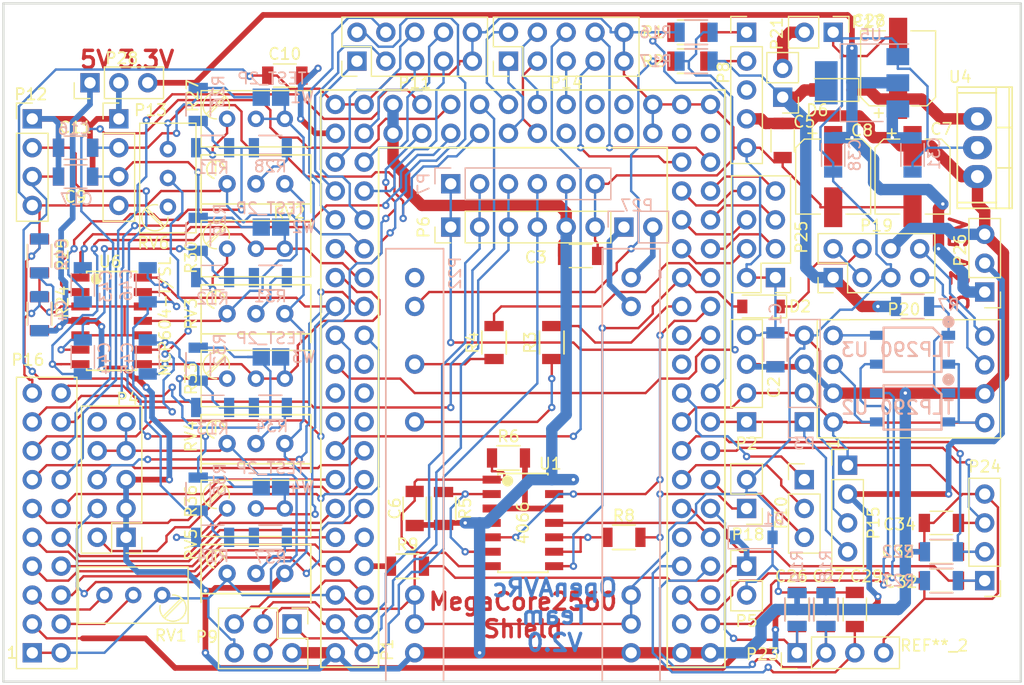
<source format=kicad_pcb>
(kicad_pcb (version 20171130) (host pcbnew "(5.1.12)-1")
  (title_block (date 2017-06-06) (rev 2.0) (comment 1 "Reproduction et commercialisation Interdite") (comment 2 "By Antho.breizh") (comment 3 "Shield 2560 core mini Full ") (comment 4 "For OPENAVRc"))
  (layers (0 F.Cu signal) (31 B.Cu signal) (34 B.Paste user hide) (35 F.Paste user hide) (36 B.SilkS user hide) (37 F.SilkS user hide) (38 B.Mask user hide) (39 F.Mask user hide) (44 Edge.Cuts user))
  (net 0 "")
  (net 1 GND)
  (net 2 VCC)
  (net 3 /Trim_RH->)
  (net 4 /Trim_RH<-)
  (net 5 /Trim_RV->)
  (net 6 /Stick_LH)
  (net 7 /Trim_RV<-)
  (net 8 /Stick_LV)
  (net 9 /Trim_LV->)
  (net 10 /Trim_LV<-)
  (net 11 /Trim_LH->)
  (net 12 /Trim_LH<-)
  (net 13 /Stick_RH)
  (net 14 /Stick_RV)
  (net 15 /Sw_id2)
  (net 16 /Sw_gear)
  (net 17 /Sw_ailDR)
  (net 18 /Sw_id1)
  (net 19 /Sw_rudDR)
  (net 20 /Sw_eleDR)
  (net 21 /Sw_turn)
  (net 22 /Sw_thcut)
  (net 23 /Rot_1A)
  (net 24 /Rot_1B)
  (net 25 "Net-(C28-Pad1)")
  (net 26 /Rot_1push)
  (net 27 /Rot_2A)
  (net 28 /Rot_2B)
  (net 29 /Rot_2push)
  (net 30 /Key_UP)
  (net 31 /Key_DOWN)
  (net 32 /Key_LEFT)
  (net 33 /Key_RIGHT)
  (net 34 /Key_MENU)
  (net 35 /Key_ESC)
  (net 36 /Vibreur)
  (net 37 /PPM_TX_OUT)
  (net 38 /PPM_out)
  (net 39 /Lcd_bla)
  (net 40 /Lcd_rst)
  (net 41 /Lcd_r/w)
  (net 42 /Lcd_cs)
  (net 43 /Lcd_A0)
  (net 44 /Lcd_e)
  (net 45 /core_pw10)
  (net 46 /Sda)
  (net 47 /Tele_TX)
  (net 48 /core_pw13)
  (net 49 /Sim_control)
  (net 50 /Microsd_CS)
  (net 51 /audio_left_in)
  (net 52 /Scl)
  (net 53 /PPM_in)
  (net 54 /Tele_RX)
  (net 55 /Pot_1)
  (net 56 /Pot_3)
  (net 57 /Lcd_db7)
  (net 58 /Lcd_db5)
  (net 59 /Lcd_db3)
  (net 60 /Lcd_db1)
  (net 61 /Isp_rst)
  (net 62 /Sck)
  (net 63 /Miso)
  (net 64 /Mosi)
  (net 65 /Lcd_db0)
  (net 66 /Lcd_db2)
  (net 67 /Lcd_db4)
  (net 68 /Lcd_db6)
  (net 69 /U_batt)
  (net 70 /Pot_2)
  (net 71 "Net-(P8-Pad1)")
  (net 72 "Net-(P8-Pad2)")
  (net 73 /LCD_VCC)
  (net 74 /Lcd_vo)
  (net 75 "Net-(P16-Pad5)")
  (net 76 "Net-(P16-Pad18)")
  (net 77 "Net-(P17-Pad2)")
  (net 78 +BATT)
  (net 79 "Net-(P19-Pad2)")
  (net 80 /TX_module)
  (net 81 /RX_module)
  (net 82 /audio_right_in)
  (net 83 "Net-(R5-Pad2)")
  (net 84 "Net-(R6-Pad2)")
  (net 85 "Net-(R7-Pad2)")
  (net 86 "Net-(R8-Pad2)")
  (net 87 "Net-(P22-PadRX)")
  (net 88 "Net-(P22-PadBUSY)")
  (net 89 /Stick_LHcon)
  (net 90 /Stick_LVcon)
  (net 91 /Stick_RHcon)
  (net 92 /Stick_RVcon)
  (net 93 "Net-(C42-Pad1)")
  (net 94 "Net-(C43-Pad2)")
  (net 95 "Net-(C44-Pad2)")
  (net 96 "Net-(C45-Pad2)")
  (net 97 "Net-(C46-Pad2)")
  (net 98 "Net-(R28-Pad2)")
  (net 99 "Net-(R31-Pad2)")
  (net 100 "Net-(R34-Pad2)")
  (net 101 "Net-(R37-Pad2)")
  (net 102 /PH2)
  (net 103 /TXD2)
  (net 104 /RXD2)
  (net 105 "Net-(P20-Pad3)")
  (net 106 "Net-(P18-Pad1)")
  (net 107 "Net-(D1-Pad1)")
  (net 108 "Net-(R11-Pad1)")
  (net 109 "Net-(R12-Pad1)")
  (net 110 "Net-(R13-Pad1)")
  (net 111 "Net-(R14-Pad1)")
  (net 112 "Net-(P22-PadSPK+)")
  (net 113 "Net-(P22-PadSPK-)")
  (net 114 "Net-(P20-Pad4)")
  (net 115 /P3_3V)
  (net 116 /Power_manches)
  (net 117 /VREF)
  (module Capacitors_SMD:C_1206 (layer F.Cu) (at 164.943 68.2295 180)
    (fp_text reference C10 (at 0 1.905 180) (layer F.SilkS))
    (fp_text value 100nF)
    (pad 1 smd rect (at -1.5 0 180) (size 1 1.6) (layers F.Cu F.Paste F.Mask) (net 117 /VREF))
    (pad 2 smd rect (at 1.5 0 180) (size 1 1.6) (layers F.Cu F.Paste F.Mask) (net 1 GND))
  )
  (module Pin_Headers:Pin_Header_Straight_1x03_Pitch2.54mm (layer F.Cu) (at 210.663 103.789)
    (fp_text reference P10 (at -2.032 2.921 90) (layer F.SilkS))
    (fp_text value SPI_libre)
    (pad 1 thru_hole rect (at 0 0) (size 1.7 1.7) (drill 1) (layers *.Cu *.Mask) (net 102 /PH2))
    (pad 2 thru_hole oval (at 0 2.54) (size 1.7 1.7) (drill 1) (layers *.Cu *.Mask) (net 103 /TXD2))
    (pad 3 thru_hole oval (at 0 5.08) (size 1.7 1.7) (drill 1) (layers *.Cu *.Mask) (net 104 /RXD2))
  )
  (module MegaCore_Shield:MountingHole_3.2mm_M3 (layer F.Cu) (at 143.353 65.0545)
    (fp_text reference REF**_3 (at 0 -4.2) (layer F.SilkS))
    (fp_text value MountingHole_3.2mm_M3)
    (pad 1 np_thru_hole circle (at 0 0) (size 3.2 3.2) (drill 3.2) (layers *.Cu *.Mask))
  )
  (module MegaCore_Shield:MountingHole_3.2mm_M3 (layer F.Cu) (at 226.538 118.394)
    (fp_text reference REF**_2 (at -4.445 0) (layer F.SilkS))
    (fp_text value MountingHole_3.2mm_M3)
    (pad 1 np_thru_hole circle (at 0 0) (size 3.2 3.2) (drill 3.2) (layers *.Cu *.Mask))
  )
  (module Potentiometers:Potentiometer_Trimmer_Bourns_3296W (layer F.Cu) (at 154.148 113.949)
    (fp_text reference RV1 (at 0.762 3.556 180) (layer F.SilkS))
    (fp_text value 220K)
    (pad 1 thru_hole circle (at 0 0) (size 1.44 1.44) (drill 0.8) (layers *.Cu *.Mask) (net 1 GND))
    (pad 2 thru_hole circle (at -2.54 0) (size 1.44 1.44) (drill 0.8) (layers *.Cu *.Mask) (net 74 /Lcd_vo))
    (pad 3 thru_hole circle (at -5.08 0) (size 1.44 1.44) (drill 0.8) (layers *.Cu *.Mask) (net 75 "Net-(P16-Pad5)"))
  )
  (module Pin_Headers:Pin_Header_Straight_2x04_Pitch2.54mm (layer F.Cu) (at 208.123 86.0095 180)
    (fp_text reference P25 (at -2.286 3.556 270) (layer F.SilkS))
    (fp_text value Key_select_menu_ESC)
    (pad 1 thru_hole rect (at 0 0 180) (size 1.7 1.7) (drill 1) (layers *.Cu *.Mask) (net 1 GND))
    (pad 2 thru_hole oval (at 2.54 0 180) (size 1.7 1.7) (drill 1) (layers *.Cu *.Mask) (net 1 GND))
    (pad 3 thru_hole oval (at 0 2.54 180) (size 1.7 1.7) (drill 1) (layers *.Cu *.Mask) (net 30 /Key_UP))
    (pad 4 thru_hole oval (at 2.54 2.54 180) (size 1.7 1.7) (drill 1) (layers *.Cu *.Mask) (net 31 /Key_DOWN))
    (pad 5 thru_hole oval (at 0 5.08 180) (size 1.7 1.7) (drill 1) (layers *.Cu *.Mask) (net 32 /Key_LEFT))
    (pad 6 thru_hole oval (at 2.54 5.08 180) (size 1.7 1.7) (drill 1) (layers *.Cu *.Mask) (net 33 /Key_RIGHT))
    (pad 7 thru_hole oval (at 0 7.62 180) (size 1.7 1.7) (drill 1) (layers *.Cu *.Mask) (net 35 /Key_ESC))
    (pad 8 thru_hole oval (at 2.54 7.62 180) (size 1.7 1.7) (drill 1) (layers *.Cu *.Mask) (net 34 /Key_MENU))
  )
  (module MegaCore_Shield:MountingHole_3.2mm_M3 (layer F.Cu) (at 226.538 65.0545)
    (fp_text reference REF** (at 0 -4.2) (layer F.SilkS))
    (fp_text value MountingHole_3.2mm_M3)
    (pad 1 np_thru_hole circle (at 0 0) (size 3.2 3.2) (drill 3.2) (layers *.Cu *.Mask))
  )
  (module Potentiometers:Potentiometer_Trimmer_Bourns_3296W (layer F.Cu) (at 154.656 79.7865 270)
    (fp_text reference RV6 (at 3.175 1.27) (layer F.SilkS))
    (fp_text value 22K)
    (pad 1 thru_hole circle (at 0 0 270) (size 1.44 1.44) (drill 0.8) (layers *.Cu *.Mask))
    (pad 2 thru_hole circle (at -2.54 0 270) (size 1.44 1.44) (drill 0.8) (layers *.Cu *.Mask) (net 76 "Net-(P16-Pad18)"))
    (pad 3 thru_hole circle (at -5.08 0 270) (size 1.44 1.44) (drill 0.8) (layers *.Cu *.Mask) (net 39 /Lcd_bla))
  )
  (module Pin_Headers:Pin_Header_Straight_1x02_Pitch2.54mm (layer B.Cu) (at 194.788 81.5645 270)
    (fp_text reference P27 (at -1.905 -1.143) (layer B.SilkS) (effects (justify mirror)))
    (fp_text value HP)
    (pad 1 thru_hole rect (at 0 0 270) (size 1.7 1.7) (drill 1) (layers *.Cu *.Mask) (net 113 "Net-(P22-PadSPK-)"))
    (pad 2 thru_hole oval (at 0 -2.54 270) (size 1.7 1.7) (drill 1) (layers *.Cu *.Mask) (net 112 "Net-(P22-PadSPK+)"))
  )
  (module Resistors_SMD:R_1206 (layer B.Cu) (at 212.568 115.219 270)
    (fp_text reference R18 (at -3.81 0 270) (layer B.SilkS) (effects (justify mirror)))
    (fp_text value 5.1k)
    (pad 1 smd rect (at -1.45 0 270) (size 0.9 1.7) (layers B.Cu B.Paste B.Mask) (net 2 VCC))
    (pad 2 smd rect (at 1.45 0 270) (size 0.9 1.7) (layers B.Cu B.Paste B.Mask) (net 24 /Rot_1B))
  )
  (module Diodes_SMD:D_SOD-123 (layer B.Cu) (at 206.218 108.869)
    (fp_text reference D1 (at 1.778 -1.651) (layer B.SilkS) (effects (justify mirror)))
    (fp_text value MBR0520)
    (pad 1 smd rect (at -1.65 0) (size 0.9 1.2) (layers B.Cu B.Paste B.Mask) (net 107 "Net-(D1-Pad1)"))
    (pad 2 smd rect (at 1.65 0) (size 0.9 1.2) (layers B.Cu B.Paste B.Mask) (net 1 GND))
  )
  (module anthoperso:SOP4 (layer B.Cu) (at 220.188 92.3595 180)
    (fp_text reference U3 (at 5.08 0 180) (layer B.SilkS) (effects (font (size 1.2 1.2) (thickness 0.2)) (justify mirror)))
    (fp_text value TLP290 (at -0.381 -5.08 180) (layer B.SilkS) (effects (font (size 1.2 1.2) (thickness 0.2)) (justify mirror)))
    (pad 1 smd rect (at -3.15 1.27 180) (size 1.2 0.8) (layers B.Cu B.Paste B.Mask) (net 85 "Net-(R7-Pad2)"))
    (pad 2 smd rect (at -3.15 -1.27 180) (size 1.2 0.8) (layers B.Cu B.Paste B.Mask) (net 1 GND))
    (pad 3 smd rect (at 3.15 -1.27 180) (size 1.2 0.8) (layers B.Cu B.Paste B.Mask) (net 54 /Tele_RX))
    (pad 4 smd rect (at 3.15 1.27 180) (size 1.2 0.8) (layers B.Cu B.Paste B.Mask) (net 114 "Net-(P20-Pad4)"))
  )
  (module Resistors_SMD:R_1206 (layer B.Cu) (at 157.323 105.059 90)
    (fp_text reference R35 (at 1.27 1.905 90) (layer B.SilkS) (effects (justify mirror)))
    (fp_text value 10K)
    (pad 1 smd rect (at -1.45 0 90) (size 0.9 1.7) (layers B.Cu B.Paste B.Mask) (net 97 "Net-(C46-Pad2)"))
    (pad 2 smd rect (at 1.45 0 90) (size 0.9 1.7) (layers B.Cu B.Paste B.Mask) (net 89 /Stick_LHcon))
  )
  (module anthoperso:Connectors-2560-core (layer F.Cu) (at 187.168 107.599 180)
    (fp_text reference P1 (at 13.208 -11.176 90) (layer F.SilkS))
    (fp_text value 2560-core)
    (pad D41 thru_hole circle (at 0 34.29 180) (size 1.7 1.7) (drill 1) (layers *.Cu *.Mask) (net 19 /Sw_rudDR))
    (pad PD6 thru_hole circle (at -2.54 34.29 180) (size 1.7 1.7) (drill 1) (layers *.Cu *.Mask))
    (pad PD4 thru_hole circle (at -5.08 34.29 180) (size 1.7 1.7) (drill 1) (layers *.Cu *.Mask))
    (pad NC thru_hole circle (at -7.62 34.29 180) (size 1.7 1.7) (drill 1) (layers *.Cu *.Mask))
    (pad GND thru_hole circle (at -10.16 34.29 180) (size 1.7 1.7) (drill 1) (layers *.Cu *.Mask) (net 1 GND))
    (pad D37 thru_hole circle (at 2.54 34.29 180) (size 1.7 1.7) (drill 1) (layers *.Cu *.Mask) (net 18 /Sw_id1))
    (pad D35 thru_hole circle (at 5.08 34.29 180) (size 1.7 1.7) (drill 1) (layers *.Cu *.Mask) (net 39 /Lcd_bla))
    (pad D33 thru_hole circle (at 7.62 34.29 180) (size 1.7 1.7) (drill 1) (layers *.Cu *.Mask) (net 40 /Lcd_rst))
    (pad D31 thru_hole circle (at 10.16 34.29 180) (size 1.7 1.7) (drill 1) (layers *.Cu *.Mask) (net 41 /Lcd_r/w))
    (pad VCC thru_hole circle (at 12.7 34.29 180) (size 1.7 1.7) (drill 1) (layers *.Cu *.Mask) (net 2 VCC))
    (pad GND thru_hole circle (at -10.16 36.83 180) (size 1.7 1.7) (drill 1) (layers *.Cu *.Mask) (net 1 GND))
    (pad PG4 thru_hole circle (at -7.62 36.83 180) (size 1.7 1.7) (drill 1) (layers *.Cu *.Mask))
    (pad PD5 thru_hole circle (at -5.08 36.83 180) (size 1.7 1.7) (drill 1) (layers *.Cu *.Mask))
    (pad D38 thru_hole circle (at -2.54 36.83 180) (size 1.7 1.7) (drill 1) (layers *.Cu *.Mask) (net 17 /Sw_ailDR))
    (pad D40 thru_hole circle (at 0 36.83 180) (size 1.7 1.7) (drill 1) (layers *.Cu *.Mask) (net 16 /Sw_gear))
    (pad D36 thru_hole circle (at 2.54 36.83 180) (size 1.7 1.7) (drill 1) (layers *.Cu *.Mask) (net 15 /Sw_id2))
    (pad D34 thru_hole circle (at 5.08 36.83 180) (size 1.7 1.7) (drill 1) (layers *.Cu *.Mask) (net 42 /Lcd_cs))
    (pad D32 thru_hole circle (at 7.62 36.83 180) (size 1.7 1.7) (drill 1) (layers *.Cu *.Mask) (net 43 /Lcd_A0))
    (pad D30 thru_hole circle (at 10.16 36.83 180) (size 1.7 1.7) (drill 1) (layers *.Cu *.Mask) (net 44 /Lcd_e))
    (pad VCC thru_hole circle (at 12.7 36.83 180) (size 1.7 1.7) (drill 1) (layers *.Cu *.Mask) (net 2 VCC))
    (pad GND thru_hole circle (at -12.7 36.83 180) (size 1.7 1.7) (drill 1) (layers *.Cu *.Mask) (net 1 GND))
    (pad PH7 thru_hole circle (at -12.7 34.29 180) (size 1.7 1.7) (drill 1) (layers *.Cu *.Mask))
    (pad 43 thru_hole circle (at -12.7 31.75 180) (size 1.7 1.7) (drill 1) (layers *.Cu *.Mask) (net 20 /Sw_eleDR))
    (pad 45 thru_hole circle (at -12.7 29.21 180) (size 1.7 1.7) (drill 1) (layers *.Cu *.Mask) (net 34 /Key_MENU))
    (pad 47 thru_hole circle (at -12.7 26.67 180) (size 1.7 1.7) (drill 1) (layers *.Cu *.Mask) (net 33 /Key_RIGHT))
    (pad 49 thru_hole circle (at -12.7 24.13 180) (size 1.7 1.7) (drill 1) (layers *.Cu *.Mask) (net 31 /Key_DOWN))
    (pad PW12 thru_hole circle (at -12.7 21.59 180) (size 1.7 1.7) (drill 1) (layers *.Cu *.Mask) (net 38 /PPM_out))
    (pad PW10 thru_hole circle (at -12.7 19.05 180) (size 1.7 1.7) (drill 1) (layers *.Cu *.Mask) (net 45 /core_pw10))
    (pad PWD9 thru_hole circle (at -12.7 16.51 180) (size 1.7 1.7) (drill 1) (layers *.Cu *.Mask))
    (pad PWD7 thru_hole circle (at -12.7 13.97 180) (size 1.7 1.7) (drill 1) (layers *.Cu *.Mask))
    (pad PH2 thru_hole circle (at -12.7 11.43 180) (size 1.7 1.7) (drill 1) (layers *.Cu *.Mask) (net 102 /PH2))
    (pad D20 thru_hole circle (at -12.7 8.89 180) (size 1.7 1.7) (drill 1) (layers *.Cu *.Mask) (net 46 /Sda))
    (pad D18 thru_hole circle (at -12.7 6.35 180) (size 1.7 1.7) (drill 1) (layers *.Cu *.Mask) (net 28 /Rot_2B))
    (pad D16 thru_hole circle (at -12.7 3.81 180) (size 1.7 1.7) (drill 1) (layers *.Cu *.Mask) (net 103 /TXD2))
    (pad D14 thru_hole circle (at -12.7 1.27 180) (size 1.7 1.7) (drill 1) (layers *.Cu *.Mask) (net 29 /Rot_2push))
    (pad PE6 thru_hole circle (at -12.7 -1.27 180) (size 1.7 1.7) (drill 1) (layers *.Cu *.Mask))
    (pad PWD2 thru_hole circle (at -12.7 -3.81 180) (size 1.7 1.7) (drill 1) (layers *.Cu *.Mask) (net 23 /Rot_1A))
    (pad TXD thru_hole circle (at -12.7 -6.35 180) (size 1.7 1.7) (drill 1) (layers *.Cu *.Mask) (net 47 /Tele_TX))
    (pad D4 thru_hole circle (at -12.7 -8.89 180) (size 1.7 1.7) (drill 1) (layers *.Cu *.Mask))
    (pad VCC thru_hole circle (at -12.7 -11.43 180) (size 1.7 1.7) (drill 1) (layers *.Cu *.Mask) (net 2 VCC))
    (pad GND thru_hole circle (at -15.24 36.83 180) (size 1.7 1.7) (drill 1) (layers *.Cu *.Mask) (net 1 GND))
    (pad PG3 thru_hole circle (at -15.24 34.29 180) (size 1.7 1.7) (drill 1) (layers *.Cu *.Mask))
    (pad 42 thru_hole circle (at -15.24 31.75 180) (size 1.7 1.7) (drill 1) (layers *.Cu *.Mask) (net 21 /Sw_turn))
    (pad 44 thru_hole circle (at -15.24 29.21 180) (size 1.7 1.7) (drill 1) (layers *.Cu *.Mask) (net 35 /Key_ESC))
    (pad 46 thru_hole circle (at -15.24 26.67 180) (size 1.7 1.7) (drill 1) (layers *.Cu *.Mask) (net 32 /Key_LEFT))
    (pad 48 thru_hole circle (at -15.24 24.13 180) (size 1.7 1.7) (drill 1) (layers *.Cu *.Mask) (net 30 /Key_UP))
    (pad PW13 thru_hole circle (at -15.24 21.59 180) (size 1.7 1.7) (drill 1) (layers *.Cu *.Mask) (net 48 /core_pw13))
    (pad PW11 thru_hole circle (at -15.24 19.05 180) (size 1.7 1.7) (drill 1) (layers *.Cu *.Mask) (net 49 /Sim_control))
    (pad 53 thru_hole circle (at -15.24 16.51 180) (size 1.7 1.7) (drill 1) (layers *.Cu *.Mask) (net 50 /Microsd_CS))
    (pad PWD8 thru_hole circle (at -15.24 13.97 180) (size 1.7 1.7) (drill 1) (layers *.Cu *.Mask))
    (pad PWD6 thru_hole circle (at -15.24 11.43 180) (size 1.7 1.7) (drill 1) (layers *.Cu *.Mask) (net 51 /audio_left_in))
    (pad D21 thru_hole circle (at -15.24 8.89 180) (size 1.7 1.7) (drill 1) (layers *.Cu *.Mask) (net 52 /Scl))
    (pad D19 thru_hole circle (at -15.24 6.35 180) (size 1.7 1.7) (drill 1) (layers *.Cu *.Mask) (net 27 /Rot_2A))
    (pad D17 thru_hole circle (at -15.24 3.81 180) (size 1.7 1.7) (drill 1) (layers *.Cu *.Mask) (net 104 /RXD2))
    (pad D15 thru_hole circle (at -15.24 1.27 180) (size 1.7 1.7) (drill 1) (layers *.Cu *.Mask) (net 26 /Rot_1push))
    (pad PE7 thru_hole circle (at -15.24 -1.27 180) (size 1.7 1.7) (drill 1) (layers *.Cu *.Mask) (net 53 /PPM_in))
    (pad PWD3 thru_hole circle (at -15.24 -3.81 180) (size 1.7 1.7) (drill 1) (layers *.Cu *.Mask) (net 24 /Rot_1B))
    (pad PWD5 thru_hole circle (at -15.24 -6.35 180) (size 1.7 1.7) (drill 1) (layers *.Cu *.Mask))
    (pad RXD thru_hole circle (at -15.24 -8.89 180) (size 1.7 1.7) (drill 1) (layers *.Cu *.Mask) (net 54 /Tele_RX))
    (pad VCC thru_hole circle (at -15.24 -11.43 180) (size 1.7 1.7) (drill 1) (layers *.Cu *.Mask) (net 2 VCC))
    (pad GND thru_hole circle (at 15.24 36.83 180) (size 1.7 1.7) (drill 1) (layers *.Cu *.Mask) (net 1 GND))
    (pad A0 thru_hole circle (at 15.24 34.29 180) (size 1.7 1.7) (drill 1) (layers *.Cu *.Mask) (net 3 /Trim_RH->))
    (pad A2 thru_hole circle (at 15.24 31.75 180) (size 1.7 1.7) (drill 1) (layers *.Cu *.Mask) (net 5 /Trim_RV->))
    (pad A4 thru_hole circle (at 15.24 29.21 180) (size 1.7 1.7) (drill 1) (layers *.Cu *.Mask) (net 9 /Trim_LV->))
    (pad A6 thru_hole circle (at 15.24 26.67 180) (size 1.7 1.7) (drill 1) (layers *.Cu *.Mask) (net 11 /Trim_LH->))
    (pad A8 thru_hole circle (at 15.24 24.13 180) (size 1.7 1.7) (drill 1) (layers *.Cu *.Mask) (net 13 /Stick_RH))
    (pad A10 thru_hole circle (at 15.24 21.59 180) (size 1.7 1.7) (drill 1) (layers *.Cu *.Mask) (net 14 /Stick_RV))
    (pad A12 thru_hole circle (at 15.24 19.05 180) (size 1.7 1.7) (drill 1) (layers *.Cu *.Mask) (net 55 /Pot_1))
    (pad A14 thru_hole circle (at 15.24 16.51 180) (size 1.7 1.7) (drill 1) (layers *.Cu *.Mask) (net 56 /Pot_3))
    (pad PJ2 thru_hole circle (at 15.24 13.97 180) (size 1.7 1.7) (drill 1) (layers *.Cu *.Mask))
    (pad PJ4 thru_hole circle (at 15.24 11.43 180) (size 1.7 1.7) (drill 1) (layers *.Cu *.Mask))
    (pad PJ6 thru_hole circle (at 15.24 8.89 180) (size 1.7 1.7) (drill 1) (layers *.Cu *.Mask))
    (pad D29 thru_hole circle (at 15.24 6.35 180) (size 1.7 1.7) (drill 1) (layers *.Cu *.Mask) (net 57 /Lcd_db7))
    (pad D27 thru_hole circle (at 15.24 3.81 180) (size 1.7 1.7) (drill 1) (layers *.Cu *.Mask) (net 58 /Lcd_db5))
    (pad D25 thru_hole circle (at 15.24 1.27 180) (size 1.7 1.7) (drill 1) (layers *.Cu *.Mask) (net 59 /Lcd_db3))
    (pad D23 thru_hole circle (at 15.24 -1.27 180) (size 1.7 1.7) (drill 1) (layers *.Cu *.Mask) (net 60 /Lcd_db1))
    (pad PJ7 thru_hole circle (at 15.24 -3.81 180) (size 1.7 1.7) (drill 1) (layers *.Cu *.Mask) (net 36 /Vibreur))
    (pad RESE thru_hole circle (at 15.24 -6.35 180) (size 1.7 1.7) (drill 1) (layers *.Cu *.Mask) (net 61 /Isp_rst))
    (pad SCK thru_hole circle (at 15.24 -8.89 180) (size 1.7 1.7) (drill 1) (layers *.Cu *.Mask) (net 62 /Sck))
    (pad MISO thru_hole circle (at 15.24 -11.43 180) (size 1.7 1.7) (drill 1) (layers *.Cu *.Mask) (net 63 /Miso))
    (pad VCC thru_hole circle (at 17.78 -11.43 180) (size 1.7 1.7) (drill 1) (layers *.Cu *.Mask) (net 2 VCC))
    (pad MOSI thru_hole circle (at 17.78 -8.89 180) (size 1.7 1.7) (drill 1) (layers *.Cu *.Mask) (net 64 /Mosi))
    (pad GND thru_hole circle (at 17.78 -6.35 180) (size 1.7 1.7) (drill 1) (layers *.Cu *.Mask) (net 1 GND))
    (pad D22 thru_hole circle (at 17.78 -3.81 180) (size 1.7 1.7) (drill 1) (layers *.Cu *.Mask) (net 65 /Lcd_db0))
    (pad D24 thru_hole circle (at 17.78 -1.27 180) (size 1.7 1.7) (drill 1) (layers *.Cu *.Mask) (net 66 /Lcd_db2))
    (pad D26 thru_hole circle (at 17.78 1.27 180) (size 1.7 1.7) (drill 1) (layers *.Cu *.Mask) (net 67 /Lcd_db4))
    (pad D28 thru_hole circle (at 17.78 3.81 180) (size 1.7 1.7) (drill 1) (layers *.Cu *.Mask) (net 68 /Lcd_db6))
    (pad D39 thru_hole circle (at 17.78 6.35 180) (size 1.7 1.7) (drill 1) (layers *.Cu *.Mask) (net 22 /Sw_thcut))
    (pad PJ5 thru_hole circle (at 17.78 8.89 180) (size 1.7 1.7) (drill 1) (layers *.Cu *.Mask))
    (pad PJ3 thru_hole circle (at 17.78 11.43 180) (size 1.7 1.7) (drill 1) (layers *.Cu *.Mask))
    (pad A15 thru_hole circle (at 17.78 13.97 180) (size 1.7 1.7) (drill 1) (layers *.Cu *.Mask) (net 69 /U_batt))
    (pad A13 thru_hole circle (at 17.78 16.51 180) (size 1.7 1.7) (drill 1) (layers *.Cu *.Mask) (net 70 /Pot_2))
    (pad A11 thru_hole circle (at 17.78 19.05 180) (size 1.7 1.7) (drill 1) (layers *.Cu *.Mask) (net 6 /Stick_LH))
    (pad A9 thru_hole circle (at 17.78 21.59 180) (size 1.7 1.7) (drill 1) (layers *.Cu *.Mask) (net 8 /Stick_LV))
    (pad A7 thru_hole circle (at 17.78 24.13 180) (size 1.7 1.7) (drill 1) (layers *.Cu *.Mask) (net 12 /Trim_LH<-))
    (pad A5 thru_hole circle (at 17.78 26.67 180) (size 1.7 1.7) (drill 1) (layers *.Cu *.Mask) (net 10 /Trim_LV<-))
    (pad A3 thru_hole circle (at 17.78 29.21 180) (size 1.7 1.7) (drill 1) (layers *.Cu *.Mask) (net 7 /Trim_RV<-))
    (pad A1 thru_hole circle (at 17.78 31.75 180) (size 1.7 1.7) (drill 1) (layers *.Cu *.Mask) (net 4 /Trim_RH<-))
    (pad VREF thru_hole circle (at 17.78 34.29 180) (size 1.7 1.7) (drill 1) (layers *.Cu *.Mask) (net 117 /VREF))
    (pad GND thru_hole circle (at 17.78 36.83 180) (size 1.7 1.7) (drill 1) (layers *.Cu *.Mask) (net 1 GND))
  )
  (module Potentiometers:Potentiometer_Trimmer_Bourns_3296W (layer F.Cu) (at 159.863 106.329 180)
    (fp_text reference R36 (at 3.175 0.635 270) (layer F.SilkS))
    (fp_text value POT_22k)
    (pad 1 thru_hole circle (at 0 0 180) (size 1.44 1.44) (drill 0.8) (layers *.Cu *.Mask) (net 111 "Net-(R14-Pad1)"))
    (pad 2 thru_hole circle (at -2.54 0 180) (size 1.44 1.44) (drill 0.8) (layers *.Cu *.Mask) (net 6 /Stick_LH))
    (pad 3 thru_hole circle (at -5.08 0 180) (size 1.44 1.44) (drill 0.8) (layers *.Cu *.Mask) (net 6 /Stick_LH))
  )
  (module anthoperso:Pin_Header_Straight_2x10_Pitch2.54mm (layer F.Cu) (at 145.258 119.029 180)
    (fp_text reference P16 (at 2.921 25.781 180) (layer F.SilkS))
    (fp_text value LCD)
    (fp_text user 1 (at 4.318 0 180) (layer F.SilkS))
    (pad 1 thru_hole rect (at 2.54 0 180) (size 1.7 1.7) (drill 1) (layers *.Cu *.Mask) (net 1 GND))
    (pad 4 thru_hole oval (at 0 2.54 180) (size 1.7 1.7) (drill 1) (layers *.Cu *.Mask) (net 74 /Lcd_vo))
    (pad 3 thru_hole oval (at 2.54 2.54 180) (size 1.7 1.7) (drill 1) (layers *.Cu *.Mask) (net 73 /LCD_VCC))
    (pad 6 thru_hole oval (at 0 5.08 180) (size 1.7 1.7) (drill 1) (layers *.Cu *.Mask) (net 65 /Lcd_db0))
    (pad 5 thru_hole oval (at 2.54 5.08 180) (size 1.7 1.7) (drill 1) (layers *.Cu *.Mask) (net 75 "Net-(P16-Pad5)"))
    (pad 8 thru_hole oval (at 0 7.62 180) (size 1.7 1.7) (drill 1) (layers *.Cu *.Mask) (net 66 /Lcd_db2))
    (pad 7 thru_hole oval (at 2.54 7.62 180) (size 1.7 1.7) (drill 1) (layers *.Cu *.Mask) (net 60 /Lcd_db1))
    (pad 10 thru_hole oval (at 0 10.16 180) (size 1.7 1.7) (drill 1) (layers *.Cu *.Mask) (net 67 /Lcd_db4))
    (pad 9 thru_hole oval (at 2.54 10.16 180) (size 1.7 1.7) (drill 1) (layers *.Cu *.Mask) (net 59 /Lcd_db3))
    (pad 12 thru_hole oval (at 0 12.7 180) (size 1.7 1.7) (drill 1) (layers *.Cu *.Mask) (net 68 /Lcd_db6))
    (pad 11 thru_hole oval (at 2.54 12.7 180) (size 1.7 1.7) (drill 1) (layers *.Cu *.Mask) (net 58 /Lcd_db5))
    (pad 14 thru_hole oval (at 0 15.24 180) (size 1.7 1.7) (drill 1) (layers *.Cu *.Mask) (net 44 /Lcd_e))
    (pad 13 thru_hole oval (at 2.54 15.24 180) (size 1.7 1.7) (drill 1) (layers *.Cu *.Mask) (net 57 /Lcd_db7))
    (pad 16 thru_hole oval (at 0 17.78 180) (size 1.7 1.7) (drill 1) (layers *.Cu *.Mask) (net 43 /Lcd_A0))
    (pad 15 thru_hole oval (at 2.54 17.78 180) (size 1.7 1.7) (drill 1) (layers *.Cu *.Mask) (net 41 /Lcd_r/w))
    (pad 18 thru_hole oval (at 0 20.32 180) (size 1.7 1.7) (drill 1) (layers *.Cu *.Mask) (net 76 "Net-(P16-Pad18)"))
    (pad 17 thru_hole oval (at 2.54 20.32 180) (size 1.7 1.7) (drill 1) (layers *.Cu *.Mask) (net 40 /Lcd_rst))
    (pad 20 thru_hole oval (at 0 22.86 180) (size 1.7 1.7) (drill 1) (layers *.Cu *.Mask) (net 42 /Lcd_cs))
    (pad 19 thru_hole oval (at 2.54 22.86 180) (size 1.7 1.7) (drill 1) (layers *.Cu *.Mask) (net 1 GND))
    (pad 2 thru_hole circle (at 0 0 180) (size 1.7 1.7) (drill 1) (layers *.Cu *.Mask) (net 1 GND))
  )
  (module Resistors_SMD:R_1206 (layer B.Cu) (at 157.323 70.7695 90)
    (fp_text reference R26 (at 1.143 1.778 90) (layer B.SilkS) (effects (justify mirror)))
    (fp_text value 10K)
    (pad 1 smd rect (at -1.45 0 90) (size 0.9 1.7) (layers B.Cu B.Paste B.Mask) (net 94 "Net-(C43-Pad2)"))
    (pad 2 smd rect (at 1.45 0 90) (size 0.9 1.7) (layers B.Cu B.Paste B.Mask) (net 91 /Stick_RHcon))
  )
  (module anthoperso:connector_mini-JQ6500-28P (layer B.Cu) (at 185.263 83.4695 180)
    (fp_text reference P22 (at 5.334 -2.159 90) (layer B.SilkS) (effects (justify mirror)))
    (fp_text value CONN_JQ6500_28P_mini)
    (pad SPK+ thru_hole circle (at -10.16 -2.54 180) (size 1.7 1.7) (drill 1) (layers *.Cu *.Mask) (net 112 "Net-(P22-PadSPK+)"))
    (pad SPK- thru_hole circle (at -10.16 -5.08 180) (size 1.7 1.7) (drill 1) (layers *.Cu *.Mask) (net 113 "Net-(P22-PadSPK-)"))
    (pad DACR thru_hole circle (at 8.89 -2.54 180) (size 1.7 1.7) (drill 1) (layers *.Cu *.Mask))
    (pad DACL thru_hole circle (at 8.89 -5.08 180) (size 1.7 1.7) (drill 1) (layers *.Cu *.Mask) (net 82 /audio_right_in))
    (pad RX thru_hole circle (at 8.89 -10.16 180) (size 1.7 1.7) (drill 1) (layers *.Cu *.Mask) (net 87 "Net-(P22-PadRX)"))
    (pad BUSY thru_hole circle (at 8.89 -15.24 180) (size 1.7 1.7) (drill 1) (layers *.Cu *.Mask) (net 88 "Net-(P22-PadBUSY)"))
    (pad GND thru_hole circle (at 8.89 -30.48 180) (size 1.7 1.7) (drill 1) (layers *.Cu *.Mask) (net 1 GND))
    (pad GND thru_hole circle (at 8.89 -33.02 180) (size 1.7 1.7) (drill 1) (layers *.Cu *.Mask) (net 1 GND))
    (pad VCC thru_hole circle (at 8.89 -35.56 180) (size 1.7 1.7) (drill 1) (layers *.Cu *.Mask) (net 2 VCC))
    (pad VCC thru_hole circle (at -10.16 -35.56 180) (size 1.7 1.7) (drill 1) (layers *.Cu *.Mask) (net 2 VCC))
    (pad GND thru_hole circle (at -10.16 -33.02 180) (size 1.7 1.7) (drill 1) (layers *.Cu *.Mask) (net 1 GND))
    (pad GND thru_hole circle (at -10.16 -30.48 180) (size 1.7 1.7) (drill 1) (layers *.Cu *.Mask) (net 1 GND))
  )
  (module TO_SOT_Packages_SMD:SOT-223 (layer B.Cu) (at 215.743 68.8645 180)
    (fp_text reference U5 (at -0.762 4.191 180) (layer B.SilkS) (effects (justify mirror)))
    (fp_text value LD1117S33TR)
    (pad 4 smd rect (at 3.15 0 180) (size 2 3.8) (layers B.Cu B.Paste B.Mask))
    (pad 2 smd rect (at -3.15 0 180) (size 2 1.5) (layers B.Cu B.Paste B.Mask) (net 115 /P3_3V))
    (pad 3 smd rect (at -3.15 -2.3 180) (size 2 1.5) (layers B.Cu B.Paste B.Mask) (net 2 VCC))
    (pad 1 smd rect (at -3.15 2.3 180) (size 2 1.5) (layers B.Cu B.Paste B.Mask) (net 1 GND))
  )
  (module Potentiometers:Potentiometer_Trimmer_Bourns_3296W (layer F.Cu) (at 159.863 72.0395 180)
    (fp_text reference R27 (at 3.048 2.032 270) (layer F.SilkS))
    (fp_text value POT_22k)
    (pad 1 thru_hole circle (at 0 0 180) (size 1.44 1.44) (drill 0.8) (layers *.Cu *.Mask) (net 108 "Net-(R11-Pad1)"))
    (pad 2 thru_hole circle (at -2.54 0 180) (size 1.44 1.44) (drill 0.8) (layers *.Cu *.Mask) (net 13 /Stick_RH))
    (pad 3 thru_hole circle (at -5.08 0 180) (size 1.44 1.44) (drill 0.8) (layers *.Cu *.Mask) (net 13 /Stick_RH))
  )
  (module Capacitors_SMD:C_1206 (layer B.Cu) (at 152.878 86.6445 270)
    (fp_text reference C46 (at 0.0127 1.8923 270) (layer B.SilkS) (effects (justify mirror)))
    (fp_text value 22nF)
    (pad 1 smd rect (at -1.5 0 270) (size 1 1.6) (layers B.Cu B.Paste B.Mask) (net 6 /Stick_LH))
    (pad 2 smd rect (at 1.5 0 270) (size 1 1.6) (layers B.Cu B.Paste B.Mask) (net 97 "Net-(C46-Pad2)"))
  )
  (module Resistors_SMD:R_1206 (layer B.Cu) (at 158.593 108.869)
    (fp_text reference R14 (at 0 1.651) (layer B.SilkS) (effects (justify mirror)))
    (fp_text value 15K)
    (pad 1 smd rect (at -1.45 0) (size 0.9 1.7) (layers B.Cu B.Paste B.Mask) (net 111 "Net-(R14-Pad1)"))
    (pad 2 smd rect (at 1.45 0) (size 0.9 1.7) (layers B.Cu B.Paste B.Mask) (net 97 "Net-(C46-Pad2)"))
  )
  (module Potentiometers:Potentiometer_Bourns_3296W_3-8Zoll_Inline_ScrewUp (layer F.Cu) (at 159.863 100.614 270)
    (fp_text reference RV4 (at -0.635 3.175 270) (layer F.SilkS))
    (fp_text value POT_100k)
    (pad 2 thru_hole circle (at 0 -2.54 270) (size 1.524 1.524) (drill 0.8128) (layers *.Cu *.Mask) (net 100 "Net-(R34-Pad2)"))
    (pad 3 thru_hole circle (at 0 -5.08 270) (size 1.524 1.524) (drill 0.8128) (layers *.Cu *.Mask) (net 2 VCC))
    (pad 1 thru_hole circle (at 0 0 270) (size 1.524 1.524) (drill 0.8128) (layers *.Cu *.Mask) (net 1 GND))
  )
  (module Pin_Headers:Pin_Header_Straight_1x04_Pitch2.54mm (layer F.Cu) (at 214.473 102.519)
    (fp_text reference P15 (at 2.286 5.08 90) (layer F.SilkS))
    (fp_text value LCD_I2C)
    (pad 1 thru_hole rect (at 0 0) (size 1.7 1.7) (drill 1) (layers *.Cu *.Mask) (net 1 GND))
    (pad 2 thru_hole oval (at 0 2.54) (size 1.7 1.7) (drill 1) (layers *.Cu *.Mask) (net 73 /LCD_VCC))
    (pad 3 thru_hole oval (at 0 5.08) (size 1.7 1.7) (drill 1) (layers *.Cu *.Mask) (net 46 /Sda))
    (pad 4 thru_hole oval (at 0 7.62) (size 1.7 1.7) (drill 1) (layers *.Cu *.Mask) (net 52 /Scl))
  )
  (module Pin_Headers:Pin_Header_Straight_1x04_Pitch2.54mm (layer F.Cu) (at 142.718 72.0395)
    (fp_text reference P12 (at -0.127 -2.159) (layer F.SilkS))
    (fp_text value Stick_left)
    (pad 1 thru_hole rect (at 0 0) (size 1.7 1.7) (drill 1) (layers *.Cu *.Mask) (net 116 /Power_manches))
    (pad 2 thru_hole oval (at 0 2.54) (size 1.7 1.7) (drill 1) (layers *.Cu *.Mask) (net 89 /Stick_LHcon))
    (pad 3 thru_hole oval (at 0 5.08) (size 1.7 1.7) (drill 1) (layers *.Cu *.Mask) (net 90 /Stick_LVcon))
    (pad 4 thru_hole oval (at 0 7.62) (size 1.7 1.7) (drill 1) (layers *.Cu *.Mask) (net 1 GND))
  )
  (module Pin_Headers:Pin_Header_Straight_1x04_Pitch2.54mm (layer F.Cu) (at 205.583 98.7095 180)
    (fp_text reference P2 (at 0 -1.905 180) (layer F.SilkS))
    (fp_text value Clock)
    (pad 1 thru_hole rect (at 0 0 180) (size 1.7 1.7) (drill 1) (layers *.Cu *.Mask) (net 52 /Scl))
    (pad 2 thru_hole oval (at 0 2.54 180) (size 1.7 1.7) (drill 1) (layers *.Cu *.Mask) (net 46 /Sda))
    (pad 3 thru_hole oval (at 0 5.08 180) (size 1.7 1.7) (drill 1) (layers *.Cu *.Mask) (net 2 VCC))
    (pad 4 thru_hole oval (at 0 7.62 180) (size 1.7 1.7) (drill 1) (layers *.Cu *.Mask) (net 1 GND))
  )
  (module Pin_Headers:Pin_Header_Straight_2x05_Pitch2.54mm (layer F.Cu) (at 171.293 66.9595 90)
    (fp_text reference P11 (at -1.905 5.08 180) (layer F.SilkS))
    (fp_text value Trim)
    (pad 1 thru_hole rect (at 0 0 90) (size 1.7 1.7) (drill 1) (layers *.Cu *.Mask) (net 11 /Trim_LH->))
    (pad 2 thru_hole oval (at 2.54 0 90) (size 1.7 1.7) (drill 1) (layers *.Cu *.Mask) (net 12 /Trim_LH<-))
    (pad 3 thru_hole oval (at 0 2.54 90) (size 1.7 1.7) (drill 1) (layers *.Cu *.Mask) (net 7 /Trim_RV<-))
    (pad 4 thru_hole oval (at 2.54 2.54 90) (size 1.7 1.7) (drill 1) (layers *.Cu *.Mask) (net 10 /Trim_LV<-))
    (pad 5 thru_hole oval (at 0 5.08 90) (size 1.7 1.7) (drill 1) (layers *.Cu *.Mask) (net 3 /Trim_RH->))
    (pad 6 thru_hole oval (at 2.54 5.08 90) (size 1.7 1.7) (drill 1) (layers *.Cu *.Mask) (net 4 /Trim_RH<-))
    (pad 7 thru_hole oval (at 0 7.62 90) (size 1.7 1.7) (drill 1) (layers *.Cu *.Mask) (net 9 /Trim_LV->))
    (pad 8 thru_hole oval (at 2.54 7.62 90) (size 1.7 1.7) (drill 1) (layers *.Cu *.Mask) (net 5 /Trim_RV->))
    (pad 9 thru_hole oval (at 0 10.16 90) (size 1.7 1.7) (drill 1) (layers *.Cu *.Mask) (net 1 GND))
    (pad 10 thru_hole oval (at 2.54 10.16 90) (size 1.7 1.7) (drill 1) (layers *.Cu *.Mask) (net 1 GND))
  )
  (module Pin_Headers:Pin_Header_Straight_2x05_Pitch2.54mm (layer F.Cu) (at 184.628 66.9595 90)
    (fp_text reference P14 (at -1.905 5.08) (layer F.SilkS))
    (fp_text value Switch)
    (pad 1 thru_hole rect (at 0 0 90) (size 1.7 1.7) (drill 1) (layers *.Cu *.Mask) (net 18 /Sw_id1))
    (pad 2 thru_hole oval (at 2.54 0 90) (size 1.7 1.7) (drill 1) (layers *.Cu *.Mask) (net 15 /Sw_id2))
    (pad 3 thru_hole oval (at 0 2.54 90) (size 1.7 1.7) (drill 1) (layers *.Cu *.Mask) (net 19 /Sw_rudDR))
    (pad 4 thru_hole oval (at 2.54 2.54 90) (size 1.7 1.7) (drill 1) (layers *.Cu *.Mask) (net 16 /Sw_gear))
    (pad 5 thru_hole oval (at 0 5.08 90) (size 1.7 1.7) (drill 1) (layers *.Cu *.Mask) (net 17 /Sw_ailDR))
    (pad 6 thru_hole oval (at 2.54 5.08 90) (size 1.7 1.7) (drill 1) (layers *.Cu *.Mask) (net 22 /Sw_thcut))
    (pad 7 thru_hole oval (at 0 7.62 90) (size 1.7 1.7) (drill 1) (layers *.Cu *.Mask) (net 20 /Sw_eleDR))
    (pad 8 thru_hole oval (at 2.54 7.62 90) (size 1.7 1.7) (drill 1) (layers *.Cu *.Mask) (net 21 /Sw_turn))
    (pad 9 thru_hole oval (at 0 10.16 90) (size 1.7 1.7) (drill 1) (layers *.Cu *.Mask) (net 1 GND))
    (pad 10 thru_hole oval (at 2.54 10.16 90) (size 1.7 1.7) (drill 1) (layers *.Cu *.Mask) (net 1 GND))
  )
  (module Resistors_SMD:R_1206 (layer B.Cu) (at 201.138 64.4195)
    (fp_text reference R16 (at -3.556 0) (layer B.SilkS) (effects (justify mirror)))
    (fp_text value 2.7K)
    (pad 1 smd rect (at -1.45 0) (size 0.9 1.7) (layers B.Cu B.Paste B.Mask) (net 1 GND))
    (pad 2 smd rect (at 1.45 0) (size 0.9 1.7) (layers B.Cu B.Paste B.Mask) (net 69 /U_batt))
  )
  (module Resistors_SMD:R_1206 (layer B.Cu) (at 201.138 66.9595)
    (fp_text reference R17 (at -3.556 0 180) (layer B.SilkS) (effects (justify mirror)))
    (fp_text value 5.1K)
    (pad 1 smd rect (at -1.45 0) (size 0.9 1.7) (layers B.Cu B.Paste B.Mask) (net 69 /U_batt))
    (pad 2 smd rect (at 1.45 0) (size 0.9 1.7) (layers B.Cu B.Paste B.Mask) (net 78 +BATT))
  )
  (module Capacitors_SMD:C_1206 (layer B.Cu) (at 208.123 92.3595 270)
    (fp_text reference C1 (at -3.175 0 270) (layer B.SilkS) (effects (justify mirror)))
    (fp_text value 47nF)
    (pad 1 smd rect (at -1.5 0 270) (size 1 1.6) (layers B.Cu B.Paste B.Mask) (net 1 GND))
    (pad 2 smd rect (at 1.5 0 270) (size 1 1.6) (layers B.Cu B.Paste B.Mask) (net 2 VCC))
  )
  (module Capacitors_SMD:C_1206 (layer B.Cu) (at 146.528 74.5795)
    (fp_text reference C16 (at -0.127 -1.651) (layer B.SilkS) (effects (justify mirror)))
    (fp_text value 100nF)
    (pad 1 smd rect (at -1.5 0) (size 1 1.6) (layers B.Cu B.Paste B.Mask) (net 116 /Power_manches))
    (pad 2 smd rect (at 1.5 0) (size 1 1.6) (layers B.Cu B.Paste B.Mask) (net 91 /Stick_RHcon))
  )
  (module Potentiometers:Potentiometer_Bourns_3296W_3-8Zoll_Inline_ScrewUp (layer F.Cu) (at 159.863 112.044 270)
    (fp_text reference RV5 (at -2.54 3.175 270) (layer F.SilkS))
    (fp_text value POT_100k)
    (pad 2 thru_hole circle (at 0 -2.54 270) (size 1.524 1.524) (drill 0.8128) (layers *.Cu *.Mask) (net 101 "Net-(R37-Pad2)"))
    (pad 3 thru_hole circle (at 0 -5.08 270) (size 1.524 1.524) (drill 0.8128) (layers *.Cu *.Mask) (net 2 VCC))
    (pad 1 thru_hole circle (at 0 0 270) (size 1.524 1.524) (drill 0.8128) (layers *.Cu *.Mask) (net 1 GND))
  )
  (module Capacitors_SMD:C_1206 (layer B.Cu) (at 152.878 92.9945 90)
    (fp_text reference C45 (at -0.127 -1.778 90) (layer B.SilkS) (effects (justify mirror)))
    (fp_text value 22nF)
    (pad 1 smd rect (at -1.5 0 90) (size 1 1.6) (layers B.Cu B.Paste B.Mask) (net 8 /Stick_LV))
    (pad 2 smd rect (at 1.5 0 90) (size 1 1.6) (layers B.Cu B.Paste B.Mask) (net 96 "Net-(C45-Pad2)"))
  )
  (module Capacitors_SMD:C_1206 (layer F.Cu) (at 215.108 115.219 90)
    (fp_text reference C29 (at 2.921 1.016 180) (layer F.SilkS))
    (fp_text value 100nF)
    (pad 1 smd rect (at -1.5 0 90) (size 1 1.6) (layers F.Cu F.Paste F.Mask) (net 23 /Rot_1A))
    (pad 2 smd rect (at 1.5 0 90) (size 1 1.6) (layers F.Cu F.Paste F.Mask) (net 1 GND))
  )
  (module Resistors_SMD:R_1206 (layer B.Cu) (at 222.728 110.139)
    (fp_text reference R22 (at -3.81 0) (layer B.SilkS) (effects (justify mirror)))
    (fp_text value 5.1k)
    (pad 1 smd rect (at -1.45 0) (size 0.9 1.7) (layers B.Cu B.Paste B.Mask) (net 2 VCC))
    (pad 2 smd rect (at 1.45 0) (size 0.9 1.7) (layers B.Cu B.Paste B.Mask) (net 28 /Rot_2B))
  )
  (module Resistors_SMD:R_1206 (layer B.Cu) (at 163.673 74.5795)
    (fp_text reference R28 (at 0 1.651) (layer B.SilkS) (effects (justify mirror)))
    (fp_text value 10K)
    (pad 1 smd rect (at -1.45 0) (size 0.9 1.7) (layers B.Cu B.Paste B.Mask) (net 94 "Net-(C43-Pad2)"))
    (pad 2 smd rect (at 1.45 0) (size 0.9 1.7) (layers B.Cu B.Paste B.Mask) (net 98 "Net-(R28-Pad2)"))
  )
  (module Capacitors_SMD:C_1206 (layer B.Cu) (at 213.203 75.2145 270)
    (fp_text reference C38 (at 0 -1.905 270) (layer B.SilkS) (effects (justify mirror)))
    (fp_text value 100nF)
    (pad 1 smd rect (at -1.5 0 270) (size 1 1.6) (layers B.Cu B.Paste B.Mask) (net 115 /P3_3V))
    (pad 2 smd rect (at 1.5 0 270) (size 1 1.6) (layers B.Cu B.Paste B.Mask) (net 1 GND))
  )
  (module Capacitors_SMD:C_1206 (layer F.Cu) (at 222.728 107.599 180)
    (fp_text reference C34 (at 3.683 -0.127 180) (layer F.SilkS))
    (fp_text value 100nF)
    (pad 1 smd rect (at -1.5 0 180) (size 1 1.6) (layers F.Cu F.Paste F.Mask) (net 27 /Rot_2A))
    (pad 2 smd rect (at 1.5 0 180) (size 1 1.6) (layers F.Cu F.Paste F.Mask) (net 1 GND))
  )
  (module Capacitors_SMD:C_1206 (layer F.Cu) (at 222.728 110.139 180)
    (fp_text reference C33 (at 3.81 0 180) (layer F.SilkS))
    (fp_text value 100nF)
    (pad 1 smd rect (at -1.5 0 180) (size 1 1.6) (layers F.Cu F.Paste F.Mask) (net 28 /Rot_2B))
    (pad 2 smd rect (at 1.5 0 180) (size 1 1.6) (layers F.Cu F.Paste F.Mask) (net 1 GND))
  )
  (module Capacitors_SMD:C_1206 (layer F.Cu) (at 222.728 112.679 180)
    (fp_text reference C32 (at 3.556 -0.127 180) (layer F.SilkS))
    (fp_text value 100nF)
    (pad 1 smd rect (at -1.5 0 180) (size 1 1.6) (layers F.Cu F.Paste F.Mask) (net 29 /Rot_2push))
    (pad 2 smd rect (at 1.5 0 180) (size 1 1.6) (layers F.Cu F.Paste F.Mask) (net 1 GND))
  )
  (module Capacitors_SMD:C_1206 (layer B.Cu) (at 220.188 75.2145 270)
    (fp_text reference C31 (at -0.127 -1.905 270) (layer B.SilkS) (effects (justify mirror)))
    (fp_text value 100nF)
    (pad 1 smd rect (at -1.5 0 270) (size 1 1.6) (layers B.Cu B.Paste B.Mask) (net 2 VCC))
    (pad 2 smd rect (at 1.5 0 270) (size 1 1.6) (layers B.Cu B.Paste B.Mask) (net 1 GND))
  )
  (module Capacitors_SMD:C_1206 (layer F.Cu) (at 212.568 115.219 90)
    (fp_text reference C27 (at 2.921 0.254 180) (layer F.SilkS))
    (fp_text value 100nF)
    (pad 1 smd rect (at -1.5 0 90) (size 1 1.6) (layers F.Cu F.Paste F.Mask) (net 24 /Rot_1B))
    (pad 2 smd rect (at 1.5 0 90) (size 1 1.6) (layers F.Cu F.Paste F.Mask) (net 1 GND))
  )
  (module Capacitors_SMD:C_1206 (layer F.Cu) (at 210.028 115.219 90)
    (fp_text reference C26 (at 2.921 -0.508 180) (layer F.SilkS))
    (fp_text value 100nF)
    (pad 1 smd rect (at -1.5 0 90) (size 1 1.6) (layers F.Cu F.Paste F.Mask) (net 26 /Rot_1push))
    (pad 2 smd rect (at 1.5 0 90) (size 1 1.6) (layers F.Cu F.Paste F.Mask) (net 1 GND))
  )
  (module Capacitors_SMD:C_1206 (layer B.Cu) (at 146.528 77.1195)
    (fp_text reference C17 (at 0.07366 1.99644) (layer B.SilkS) (effects (justify mirror)))
    (fp_text value 100nF)
    (pad 1 smd rect (at -1.5 0) (size 1 1.6) (layers B.Cu B.Paste B.Mask) (net 116 /Power_manches))
    (pad 2 smd rect (at 1.5 0) (size 1 1.6) (layers B.Cu B.Paste B.Mask) (net 92 /Stick_RVcon))
  )
  (module Capacitors_SMD:C_1206 (layer F.Cu) (at 146.528 77.1195 180)
    (fp_text reference C11 (at 0 4.318 180) (layer F.SilkS))
    (fp_text value 100nF)
    (pad 1 smd rect (at -1.5 0 180) (size 1 1.6) (layers F.Cu F.Paste F.Mask) (net 116 /Power_manches))
    (pad 2 smd rect (at 1.5 0 180) (size 1 1.6) (layers F.Cu F.Paste F.Mask) (net 90 /Stick_LVcon))
  )
  (module Capacitors_SMD:C_1206 (layer F.Cu) (at 146.528 74.5795 180)
    (fp_text reference C9 (at 0 -4.318 180) (layer F.SilkS))
    (fp_text value 100nF)
    (pad 1 smd rect (at -1.5 0 180) (size 1 1.6) (layers F.Cu F.Paste F.Mask) (net 116 /Power_manches))
    (pad 2 smd rect (at 1.5 0 180) (size 1 1.6) (layers F.Cu F.Paste F.Mask) (net 89 /Stick_LHcon))
  )
  (module Capacitors_SMD:C_1206 (layer F.Cu) (at 208.758 73.9445 90)
    (fp_text reference C5 (at 1.651 1.905 180) (layer F.SilkS))
    (fp_text value 47nF)
    (pad 1 smd rect (at -1.5 0 90) (size 1 1.6) (layers F.Cu F.Paste F.Mask) (net 1 GND))
    (pad 2 smd rect (at 1.5 0 90) (size 1 1.6) (layers F.Cu F.Paste F.Mask) (net 2 VCC))
  )
  (module Capacitors_SMD:C_1206 (layer F.Cu) (at 190.978 84.1045 180)
    (fp_text reference C3 (at 3.937 -0.127) (layer F.SilkS))
    (fp_text value 47nF)
    (pad 1 smd rect (at -1.5 0 180) (size 1 1.6) (layers F.Cu F.Paste F.Mask) (net 1 GND))
    (pad 2 smd rect (at 1.5 0 180) (size 1 1.6) (layers F.Cu F.Paste F.Mask) (net 2 VCC))
  )
  (module Capacitors_SMD:C_1206 (layer F.Cu) (at 208.123 92.3595 270)
    (fp_text reference C2 (at 3.302 0.127 270) (layer F.SilkS))
    (fp_text value 47nF)
    (pad 1 smd rect (at -1.5 0 270) (size 1 1.6) (layers F.Cu F.Paste F.Mask) (net 1 GND))
    (pad 2 smd rect (at 1.5 0 270) (size 1 1.6) (layers F.Cu F.Paste F.Mask) (net 2 VCC))
  )
  (module Diodes_SMD:D_SOD-123 (layer F.Cu) (at 206.853 88.5495 180)
    (fp_text reference D2 (at -3.429 0 180) (layer F.SilkS))
    (fp_text value MBR0520)
    (pad 1 smd rect (at -1.65 0 180) (size 0.9 1.2) (layers F.Cu F.Paste F.Mask) (net 37 /PPM_TX_OUT))
    (pad 2 smd rect (at 1.65 0 180) (size 0.9 1.2) (layers F.Cu F.Paste F.Mask) (net 38 /PPM_out))
  )
  (module Resistors_SMD:R_1206 (layer F.Cu) (at 200.503 64.4195 180)
    (fp_text reference R1 (at 3.175 0 180) (layer F.SilkS))
    (fp_text value 22K)
    (pad 1 smd rect (at -1.45 0 180) (size 0.9 1.7) (layers F.Cu F.Paste F.Mask) (net 71 "Net-(P8-Pad1)"))
    (pad 2 smd rect (at 1.45 0 180) (size 0.9 1.7) (layers F.Cu F.Paste F.Mask) (net 51 /audio_left_in))
  )
  (module Resistors_SMD:R_1206 (layer F.Cu) (at 200.503 66.9595 180)
    (fp_text reference R2 (at 3.175 0 180) (layer F.SilkS))
    (fp_text value 22K)
    (pad 1 smd rect (at -1.45 0 180) (size 0.9 1.7) (layers F.Cu F.Paste F.Mask) (net 72 "Net-(P8-Pad2)"))
    (pad 2 smd rect (at 1.45 0 180) (size 0.9 1.7) (layers F.Cu F.Paste F.Mask) (net 82 /audio_right_in))
  )
  (module Resistors_SMD:R_1206 (layer F.Cu) (at 178.913 106.329 90)
    (fp_text reference R5 (at 0 1.905 270) (layer F.SilkS))
    (fp_text value 10K)
    (pad 1 smd rect (at -1.45 0 90) (size 0.9 1.7) (layers F.Cu F.Paste F.Mask) (net 2 VCC))
    (pad 2 smd rect (at 1.45 0 90) (size 0.9 1.7) (layers F.Cu F.Paste F.Mask) (net 83 "Net-(R5-Pad2)"))
  )
  (module Resistors_SMD:R_1206 (layer F.Cu) (at 184.628 101.884)
    (fp_text reference R6 (at 0 -1.905) (layer F.SilkS))
    (fp_text value 10K)
    (pad 1 smd rect (at -1.45 0) (size 0.9 1.7) (layers F.Cu F.Paste F.Mask) (net 1 GND))
    (pad 2 smd rect (at 1.45 0) (size 0.9 1.7) (layers F.Cu F.Paste F.Mask) (net 84 "Net-(R6-Pad2)"))
  )
  (module Resistors_SMD:R_1206 (layer F.Cu) (at 194.788 108.869 180)
    (fp_text reference R8 (at 0 1.905 180) (layer F.SilkS))
    (fp_text value 200)
    (pad 1 smd rect (at -1.45 0 180) (size 0.9 1.7) (layers F.Cu F.Paste F.Mask) (net 106 "Net-(P18-Pad1)"))
    (pad 2 smd rect (at 1.45 0 180) (size 0.9 1.7) (layers F.Cu F.Paste F.Mask) (net 86 "Net-(R8-Pad2)"))
  )
  (module Resistors_SMD:R_1206 (layer B.Cu) (at 210.028 115.219 270)
    (fp_text reference R19 (at -3.81 0 270) (layer B.SilkS) (effects (justify mirror)))
    (fp_text value 5.1k)
    (pad 1 smd rect (at -1.45 0 270) (size 0.9 1.7) (layers B.Cu B.Paste B.Mask) (net 2 VCC))
    (pad 2 smd rect (at 1.45 0 270) (size 0.9 1.7) (layers B.Cu B.Paste B.Mask) (net 26 /Rot_1push))
  )
  (module Resistors_SMD:R_1206 (layer B.Cu) (at 222.728 112.679)
    (fp_text reference R23 (at -3.81 0) (layer B.SilkS) (effects (justify mirror)))
    (fp_text value 5.1k)
    (pad 1 smd rect (at -1.45 0) (size 0.9 1.7) (layers B.Cu B.Paste B.Mask) (net 2 VCC))
    (pad 2 smd rect (at 1.45 0) (size 0.9 1.7) (layers B.Cu B.Paste B.Mask) (net 29 /Rot_2push))
  )
  (module Resistors_SMD:R_1206 (layer F.Cu) (at 188.438 91.7245 270)
    (fp_text reference R3 (at 0 1.905 270) (layer F.SilkS))
    (fp_text value 18K)
    (pad 1 smd rect (at -1.45 0 270) (size 0.9 1.7) (layers F.Cu F.Paste F.Mask) (net 45 /core_pw10))
    (pad 2 smd rect (at 1.45 0 270) (size 0.9 1.7) (layers F.Cu F.Paste F.Mask) (net 88 "Net-(P22-PadBUSY)"))
  )
  (module Resistors_SMD:R_1206 (layer F.Cu) (at 183.358 91.7245 270)
    (fp_text reference R4 (at 0 1.905 270) (layer F.SilkS))
    (fp_text value 1K)
    (pad 1 smd rect (at -1.45 0 270) (size 0.9 1.7) (layers F.Cu F.Paste F.Mask) (net 48 /core_pw13))
    (pad 2 smd rect (at 1.45 0 270) (size 0.9 1.7) (layers F.Cu F.Paste F.Mask) (net 87 "Net-(P22-PadRX)"))
  )
  (module Capacitors_SMD:C_1206 (layer B.Cu) (at 143.353 84.1045 90)
    (fp_text reference C42 (at 0.127 1.905 90) (layer B.SilkS) (effects (justify mirror)))
    (fp_text value 6.8nF)
    (pad 1 smd rect (at -1.5 0 90) (size 1 1.6) (layers B.Cu B.Paste B.Mask) (net 93 "Net-(C42-Pad1)"))
    (pad 2 smd rect (at 1.5 0 90) (size 1 1.6) (layers B.Cu B.Paste B.Mask) (net 1 GND))
  )
  (module Capacitors_SMD:C_1206 (layer B.Cu) (at 147.163 86.6445 270)
    (fp_text reference C43 (at 0.127 -2.032 270) (layer B.SilkS) (effects (justify mirror)))
    (fp_text value 22nF)
    (pad 1 smd rect (at -1.5 0 270) (size 1 1.6) (layers B.Cu B.Paste B.Mask) (net 13 /Stick_RH))
    (pad 2 smd rect (at 1.5 0 270) (size 1 1.6) (layers B.Cu B.Paste B.Mask) (net 94 "Net-(C43-Pad2)"))
  )
  (module Capacitors_SMD:C_1206 (layer B.Cu) (at 147.163 92.9945 90)
    (fp_text reference C44 (at -0.127 1.905 90) (layer B.SilkS) (effects (justify mirror)))
    (fp_text value 22nF)
    (pad 1 smd rect (at -1.5 0 90) (size 1 1.6) (layers B.Cu B.Paste B.Mask) (net 14 /Stick_RV))
    (pad 2 smd rect (at 1.5 0 90) (size 1 1.6) (layers B.Cu B.Paste B.Mask) (net 95 "Net-(C44-Pad2)"))
  )
  (module Resistors_SMD:R_1206 (layer F.Cu) (at 143.353 89.1845 90)
    (fp_text reference R24 (at 1.016 2.032 90) (layer F.SilkS))
    (fp_text value 33K)
    (pad 1 smd rect (at -1.45 0 90) (size 0.9 1.7) (layers F.Cu F.Paste F.Mask) (net 2 VCC))
    (pad 2 smd rect (at 1.45 0 90) (size 0.9 1.7) (layers F.Cu F.Paste F.Mask) (net 93 "Net-(C42-Pad1)"))
  )
  (module Resistors_SMD:R_1206 (layer F.Cu) (at 143.353 84.1045 90)
    (fp_text reference R25 (at 0.127 2.032 90) (layer F.SilkS))
    (fp_text value 33K)
    (pad 1 smd rect (at -1.45 0 90) (size 0.9 1.7) (layers F.Cu F.Paste F.Mask) (net 93 "Net-(C42-Pad1)"))
    (pad 2 smd rect (at 1.45 0 90) (size 0.9 1.7) (layers F.Cu F.Paste F.Mask) (net 1 GND))
  )
  (module Resistors_SMD:R_1206 (layer B.Cu) (at 157.323 82.1995 90)
    (fp_text reference R29 (at 1.27 1.905 90) (layer B.SilkS) (effects (justify mirror)))
    (fp_text value 10K)
    (pad 1 smd rect (at -1.45 0 90) (size 0.9 1.7) (layers B.Cu B.Paste B.Mask) (net 95 "Net-(C44-Pad2)"))
    (pad 2 smd rect (at 1.45 0 90) (size 0.9 1.7) (layers B.Cu B.Paste B.Mask) (net 92 /Stick_RVcon))
  )
  (module Resistors_SMD:R_1206 (layer B.Cu) (at 163.673 86.0095)
    (fp_text reference R31 (at 0 1.651) (layer B.SilkS) (effects (justify mirror)))
    (fp_text value 10K)
    (pad 1 smd rect (at -1.45 0) (size 0.9 1.7) (layers B.Cu B.Paste B.Mask) (net 95 "Net-(C44-Pad2)"))
    (pad 2 smd rect (at 1.45 0) (size 0.9 1.7) (layers B.Cu B.Paste B.Mask) (net 99 "Net-(R31-Pad2)"))
  )
  (module Resistors_SMD:R_1206 (layer B.Cu) (at 157.323 93.6295 90)
    (fp_text reference R32 (at 1.27 1.905 90) (layer B.SilkS) (effects (justify mirror)))
    (fp_text value 10K)
    (pad 1 smd rect (at -1.45 0 90) (size 0.9 1.7) (layers B.Cu B.Paste B.Mask) (net 96 "Net-(C45-Pad2)"))
    (pad 2 smd rect (at 1.45 0 90) (size 0.9 1.7) (layers B.Cu B.Paste B.Mask) (net 90 /Stick_LVcon))
  )
  (module Resistors_SMD:R_1206 (layer B.Cu) (at 163.673 97.4395)
    (fp_text reference R34 (at 0.127 1.651) (layer B.SilkS) (effects (justify mirror)))
    (fp_text value 10K)
    (pad 1 smd rect (at -1.45 0) (size 0.9 1.7) (layers B.Cu B.Paste B.Mask) (net 96 "Net-(C45-Pad2)"))
    (pad 2 smd rect (at 1.45 0) (size 0.9 1.7) (layers B.Cu B.Paste B.Mask) (net 100 "Net-(R34-Pad2)"))
  )
  (module Resistors_SMD:R_1206 (layer B.Cu) (at 163.673 108.869)
    (fp_text reference R37 (at 0 1.778) (layer B.SilkS) (effects (justify mirror)))
    (fp_text value 10K)
    (pad 1 smd rect (at -1.45 0) (size 0.9 1.7) (layers B.Cu B.Paste B.Mask) (net 97 "Net-(C46-Pad2)"))
    (pad 2 smd rect (at 1.45 0) (size 0.9 1.7) (layers B.Cu B.Paste B.Mask) (net 101 "Net-(R37-Pad2)"))
  )
  (module Potentiometers:Potentiometer_Bourns_3296W_3-8Zoll_Inline_ScrewUp (layer F.Cu) (at 159.863 77.7545 270)
    (fp_text reference RV2 (at 2.54 -5.461) (layer F.SilkS))
    (fp_text value POT_100k)
    (pad 2 thru_hole circle (at 0 -2.54 270) (size 1.524 1.524) (drill 0.8128) (layers *.Cu *.Mask) (net 98 "Net-(R28-Pad2)"))
    (pad 3 thru_hole circle (at 0 -5.08 270) (size 1.524 1.524) (drill 0.8128) (layers *.Cu *.Mask) (net 2 VCC))
    (pad 1 thru_hole circle (at 0 0 270) (size 1.524 1.524) (drill 0.8128) (layers *.Cu *.Mask) (net 1 GND))
  )
  (module Potentiometers:Potentiometer_Bourns_3296W_3-8Zoll_Inline_ScrewUp (layer F.Cu) (at 159.863 89.1845 270)
    (fp_text reference RV3 (at 0 3.175 270) (layer F.SilkS))
    (fp_text value POT_100k)
    (pad 2 thru_hole circle (at 0 -2.54 270) (size 1.524 1.524) (drill 0.8128) (layers *.Cu *.Mask) (net 99 "Net-(R31-Pad2)"))
    (pad 3 thru_hole circle (at 0 -5.08 270) (size 1.524 1.524) (drill 0.8128) (layers *.Cu *.Mask) (net 2 VCC))
    (pad 1 thru_hole circle (at 0 0 270) (size 1.524 1.524) (drill 0.8128) (layers *.Cu *.Mask) (net 1 GND))
  )
  (module Resistors_SMD:R_1206 (layer B.Cu) (at 158.593 74.5795)
    (fp_text reference R11 (at 0 1.778) (layer B.SilkS) (effects (justify mirror)))
    (fp_text value 15K)
    (pad 1 smd rect (at -1.45 0) (size 0.9 1.7) (layers B.Cu B.Paste B.Mask) (net 108 "Net-(R11-Pad1)"))
    (pad 2 smd rect (at 1.45 0) (size 0.9 1.7) (layers B.Cu B.Paste B.Mask) (net 94 "Net-(C43-Pad2)"))
  )
  (module Pin_Headers:Pin_Header_Straight_1x03_Pitch2.54mm (layer F.Cu) (at 147.798 68.8645 90)
    (fp_text reference P28 (at 2.159 2.794 180) (layer F.SilkS))
    (fp_text value "5v/3,3v manches")
    (pad 1 thru_hole rect (at 0 0 90) (size 1.7 1.7) (drill 1) (layers *.Cu *.Mask) (net 2 VCC))
    (pad 2 thru_hole oval (at 0 2.54 90) (size 1.7 1.7) (drill 1) (layers *.Cu *.Mask) (net 116 /Power_manches))
    (pad 3 thru_hole oval (at 0 5.08 90) (size 1.7 1.7) (drill 1) (layers *.Cu *.Mask) (net 115 /P3_3V))
  )
  (module Resistors_SMD:R_1206 (layer B.Cu) (at 220.188 88.5495)
    (fp_text reference R7 (at 3.175 -0.127) (layer B.SilkS) (effects (justify mirror)))
    (fp_text value 470)
    (pad 1 smd rect (at -1.45 0) (size 0.9 1.7) (layers B.Cu B.Paste B.Mask) (net 78 +BATT))
    (pad 2 smd rect (at 1.45 0) (size 0.9 1.7) (layers B.Cu B.Paste B.Mask) (net 85 "Net-(R7-Pad2)"))
  )
  (module anthoperso:SOP4 (layer B.Cu) (at 220.188 97.4395 180)
    (fp_text reference U2 (at 5.08 0 180) (layer B.SilkS) (effects (font (size 1.2 1.2) (thickness 0.2)) (justify mirror)))
    (fp_text value TLP290 (at -0.381 5.08 180) (layer B.SilkS) (effects (font (size 1.2 1.2) (thickness 0.2)) (justify mirror)))
    (pad 1 smd rect (at -3.15 1.27 180) (size 1.2 0.8) (layers B.Cu B.Paste B.Mask) (net 85 "Net-(R7-Pad2)"))
    (pad 2 smd rect (at -3.15 -1.27 180) (size 1.2 0.8) (layers B.Cu B.Paste B.Mask) (net 1 GND))
    (pad 3 smd rect (at 3.15 -1.27 180) (size 1.2 0.8) (layers B.Cu B.Paste B.Mask) (net 105 "Net-(P20-Pad3)"))
    (pad 4 smd rect (at 3.15 1.27 180) (size 1.2 0.8) (layers B.Cu B.Paste B.Mask) (net 47 /Tele_TX))
  )
  (module Pin_Headers:Pin_Header_Straight_1x02_Pitch2.54mm (layer F.Cu) (at 205.583 106.329 180)
    (fp_text reference P18 (at -0.127 -2.286) (layer F.SilkS))
    (fp_text value Ecolage)
    (pad 1 thru_hole rect (at 0 0 180) (size 1.7 1.7) (drill 1) (layers *.Cu *.Mask) (net 106 "Net-(P18-Pad1)"))
    (pad 2 thru_hole oval (at 0 2.54 180) (size 1.7 1.7) (drill 1) (layers *.Cu *.Mask) (net 1 GND))
  )
  (module Pin_Headers:Pin_Header_Straight_1x04_Pitch2.54mm (layer B.Cu) (at 210.663 98.7095)
    (fp_text reference P3 (at 0 1.905) (layer B.SilkS) (effects (justify mirror)))
    (fp_text value Option)
    (pad 1 thru_hole rect (at 0 0) (size 1.7 1.7) (drill 1) (layers *.Cu *.Mask) (net 52 /Scl))
    (pad 2 thru_hole oval (at 0 -2.54) (size 1.7 1.7) (drill 1) (layers *.Cu *.Mask) (net 46 /Sda))
    (pad 3 thru_hole oval (at 0 -5.08) (size 1.7 1.7) (drill 1) (layers *.Cu *.Mask) (net 2 VCC))
    (pad 4 thru_hole oval (at 0 -7.62) (size 1.7 1.7) (drill 1) (layers *.Cu *.Mask) (net 1 GND))
  )
  (module Pin_Headers:Pin_Header_Straight_2x05_Pitch2.54mm (layer F.Cu) (at 150.973 108.869 180)
    (fp_text reference P4 (at -0.127 12.192 180) (layer F.SilkS))
    (fp_text value Potentiometre)
    (pad 1 thru_hole rect (at 0 0 180) (size 1.7 1.7) (drill 1) (layers *.Cu *.Mask) (net 2 VCC))
    (pad 2 thru_hole oval (at 2.54 0 180) (size 1.7 1.7) (drill 1) (layers *.Cu *.Mask) (net 70 /Pot_2))
    (pad 3 thru_hole oval (at 0 2.54 180) (size 1.7 1.7) (drill 1) (layers *.Cu *.Mask) (net 2 VCC))
    (pad 4 thru_hole oval (at 2.54 2.54 180) (size 1.7 1.7) (drill 1) (layers *.Cu *.Mask) (net 56 /Pot_3))
    (pad 5 thru_hole oval (at 0 5.08 180) (size 1.7 1.7) (drill 1) (layers *.Cu *.Mask) (net 2 VCC))
    (pad 6 thru_hole oval (at 2.54 5.08 180) (size 1.7 1.7) (drill 1) (layers *.Cu *.Mask) (net 55 /Pot_1))
    (pad 7 thru_hole oval (at 0 7.62 180) (size 1.7 1.7) (drill 1) (layers *.Cu *.Mask) (net 1 GND))
    (pad 8 thru_hole oval (at 2.54 7.62 180) (size 1.7 1.7) (drill 1) (layers *.Cu *.Mask) (net 1 GND))
    (pad 9 thru_hole oval (at 0 10.16 180) (size 1.7 1.7) (drill 1) (layers *.Cu *.Mask) (net 1 GND))
    (pad 10 thru_hole oval (at 2.54 10.16 180) (size 1.7 1.7) (drill 1) (layers *.Cu *.Mask))
  )
  (module Pin_Headers:Pin_Header_Straight_1x02_Pitch2.54mm (layer F.Cu) (at 205.583 111.409)
    (fp_text reference P5 (at 0 4.826 180) (layer F.SilkS))
    (fp_text value Vibreur)
    (pad 1 thru_hole rect (at 0 0) (size 1.7 1.7) (drill 1) (layers *.Cu *.Mask) (net 107 "Net-(D1-Pad1)"))
    (pad 2 thru_hole oval (at 0 2.54) (size 1.7 1.7) (drill 1) (layers *.Cu *.Mask) (net 1 GND))
  )
  (module Pin_Headers:Pin_Header_Straight_1x06_Pitch2.54mm (layer F.Cu) (at 179.548 81.5645 90)
    (fp_text reference P6 (at 0 -2.39 90) (layer F.SilkS))
    (fp_text value Micro_sd)
    (pad 1 thru_hole rect (at 0 0 90) (size 1.7 1.7) (drill 1) (layers *.Cu *.Mask) (net 50 /Microsd_CS))
    (pad 2 thru_hole oval (at 0 2.54 90) (size 1.7 1.7) (drill 1) (layers *.Cu *.Mask) (net 62 /Sck))
    (pad 3 thru_hole oval (at 0 5.08 90) (size 1.7 1.7) (drill 1) (layers *.Cu *.Mask) (net 64 /Mosi))
    (pad 4 thru_hole oval (at 0 7.62 90) (size 1.7 1.7) (drill 1) (layers *.Cu *.Mask) (net 63 /Miso))
    (pad 5 thru_hole oval (at 0 10.16 90) (size 1.7 1.7) (drill 1) (layers *.Cu *.Mask) (net 2 VCC))
    (pad 6 thru_hole oval (at 0 12.7 90) (size 1.7 1.7) (drill 1) (layers *.Cu *.Mask) (net 1 GND))
  )
  (module Pin_Headers:Pin_Header_Straight_1x06_Pitch2.54mm (layer B.Cu) (at 179.548 77.7545 270)
    (fp_text reference P7 (at 0 2.39 270) (layer B.SilkS) (effects (justify mirror)))
    (fp_text value Option)
    (pad 1 thru_hole rect (at 0 0 270) (size 1.7 1.7) (drill 1) (layers *.Cu *.Mask) (net 50 /Microsd_CS))
    (pad 2 thru_hole oval (at 0 -2.54 270) (size 1.7 1.7) (drill 1) (layers *.Cu *.Mask) (net 62 /Sck))
    (pad 3 thru_hole oval (at 0 -5.08 270) (size 1.7 1.7) (drill 1) (layers *.Cu *.Mask) (net 64 /Mosi))
    (pad 4 thru_hole oval (at 0 -7.62 270) (size 1.7 1.7) (drill 1) (layers *.Cu *.Mask) (net 63 /Miso))
    (pad 5 thru_hole oval (at 0 -10.16 270) (size 1.7 1.7) (drill 1) (layers *.Cu *.Mask) (net 2 VCC))
    (pad 6 thru_hole oval (at 0 -12.7 270) (size 1.7 1.7) (drill 1) (layers *.Cu *.Mask) (net 1 GND))
  )
  (module Pin_Headers:Pin_Header_Straight_1x05_Pitch2.54mm (layer F.Cu) (at 205.583 64.4195)
    (fp_text reference P8 (at -2.032 3.556 270) (layer F.SilkS))
    (fp_text value Audio)
    (pad 1 thru_hole rect (at 0 0) (size 1.7 1.7) (drill 1) (layers *.Cu *.Mask) (net 71 "Net-(P8-Pad1)"))
    (pad 2 thru_hole oval (at 0 2.54) (size 1.7 1.7) (drill 1) (layers *.Cu *.Mask) (net 72 "Net-(P8-Pad2)"))
    (pad 3 thru_hole oval (at 0 5.08) (size 1.7 1.7) (drill 1) (layers *.Cu *.Mask))
    (pad 4 thru_hole oval (at 0 7.62) (size 1.7 1.7) (drill 1) (layers *.Cu *.Mask) (net 2 VCC))
    (pad 5 thru_hole oval (at 0 10.16) (size 1.7 1.7) (drill 1) (layers *.Cu *.Mask) (net 1 GND))
  )
  (module Pin_Headers:Pin_Header_Straight_2x03_Pitch2.54mm (layer F.Cu) (at 165.578 116.489 270)
    (fp_text reference P9 (at 1.143 7.493 180) (layer F.SilkS))
    (fp_text value SPI)
    (pad 1 thru_hole rect (at 0 0 270) (size 1.7 1.7) (drill 1) (layers *.Cu *.Mask) (net 63 /Miso))
    (pad 2 thru_hole oval (at 2.54 0 270) (size 1.7 1.7) (drill 1) (layers *.Cu *.Mask) (net 2 VCC))
    (pad 3 thru_hole oval (at 0 2.54 270) (size 1.7 1.7) (drill 1) (layers *.Cu *.Mask) (net 62 /Sck))
    (pad 4 thru_hole oval (at 2.54 2.54 270) (size 1.7 1.7) (drill 1) (layers *.Cu *.Mask) (net 64 /Mosi))
    (pad 5 thru_hole oval (at 0 5.08 270) (size 1.7 1.7) (drill 1) (layers *.Cu *.Mask) (net 61 /Isp_rst))
    (pad 6 thru_hole oval (at 2.54 5.08 270) (size 1.7 1.7) (drill 1) (layers *.Cu *.Mask) (net 1 GND))
  )
  (module Pin_Headers:Pin_Header_Straight_1x04_Pitch2.54mm (layer F.Cu) (at 150.338 72.0395)
    (fp_text reference P13 (at 2.794 -0.762) (layer F.SilkS))
    (fp_text value Stick_right)
    (pad 1 thru_hole rect (at 0 0) (size 1.7 1.7) (drill 1) (layers *.Cu *.Mask) (net 116 /Power_manches))
    (pad 2 thru_hole oval (at 0 2.54) (size 1.7 1.7) (drill 1) (layers *.Cu *.Mask) (net 91 /Stick_RHcon))
    (pad 3 thru_hole oval (at 0 5.08) (size 1.7 1.7) (drill 1) (layers *.Cu *.Mask) (net 92 /Stick_RVcon))
    (pad 4 thru_hole oval (at 0 7.62) (size 1.7 1.7) (drill 1) (layers *.Cu *.Mask) (net 1 GND))
  )
  (module Pin_Headers:Pin_Header_Straight_1x02_Pitch2.54mm (layer F.Cu) (at 213.203 64.4195 270)
    (fp_text reference P17 (at -0.889 -3.048 180) (layer F.SilkS))
    (fp_text value "Battery LIPO")
    (pad 1 thru_hole rect (at 0 0 270) (size 1.7 1.7) (drill 1) (layers *.Cu *.Mask) (net 1 GND))
    (pad 2 thru_hole oval (at 0 2.54 270) (size 1.7 1.7) (drill 1) (layers *.Cu *.Mask) (net 77 "Net-(P17-Pad2)"))
  )
  (module Pin_Headers:Pin_Header_Straight_1x02_Pitch2.54mm (layer F.Cu) (at 208.758 70.1345 180)
    (fp_text reference P21 (at 0.508 5.588 270) (layer F.SilkS))
    (fp_text value Sw_power)
    (pad 1 thru_hole rect (at 0 0 180) (size 1.7 1.7) (drill 1) (layers *.Cu *.Mask) (net 78 +BATT))
    (pad 2 thru_hole oval (at 0 2.54 180) (size 1.7 1.7) (drill 1) (layers *.Cu *.Mask) (net 77 "Net-(P17-Pad2)"))
  )
  (module Pin_Headers:Pin_Header_Straight_1x04_Pitch2.54mm (layer F.Cu) (at 226.538 112.679 180)
    (fp_text reference P24 (at 0 10.033 180) (layer F.SilkS))
    (fp_text value Rot_2)
    (pad 1 thru_hole rect (at 0 0 180) (size 1.7 1.7) (drill 1) (layers *.Cu *.Mask) (net 29 /Rot_2push))
    (pad 2 thru_hole oval (at 0 2.54 180) (size 1.7 1.7) (drill 1) (layers *.Cu *.Mask) (net 28 /Rot_2B))
    (pad 3 thru_hole oval (at 0 5.08 180) (size 1.7 1.7) (drill 1) (layers *.Cu *.Mask) (net 27 /Rot_2A))
    (pad 4 thru_hole oval (at 0 7.62 180) (size 1.7 1.7) (drill 1) (layers *.Cu *.Mask) (net 1 GND))
  )
  (module Pin_Headers:Pin_Header_Straight_1x03_Pitch2.54mm (layer F.Cu) (at 226.538 87.2795 180)
    (fp_text reference P26 (at 2.159 3.683 270) (layer F.SilkS))
    (fp_text value LCD_Vcc_select)
    (pad 1 thru_hole rect (at 0 0 180) (size 1.7 1.7) (drill 1) (layers *.Cu *.Mask) (net 115 /P3_3V))
    (pad 2 thru_hole oval (at 0 2.54 180) (size 1.7 1.7) (drill 1) (layers *.Cu *.Mask) (net 73 /LCD_VCC))
    (pad 3 thru_hole oval (at 0 5.08 180) (size 1.7 1.7) (drill 1) (layers *.Cu *.Mask) (net 2 VCC))
  )
  (module Power_Integrations:TO-220 (layer F.Cu) (at 225.903 74.5795 270)
    (fp_text reference U4 (at -6.223 1.524) (layer F.SilkS))
    (fp_text value L4941)
    (pad 2 thru_hole oval (at 0 0 270) (size 2.032 2.54) (drill 1.143) (layers *.Cu *.Mask) (net 1 GND))
    (pad 3 thru_hole oval (at 2.54 0 270) (size 2.032 2.54) (drill 1.143) (layers *.Cu *.Mask) (net 2 VCC))
    (pad 1 thru_hole oval (at -2.54 0 270) (size 2.032 2.54) (drill 1.143) (layers *.Cu *.Mask) (net 25 "Net-(C28-Pad1)"))
  )
  (module Pin_Headers:Pin_Header_Straight_1x04_Pitch2.54mm (layer F.Cu) (at 210.028 119.029 90)
    (fp_text reference P23 (at -0.127 -3.048 180) (layer F.SilkS))
    (fp_text value Rot_1)
    (pad 1 thru_hole rect (at 0 0 90) (size 1.7 1.7) (drill 1) (layers *.Cu *.Mask) (net 26 /Rot_1push))
    (pad 2 thru_hole oval (at 0 2.54 90) (size 1.7 1.7) (drill 1) (layers *.Cu *.Mask) (net 24 /Rot_1B))
    (pad 3 thru_hole oval (at 0 5.08 90) (size 1.7 1.7) (drill 1) (layers *.Cu *.Mask) (net 23 /Rot_1A))
    (pad 4 thru_hole oval (at 0 7.62 90) (size 1.7 1.7) (drill 1) (layers *.Cu *.Mask) (net 1 GND))
  )
  (module anthoperso:Con_RS232_TTL (layer F.Cu) (at 213.203 91.0895 270)
    (fp_text reference P20 (at -2.286 -6.223) (layer F.SilkS))
    (fp_text value Module_RS232/TTL)
    (fp_text user 1 (at 9.525 0 270) (layer F.SilkS))
    (pad 8 thru_hole oval (at 0.0635 -13.335 180) (size 1.7 1.7) (drill 1) (layers *.Cu *.Mask) (net 81 /RX_module))
    (pad 7 thru_hole oval (at 2.6035 -13.335 180) (size 1.7 1.7) (drill 1) (layers *.Cu *.Mask) (net 80 /TX_module))
    (pad 6 thru_hole oval (at 5.1435 -13.335 180) (size 1.7 1.7) (drill 1) (layers *.Cu *.Mask) (net 2 VCC))
    (pad 5 thru_hole oval (at 7.6835 -13.335 180) (size 1.7 1.7) (drill 1) (layers *.Cu *.Mask) (net 1 GND))
    (pad 4 thru_hole oval (at 0.0127 0 180) (size 1.7 1.7) (drill 1) (layers *.Cu *.Mask) (net 114 "Net-(P20-Pad4)"))
    (pad 3 thru_hole oval (at 2.5527 0 180) (size 1.7 1.7) (drill 1) (layers *.Cu *.Mask) (net 105 "Net-(P20-Pad3)"))
    (pad 2 thru_hole oval (at 5.0927 0 180) (size 1.7 1.7) (drill 1) (layers *.Cu *.Mask) (net 2 VCC))
    (pad 1 thru_hole oval (at 7.6327 0 180) (size 1.7 1.7) (drill 1) (layers *.Cu *.Mask) (net 1 GND))
    (pad 1 thru_hole oval (at 7.6327 0 180) (size 1.7 1.7) (drill 1) (layers *.Cu *.Mask) (net 1 GND))
    (pad 2 thru_hole oval (at 5.0927 0 180) (size 1.7 1.7) (drill 1) (layers *.Cu *.Mask) (net 2 VCC))
    (pad 3 thru_hole oval (at 2.5527 0 180) (size 1.7 1.7) (drill 1) (layers *.Cu *.Mask) (net 105 "Net-(P20-Pad3)"))
    (pad 4 thru_hole oval (at 0.0127 0 180) (size 1.7 1.7) (drill 1) (layers *.Cu *.Mask) (net 114 "Net-(P20-Pad4)"))
  )
  (module Diodes_SMD:D_SOD-123 (layer F.Cu) (at 213.203 69.4995 180)
    (fp_text reference D6 (at 1.397 -1.778) (layer F.SilkS))
    (fp_text value MBR0520)
    (pad 1 smd rect (at -1.65 0 180) (size 0.9 1.2) (layers F.Cu F.Paste F.Mask) (net 25 "Net-(C28-Pad1)"))
    (pad 2 smd rect (at 1.65 0 180) (size 0.9 1.2) (layers F.Cu F.Paste F.Mask) (net 78 +BATT))
  )
  (module "Librairie master:SOP14" (layer F.Cu) (at 185.898 107.599 270)
    (fp_text reference U1 (at -5.207 -2.413) (layer F.SilkS))
    (fp_text value 4066 (at 0 0 270) (layer F.SilkS))
    (pad 1 smd rect (at -3.80746 2.74828 90) (size 0.6985 1.59766) (layers F.Cu F.Paste F.Mask) (net 1 GND))
    (pad 2 smd rect (at -2.53746 2.74828 90) (size 0.6985 1.59766) (layers F.Cu F.Paste F.Mask) (net 83 "Net-(R5-Pad2)"))
    (pad 3 smd rect (at -1.26746 2.74828 90) (size 0.6985 1.59766) (layers F.Cu F.Paste F.Mask) (net 84 "Net-(R6-Pad2)"))
    (pad 4 smd rect (at 0 2.74828 90) (size 0.6985 1.59766) (layers F.Cu F.Paste F.Mask) (net 2 VCC))
    (pad 5 smd rect (at 1.26746 2.74828 90) (size 0.6985 1.59766) (layers F.Cu F.Paste F.Mask) (net 49 /Sim_control))
    (pad 6 smd rect (at 2.53746 2.74828 90) (size 0.6985 1.59766) (layers F.Cu F.Paste F.Mask) (net 83 "Net-(R5-Pad2)"))
    (pad 7 smd rect (at 3.80746 2.74828 90) (size 0.6985 1.59766) (layers F.Cu F.Paste F.Mask) (net 1 GND))
    (pad 8 smd rect (at 3.80746 -2.74828 270) (size 0.6985 1.59766) (layers F.Cu F.Paste F.Mask) (net 38 /PPM_out))
    (pad 9 smd rect (at 2.53746 -2.74828 270) (size 0.6985 1.59766) (layers F.Cu F.Paste F.Mask) (net 86 "Net-(R8-Pad2)"))
    (pad 10 smd rect (at 1.26746 -2.74828 270) (size 0.6985 1.59766) (layers F.Cu F.Paste F.Mask) (net 86 "Net-(R8-Pad2)"))
    (pad 11 smd rect (at 0 -2.74828 270) (size 0.6985 1.59766) (layers F.Cu F.Paste F.Mask) (net 53 /PPM_in))
    (pad 12 smd rect (at -1.26746 -2.74828 270) (size 0.6985 1.59766) (layers F.Cu F.Paste F.Mask) (net 84 "Net-(R6-Pad2)"))
    (pad 13 smd rect (at -2.53746 -2.74828 270) (size 0.6985 1.59766) (layers F.Cu F.Paste F.Mask) (net 49 /Sim_control))
    (pad 14 smd rect (at -3.80746 -2.74828 270) (size 0.6985 1.59766) (layers F.Cu F.Paste F.Mask) (net 2 VCC))
  )
  (module "Librairie master:SOP14" (layer F.Cu) (at 149.703 89.8195 270)
    (fp_text reference U6 (at -5.207 0.127) (layer F.SilkS))
    (fp_text value MCP604-I/SL (at -0.381 -4.699 270) (layer F.SilkS))
    (pad 1 smd rect (at -3.80746 2.74828 90) (size 0.6985 1.59766) (layers F.Cu F.Paste F.Mask) (net 13 /Stick_RH))
    (pad 2 smd rect (at -2.53746 2.74828 90) (size 0.6985 1.59766) (layers F.Cu F.Paste F.Mask) (net 94 "Net-(C43-Pad2)"))
    (pad 3 smd rect (at -1.26746 2.74828 90) (size 0.6985 1.59766) (layers F.Cu F.Paste F.Mask) (net 93 "Net-(C42-Pad1)"))
    (pad 4 smd rect (at 0 2.74828 90) (size 0.6985 1.59766) (layers F.Cu F.Paste F.Mask) (net 2 VCC))
    (pad 5 smd rect (at 1.26746 2.74828 90) (size 0.6985 1.59766) (layers F.Cu F.Paste F.Mask) (net 93 "Net-(C42-Pad1)"))
    (pad 6 smd rect (at 2.53746 2.74828 90) (size 0.6985 1.59766) (layers F.Cu F.Paste F.Mask) (net 95 "Net-(C44-Pad2)"))
    (pad 7 smd rect (at 3.80746 2.74828 90) (size 0.6985 1.59766) (layers F.Cu F.Paste F.Mask) (net 14 /Stick_RV))
    (pad 8 smd rect (at 3.80746 -2.74828 270) (size 0.6985 1.59766) (layers F.Cu F.Paste F.Mask) (net 8 /Stick_LV))
    (pad 9 smd rect (at 2.53746 -2.74828 270) (size 0.6985 1.59766) (layers F.Cu F.Paste F.Mask) (net 96 "Net-(C45-Pad2)"))
    (pad 10 smd rect (at 1.26746 -2.74828 270) (size 0.6985 1.59766) (layers F.Cu F.Paste F.Mask) (net 93 "Net-(C42-Pad1)"))
    (pad 11 smd rect (at 0 -2.74828 270) (size 0.6985 1.59766) (layers F.Cu F.Paste F.Mask) (net 1 GND))
    (pad 12 smd rect (at -1.26746 -2.74828 270) (size 0.6985 1.59766) (layers F.Cu F.Paste F.Mask) (net 93 "Net-(C42-Pad1)"))
    (pad 13 smd rect (at -2.53746 -2.74828 270) (size 0.6985 1.59766) (layers F.Cu F.Paste F.Mask) (net 97 "Net-(C46-Pad2)"))
    (pad 14 smd rect (at -3.80746 -2.74828 270) (size 0.6985 1.59766) (layers F.Cu F.Paste F.Mask) (net 6 /Stick_LH))
  )
  (module anthoperso:TESTPT (layer B.Cu) (at 163.673 70.1345 180)
    (fp_text reference W1 (at -2.794 0 180) (layer B.SilkS) (effects (justify mirror)))
    (fp_text value TEST_2P (at -0.127 1.651 180) (layer B.SilkS) (effects (justify mirror)))
    (pad 1 smd rect (at -0.89916 0 180) (size 1.524 1.524) (layers B.Cu B.Paste B.Mask) (net 13 /Stick_RH) (clearance 0.14986))
    (pad 2 smd rect (at 0.8001 0 180) (size 1.524 1.524) (layers B.Cu B.Paste B.Mask) (net 91 /Stick_RHcon) (clearance 0.14986))
  )
  (module anthoperso:TESTPT (layer B.Cu) (at 163.673 81.5645 180)
    (fp_text reference W2 (at -2.921 0 180) (layer B.SilkS) (effects (justify mirror)))
    (fp_text value TEST_2P (at 0 1.651 180) (layer B.SilkS) (effects (justify mirror)))
    (pad 1 smd rect (at -0.89916 0 180) (size 1.524 1.524) (layers B.Cu B.Paste B.Mask) (net 14 /Stick_RV) (clearance 0.14986))
    (pad 2 smd rect (at 0.8001 0 180) (size 1.524 1.524) (layers B.Cu B.Paste B.Mask) (net 92 /Stick_RVcon) (clearance 0.14986))
  )
  (module anthoperso:TESTPT (layer B.Cu) (at 163.673 92.9945 180)
    (fp_text reference W3 (at -2.921 0 180) (layer B.SilkS) (effects (justify mirror)))
    (fp_text value TEST_2P (at 0 1.651 180) (layer B.SilkS) (effects (justify mirror)))
    (pad 1 smd rect (at -0.89916 0 180) (size 1.524 1.524) (layers B.Cu B.Paste B.Mask) (net 8 /Stick_LV) (clearance 0.14986))
    (pad 2 smd rect (at 0.8001 0 180) (size 1.524 1.524) (layers B.Cu B.Paste B.Mask) (net 90 /Stick_LVcon) (clearance 0.14986))
  )
  (module anthoperso:TESTPT (layer B.Cu) (at 163.673 104.424 180)
    (fp_text reference W4 (at -2.794 0 180) (layer B.SilkS) (effects (justify mirror)))
    (fp_text value TEST_2P (at 0 1.651 180) (layer B.SilkS) (effects (justify mirror)))
    (pad 1 smd rect (at -0.89916 0 180) (size 1.524 1.524) (layers B.Cu B.Paste B.Mask) (net 6 /Stick_LH) (clearance 0.14986))
    (pad 2 smd rect (at 0.8001 0 180) (size 1.524 1.524) (layers B.Cu B.Paste B.Mask) (net 89 /Stick_LHcon) (clearance 0.14986))
  )
  (module anthoperso:R_1206 (layer F.Cu) (at 175.738 111.409 180)
    (fp_text reference R9 (at 0 1.905 180) (layer F.SilkS))
    (fp_text value 220)
    (pad 1 smd rect (at -1.45 0 180) (size 0.9 1.7) (layers F.Cu F.Paste F.Mask) (net 107 "Net-(D1-Pad1)"))
    (pad 2 smd rect (at 1.45 0 180) (size 0.9 1.7) (layers F.Cu F.Paste F.Mask) (net 36 /Vibreur))
  )
  (module Pin_Headers:Pin_Header_Straight_2x04_Pitch2.54mm (layer F.Cu) (at 213.203 86.0095 90)
    (fp_text reference P19 (at 4.572 3.81 180) (layer F.SilkS))
    (fp_text value Module_TX)
    (pad 1 thru_hole rect (at 0 0 90) (size 1.7 1.7) (drill 1) (layers *.Cu *.Mask) (net 78 +BATT))
    (pad 2 thru_hole oval (at 2.54 0 90) (size 1.7 1.7) (drill 1) (layers *.Cu *.Mask) (net 79 "Net-(P19-Pad2)"))
    (pad 3 thru_hole oval (at 0 2.54 90) (size 1.7 1.7) (drill 1) (layers *.Cu *.Mask) (net 79 "Net-(P19-Pad2)"))
    (pad 4 thru_hole oval (at 2.54 2.54 90) (size 1.7 1.7) (drill 1) (layers *.Cu *.Mask) (net 37 /PPM_TX_OUT))
    (pad 5 thru_hole oval (at 0 5.08 90) (size 1.7 1.7) (drill 1) (layers *.Cu *.Mask) (net 1 GND))
    (pad 6 thru_hole oval (at 2.54 5.08 90) (size 1.7 1.7) (drill 1) (layers *.Cu *.Mask) (net 2 VCC))
    (pad 7 thru_hole oval (at 0 7.62 90) (size 1.7 1.7) (drill 1) (layers *.Cu *.Mask) (net 80 /TX_module))
    (pad 8 thru_hole oval (at 2.54 7.62 90) (size 1.7 1.7) (drill 1) (layers *.Cu *.Mask) (net 81 /RX_module))
  )
  (module Capacitors_SMD:CP_Elec_6.3x5.3 (layer F.Cu) (at 218.918 67.5945 90)
    (fp_text reference C28 (at 4.191 -2.54) (layer F.SilkS))
    (fp_text value 47µF)
    (fp_text user + (at -3.937 -1.778 90) (layer F.SilkS))
    (pad 1 smd rect (at -2.7 0 270) (size 3.5 1.6) (layers F.Cu F.Paste F.Mask) (net 25 "Net-(C28-Pad1)"))
    (pad 2 smd rect (at 2.7 0 270) (size 3.5 1.6) (layers F.Cu F.Paste F.Mask) (net 1 GND))
  )
  (module Resistors_SMD:R_1206 (layer B.Cu) (at 158.593 86.0095)
    (fp_text reference R12 (at 0 1.85) (layer B.SilkS) (effects (justify mirror)))
    (fp_text value 15K)
    (pad 1 smd rect (at -1.45 0) (size 0.9 1.7) (layers B.Cu B.Paste B.Mask) (net 109 "Net-(R12-Pad1)"))
    (pad 2 smd rect (at 1.45 0) (size 0.9 1.7) (layers B.Cu B.Paste B.Mask) (net 95 "Net-(C44-Pad2)"))
  )
  (module Resistors_SMD:R_1206 (layer B.Cu) (at 158.593 97.4395)
    (fp_text reference R13 (at 0 1.85) (layer B.SilkS) (effects (justify mirror)))
    (fp_text value 15K)
    (pad 1 smd rect (at -1.45 0) (size 0.9 1.7) (layers B.Cu B.Paste B.Mask) (net 110 "Net-(R13-Pad1)"))
    (pad 2 smd rect (at 1.45 0) (size 0.9 1.7) (layers B.Cu B.Paste B.Mask) (net 96 "Net-(C45-Pad2)"))
  )
  (module Potentiometers:Potentiometer_Trimmer_Bourns_3296W (layer F.Cu) (at 159.863 83.4695 180)
    (fp_text reference R30 (at 3.175 -0.762 270) (layer F.SilkS))
    (fp_text value POT_22k)
    (pad 1 thru_hole circle (at 0 0 180) (size 1.44 1.44) (drill 0.8) (layers *.Cu *.Mask) (net 109 "Net-(R12-Pad1)"))
    (pad 2 thru_hole circle (at -2.54 0 180) (size 1.44 1.44) (drill 0.8) (layers *.Cu *.Mask) (net 14 /Stick_RV))
    (pad 3 thru_hole circle (at -5.08 0 180) (size 1.44 1.44) (drill 0.8) (layers *.Cu *.Mask) (net 14 /Stick_RV))
  )
  (module Potentiometers:Potentiometer_Trimmer_Bourns_3296W (layer F.Cu) (at 159.863 94.8995 180)
    (fp_text reference R33 (at 3.175 0 270) (layer F.SilkS))
    (fp_text value POT_22k)
    (pad 1 thru_hole circle (at 0 0 180) (size 1.44 1.44) (drill 0.8) (layers *.Cu *.Mask) (net 110 "Net-(R13-Pad1)"))
    (pad 2 thru_hole circle (at -2.54 0 180) (size 1.44 1.44) (drill 0.8) (layers *.Cu *.Mask) (net 8 /Stick_LV))
    (pad 3 thru_hole circle (at -5.08 0 180) (size 1.44 1.44) (drill 0.8) (layers *.Cu *.Mask) (net 8 /Stick_LV))
  )
  (module Capacitors_SMD:C_1206 (layer B.Cu) (at 143.353 89.1845 90)
    (fp_text reference C4 (at 0.254 1.905 90) (layer B.SilkS) (effects (justify mirror)))
    (fp_text value 100nF)
    (pad 1 smd rect (at -1.5 0 90) (size 1 1.6) (layers B.Cu B.Paste B.Mask) (net 2 VCC))
    (pad 2 smd rect (at 1.5 0 90) (size 1 1.6) (layers B.Cu B.Paste B.Mask) (net 1 GND))
  )
  (module Capacitors_SMD:C_1206 (layer F.Cu) (at 176.373 106.329 90)
    (fp_text reference C6 (at 0 -1.75 90) (layer F.SilkS))
    (fp_text value 100nF)
    (pad 1 smd rect (at -1.5 0 90) (size 1 1.6) (layers F.Cu F.Paste F.Mask) (net 2 VCC))
    (pad 2 smd rect (at 1.5 0 90) (size 1 1.6) (layers F.Cu F.Paste F.Mask) (net 1 GND))
  )
  (module Capacitors_SMD:CP_Elec_6.3x5.3 (layer F.Cu) (at 220.188 77.1195 270)
    (fp_text reference C7 (at -4.191 -2.54) (layer F.SilkS))
    (fp_text value 47µF)
    (fp_text user + (at -3.81 1.905 270) (layer F.SilkS))
    (pad 1 smd rect (at -2.7 0 90) (size 3.5 1.6) (layers F.Cu F.Paste F.Mask) (net 2 VCC))
    (pad 2 smd rect (at 2.7 0 90) (size 3.5 1.6) (layers F.Cu F.Paste F.Mask) (net 1 GND))
  )
  (module Capacitors_SMD:CP_Elec_6.3x5.3 (layer F.Cu) (at 213.203 77.1195 270)
    (fp_text reference C8 (at -4.064 -2.54 180) (layer F.SilkS))
    (fp_text value 47µF)
    (fp_text user + (at -3.81 1.905 270) (layer F.SilkS))
    (pad 1 smd rect (at -2.7 0 90) (size 3.5 1.6) (layers F.Cu F.Paste F.Mask) (net 115 /P3_3V))
    (pad 2 smd rect (at 2.7 0 90) (size 3.5 1.6) (layers F.Cu F.Paste F.Mask) (net 1 GND))
  )
  (gr_text 3.3v (at 224.37852 86.51748 90) (layer F.Cu) (effects (font (size 1.5 1.5) (thickness 0.3))))
  (gr_text 5V (at 224.25152 82.07248 90) (layer F.Cu) (effects (font (size 1.5 1.5) (thickness 0.3))))
  (gr_text 3.3V (at 152.75052 66.83248) (layer F.Cu) (effects (font (size 1.5 1.5) (thickness 0.3))))
  (gr_text 5V (at 148.30552 66.83248) (layer F.Cu) (effects (font (size 1.5 1.5) (thickness 0.3))))
  (gr_text "Mega Core 2560 shield Silk Screen 1/2" (at 186.53252 57.43448) (layer F.SilkS) (effects (font (size 1.5 1.5) (thickness 0.3))))
  (gr_text "Mega Core 2560 shield Silk Screen 2/2" (at 186.53252 57.43448) (layer B.SilkS) (effects (font (size 1.5 1.5) (thickness 0.3)) (justify mirror)))
  (gr_text "OpenAVRc\nTeam\nV2.0" (at 188.69152 115.72748) (layer B.Cu) (effects (font (size 1.5 1.5) (thickness 0.3)) (justify mirror)))
  (gr_text "MegaCore2560\nShield" (at 185.89752 115.72748) (layer F.Cu) (effects (font (size 1.5 1.5) (thickness 0.3))))
  (gr_line (start 140.17752 61.87948) (end 140.17752 121.56948) (angle 90) (layer Edge.Cuts) (width 0.2))
  (gr_line (start 229.71252 61.87948) (end 140.17752 61.87948) (angle 90) (layer Edge.Cuts) (width 0.2))
  (gr_line (start 229.71252 121.56948) (end 229.71252 61.87948) (angle 90) (layer Edge.Cuts) (width 0.2))
  (gr_line (start 140.17752 121.56948) (end 229.71252 121.56948) (angle 90) (layer Edge.Cuts) (width 0.2))
  (via (at 208.3816 113.62436) (size 0.65) (drill 0.3) (layers F.Cu B.Cu) (net 1))
  (via (at 161.84626 68.29044) (size 0.65) (drill 0.3) (layers F.Cu B.Cu) (net 1))
  (segment (start 210.028 113.719) (end 212.568 113.719) (width 0.21) (layer F.Cu) (net 1))
  (segment (start 217.648 117.8621) (end 221.228 114.2821) (width 0.21) (layer F.Cu) (net 1))
  (segment (start 221.228 114.2821) (end 221.228 112.679) (width 0.21) (layer F.Cu) (net 1))
  (segment (start 150.973 98.709) (end 150.973 101.249) (width 0.21) (layer B.Cu) (net 1))
  (segment (start 213.203 99.3056) (end 213.203 98.7222) (width 0.21) (layer B.Cu) (net 1))
  (segment (start 205.583 104.0846) (end 209.368 100.2996) (width 0.21) (layer B.Cu) (net 1))
  (segment (start 209.368 100.2996) (end 209.368 93.1887) (width 0.21) (layer B.Cu) (net 1))
  (segment (start 209.368 93.1887) (end 210.3003 92.2564) (width 0.21) (layer B.Cu) (net 1))
  (segment (start 210.3003 92.2564) (end 210.663 92.2564) (width 0.21) (layer B.Cu) (net 1))
  (segment (start 143.353 87.6845) (end 143.353 88.5014) (width 0.21) (layer B.Cu) (net 1))
  (segment (start 142.4457 89.1662) (end 142.1861 88.9066) (width 0.21) (layer F.Cu) (net 1))
  (segment (start 142.1861 88.9066) (end 142.1861 84.5883) (width 0.21) (layer F.Cu) (net 1))
  (segment (start 142.1861 84.5883) (end 142.6545 84.1199) (width 0.21) (layer F.Cu) (net 1))
  (segment (start 142.6545 89.1662) (end 142.4457 89.1662) (width 0.21) (layer F.Cu) (net 1))
  (segment (start 142.4457 89.1662) (end 142.0276 89.5843) (width 0.21) (layer F.Cu) (net 1))
  (segment (start 142.0276 89.5843) (end 142.0276 94.5535) (width 0.21) (layer F.Cu) (net 1))
  (segment (start 142.0276 94.5535) (end 142.4762 95.0021) (width 0.21) (layer F.Cu) (net 1))
  (segment (start 142.4762 95.0021) (end 142.718 95.0021) (width 0.21) (layer F.Cu) (net 1))
  (segment (start 143.353 88.5014) (end 143.3193 88.5014) (width 0.21) (layer B.Cu) (net 1))
  (segment (start 143.3193 88.5014) (end 142.6545 89.1662) (width 0.21) (layer B.Cu) (net 1))
  (segment (start 195.423 113.9495) (end 195.423 113.3034) (width 0.21) (layer B.Cu) (net 1))
  (segment (start 195.423 113.3034) (end 198.6656 110.0608) (width 0.21) (layer B.Cu) (net 1))
  (segment (start 198.6656 110.0608) (end 198.6656 108.3585) (width 0.21) (layer B.Cu) (net 1))
  (segment (start 198.6656 108.3585) (end 199.4251 107.599) (width 0.21) (layer B.Cu) (net 1))
  (segment (start 199.4251 107.599) (end 200.2923 107.599) (width 0.21) (layer B.Cu) (net 1))
  (segment (start 200.2923 107.599) (end 201.138 106.7533) (width 0.21) (layer B.Cu) (net 1))
  (segment (start 201.138 106.7533) (end 201.138 105.9424) (width 0.21) (layer B.Cu) (net 1))
  (segment (start 201.138 105.9424) (end 202.0214 105.059) (width 0.21) (layer B.Cu) (net 1))
  (segment (start 202.0214 105.059) (end 205.4163 105.059) (width 0.21) (layer B.Cu) (net 1))
  (segment (start 205.4163 105.059) (end 205.583 104.8923) (width 0.21) (layer B.Cu) (net 1))
  (segment (start 195.423 116.4895) (end 195.423 113.9495) (width 0.21) (layer B.Cu) (net 1))
  (segment (start 205.583 104.8923) (end 205.583 104.9559) (width 0.21) (layer B.Cu) (net 1))
  (segment (start 205.583 104.3724) (end 205.583 104.8923) (width 0.21) (layer B.Cu) (net 1))
  (segment (start 159.863 112.5926) (end 158.216 114.2396) (width 0.21) (layer B.Cu) (net 1))
  (segment (start 224.2549 98.708) (end 224.2549 93.6295) (width 0.21) (layer B.Cu) (net 1))
  (segment (start 224.149 98.7095) (end 224.2534 98.7095) (width 0.21) (layer B.Cu) (net 1))
  (segment (start 224.2534 98.7095) (end 224.2549 98.708) (width 0.21) (layer B.Cu) (net 1))
  (segment (start 226.538 98.773) (end 224.3199 98.773) (width 0.21) (layer B.Cu) (net 1))
  (segment (start 224.3199 98.773) (end 224.2549 98.708) (width 0.21) (layer B.Cu) (net 1))
  (segment (start 224.428 105.2159) (end 222.0449 107.599) (width 0.21) (layer F.Cu) (net 1))
  (segment (start 225.3711 105.059) (end 224.5849 105.059) (width 0.21) (layer F.Cu) (net 1))
  (segment (start 224.5849 105.059) (end 224.428 105.2159) (width 0.21) (layer F.Cu) (net 1))
  (segment (start 224.428 105.2159) (end 221.7311 102.519) (width 0.21) (layer F.Cu) (net 1))
  (segment (start 221.7311 102.519) (end 214.473 102.519) (width 0.21) (layer F.Cu) (net 1))
  (segment (start 217.648 119.029) (end 217.648 117.8621) (width 0.21) (layer F.Cu) (net 1))
  (segment (start 221.228 110.139) (end 221.228 107.599) (width 0.21) (layer F.Cu) (net 1))
  (segment (start 213.9735 64.9585) (end 213.9735 70.8884) (width 0.21) (layer B.Cu) (net 1))
  (segment (start 213.9735 70.8884) (end 212.0861 72.7758) (width 0.21) (layer B.Cu) (net 1))
  (segment (start 212.0861 72.7758) (end 212.0861 74.7807) (width 0.21) (layer B.Cu) (net 1))
  (segment (start 212.0861 74.7807) (end 213.203 75.8976) (width 0.21) (layer B.Cu) (net 1))
  (segment (start 213.203 64.4195) (end 213.4345 64.4195) (width 0.21) (layer B.Cu) (net 1))
  (segment (start 213.4345 64.4195) (end 213.9735 64.9585) (width 0.21) (layer B.Cu) (net 1))
  (segment (start 213.9735 64.9585) (end 218.3539 64.9585) (width 0.21) (layer B.Cu) (net 1))
  (segment (start 218.3539 64.9585) (end 218.893 65.4976) (width 0.21) (layer B.Cu) (net 1))
  (segment (start 213.203 76.7145) (end 213.203 75.8976) (width 0.21) (layer B.Cu) (net 1))
  (segment (start 218.893 66.5645) (end 218.893 65.4976) (width 0.21) (layer B.Cu) (net 1))
  (segment (start 210.663 91.0895) (end 210.663 92.2564) (width 0.21) (layer B.Cu) (net 1))
  (segment (start 205.583 103.789) (end 205.583 104.0846) (width 0.21) (layer B.Cu) (net 1))
  (segment (start 205.583 104.3724) (end 205.583 104.0846) (width 0.21) (layer B.Cu) (net 1))
  (segment (start 207.868 108.869) (end 207.868 106.4157) (width 0.21) (layer B.Cu) (net 1))
  (segment (start 207.868 106.4157) (end 206.4082 104.9559) (width 0.21) (layer B.Cu) (net 1))
  (segment (start 206.4082 104.9559) (end 205.583 104.9559) (width 0.21) (layer B.Cu) (net 1))
  (segment (start 207.868 108.869) (end 207.868 111.2993) (width 0.21) (layer B.Cu) (net 1))
  (segment (start 207.868 111.2993) (end 206.3852 112.7821) (width 0.21) (layer B.Cu) (net 1))
  (segment (start 206.3852 112.7821) (end 205.583 112.7821) (width 0.21) (layer B.Cu) (net 1))
  (segment (start 208.123 90.8595) (end 207.0061 90.8595) (width 0.21) (layer B.Cu) (net 1))
  (segment (start 205.583 91.0895) (end 206.7761 91.0895) (width 0.21) (layer B.Cu) (net 1))
  (segment (start 206.7761 91.0895) (end 207.0061 90.8595) (width 0.21) (layer B.Cu) (net 1))
  (segment (start 208.123 90.8595) (end 208.123 86.0095) (width 0.21) (layer B.Cu) (net 1))
  (segment (start 205.583 74.5795) (end 206.7499 74.5795) (width 0.21) (layer F.Cu) (net 1))
  (segment (start 208.758 75.8529) (end 208.0233 75.8529) (width 0.21) (layer F.Cu) (net 1))
  (segment (start 208.0233 75.8529) (end 206.7499 74.5795) (width 0.21) (layer F.Cu) (net 1))
  (segment (start 208.758 75.8529) (end 208.758 76.2614) (width 0.21) (layer F.Cu) (net 1))
  (segment (start 208.758 75.4445) (end 208.758 75.8529) (width 0.21) (layer F.Cu) (net 1))
  (segment (start 205.583 86.0095) (end 208.123 86.0095) (width 0.21) (layer F.Cu) (net 1))
  (segment (start 202.408 70.769) (end 204.4161 72.7771) (width 0.21) (layer F.Cu) (net 1))
  (segment (start 204.4161 72.7771) (end 204.4161 74.5795) (width 0.21) (layer F.Cu) (net 1))
  (segment (start 202.408 70.769) (end 199.868 70.769) (width 0.21) (layer F.Cu) (net 1))
  (segment (start 205.583 74.5795) (end 204.4161 74.5795) (width 0.21) (layer F.Cu) (net 1))
  (segment (start 192.248 77.7545) (end 193.4149 77.7545) (width 0.21) (layer F.Cu) (net 1))
  (segment (start 193.4149 77.7545) (end 194.1535 77.0159) (width 0.21) (layer F.Cu) (net 1))
  (segment (start 194.1535 77.0159) (end 202.9758 77.0159) (width 0.21) (layer F.Cu) (net 1))
  (segment (start 202.9758 77.0159) (end 204.4161 75.5756) (width 0.21) (layer F.Cu) (net 1))
  (segment (start 204.4161 75.5756) (end 204.4161 74.5795) (width 0.21) (layer F.Cu) (net 1))
  (segment (start 183.1497 103.7915) (end 184.2654 103.7915) (width 0.21) (layer F.Cu) (net 1))
  (segment (start 184.2654 103.7915) (end 184.2654 103.2572) (width 0.21) (layer F.Cu) (net 1))
  (segment (start 184.2654 103.2572) (end 184.0592 103.051) (width 0.21) (layer F.Cu) (net 1))
  (segment (start 184.0592 103.051) (end 183.178 103.051) (width 0.21) (layer F.Cu) (net 1))
  (segment (start 183.178 103.051) (end 183.178 103.0509) (width 0.21) (layer F.Cu) (net 1))
  (segment (start 183.1497 103.7915) (end 176.5936 103.7915) (width 0.21) (layer F.Cu) (net 1))
  (segment (start 176.5936 103.7915) (end 176.373 104.0121) (width 0.21) (layer F.Cu) (net 1))
  (segment (start 183.178 101.884) (end 183.178 103.0509) (width 0.21) (layer F.Cu) (net 1))
  (segment (start 176.373 104.829) (end 176.373 104.0121) (width 0.21) (layer F.Cu) (net 1))
  (segment (start 176.373 104.829) (end 176.373 105.6459) (width 0.21) (layer F.Cu) (net 1))
  (segment (start 176.6024 110.2366) (end 175.2251 108.8593) (width 0.21) (layer F.Cu) (net 1))
  (segment (start 175.2251 108.8593) (end 175.2251 106.7938) (width 0.21) (layer F.Cu) (net 1))
  (segment (start 175.2251 106.7938) (end 176.373 105.6459) (width 0.21) (layer F.Cu) (net 1))
  (segment (start 183.1497 111.4065) (end 180.2455 111.4065) (width 0.21) (layer F.Cu) (net 1))
  (segment (start 180.2455 111.4065) (end 179.0756 110.2366) (width 0.21) (layer F.Cu) (net 1))
  (segment (start 179.0756 110.2366) (end 176.6024 110.2366) (width 0.21) (layer F.Cu) (net 1))
  (segment (start 176.373 113.9495) (end 176.373 110.466) (width 0.21) (layer F.Cu) (net 1))
  (segment (start 176.373 110.466) (end 176.6024 110.2366) (width 0.21) (layer F.Cu) (net 1))
  (segment (start 158.216 114.2396) (end 154.4386 114.2396) (width 0.21) (layer B.Cu) (net 1))
  (segment (start 154.4386 114.2396) (end 154.148 113.949) (width 0.21) (layer B.Cu) (net 1))
  (segment (start 160.498 117.8621) (end 160.2063 117.8621) (width 0.21) (layer B.Cu) (net 1))
  (segment (start 160.2063 117.8621) (end 158.216 115.8718) (width 0.21) (layer B.Cu) (net 1))
  (segment (start 158.216 115.8718) (end 158.216 114.2396) (width 0.21) (layer B.Cu) (net 1))
  (segment (start 160.498 119.029) (end 160.498 117.8621) (width 0.21) (layer B.Cu) (net 1))
  (segment (start 159.863 112.044) (end 159.863 112.5926) (width 0.21) (layer B.Cu) (net 1))
  (segment (start 161.2194 113.949) (end 159.863 112.5926) (width 0.21) (layer B.Cu) (net 1))
  (segment (start 145.258 119.029) (end 142.718 119.029) (width 0.21) (layer F.Cu) (net 1))
  (segment (start 142.718 96.169) (end 142.718 95.0021) (width 0.21) (layer F.Cu) (net 1))
  (segment (start 143.353 82.6045) (end 143.353 83.4214) (width 0.21) (layer B.Cu) (net 1))
  (segment (start 143.353 83.4214) (end 142.6545 84.1199) (width 0.21) (layer B.Cu) (net 1))
  (segment (start 143.353 83.4214) (end 142.6545 84.1199) (width 0.21) (layer F.Cu) (net 1))
  (segment (start 194.788 64.4195) (end 193.6211 64.4195) (width 0.21) (layer B.Cu) (net 1))
  (segment (start 181.453 64.4195) (end 182.6199 64.4195) (width 0.21) (layer B.Cu) (net 1))
  (segment (start 182.6199 64.4195) (end 183.839 63.2004) (width 0.21) (layer B.Cu) (net 1))
  (segment (start 183.839 63.2004) (end 192.7647 63.2004) (width 0.21) (layer B.Cu) (net 1))
  (segment (start 192.7647 63.2004) (end 193.6211 64.0568) (width 0.21) (layer B.Cu) (net 1))
  (segment (start 193.6211 64.0568) (end 193.6211 64.4195) (width 0.21) (layer B.Cu) (net 1))
  (segment (start 181.453 66.9595) (end 181.453 64.4195) (width 0.21) (layer B.Cu) (net 1))
  (segment (start 213.203 99.3056) (end 213.203 99.8891) (width 0.21) (layer B.Cu) (net 1))
  (segment (start 163.443 68.2295) (end 164.2599 68.2295) (width 0.21) (layer F.Cu) (net 1))
  (segment (start 164.2599 68.2295) (end 165.4187 69.3883) (width 0.21) (layer F.Cu) (net 1))
  (segment (start 165.4187 69.3883) (end 168.0073 69.3883) (width 0.21) (layer F.Cu) (net 1))
  (segment (start 168.0073 69.3883) (end 169.388 70.769) (width 0.21) (layer F.Cu) (net 1))
  (segment (start 143.353 82.6545) (end 143.353 83.4214) (width 0.21) (layer F.Cu) (net 1))
  (segment (start 210.663 91.0895) (end 211.8299 91.0895) (width 0.21) (layer B.Cu) (net 1))
  (segment (start 218.283 85.426) (end 214.8734 88.8356) (width 0.21) (layer B.Cu) (net 1))
  (segment (start 214.8734 88.8356) (end 213.8118 88.8356) (width 0.21) (layer B.Cu) (net 1))
  (segment (start 213.8118 88.8356) (end 211.8299 90.8175) (width 0.21) (layer B.Cu) (net 1))
  (segment (start 211.8299 90.8175) (end 211.8299 91.0895) (width 0.21) (layer B.Cu) (net 1))
  (segment (start 218.283 85.426) (end 218.283 84.8426) (width 0.21) (layer B.Cu) (net 1))
  (segment (start 218.283 86.0095) (end 218.283 85.426) (width 0.21) (layer B.Cu) (net 1))
  (segment (start 205.583 113.949) (end 205.583 112.7821) (width 0.21) (layer B.Cu) (net 1))
  (segment (start 205.583 86.0095) (end 205.583 84.8426) (width 0.21) (layer B.Cu) (net 1))
  (segment (start 205.583 74.5795) (end 205.583 75.7464) (width 0.21) (layer B.Cu) (net 1))
  (segment (start 205.583 75.7464) (end 206.7736 76.937) (width 0.21) (layer B.Cu) (net 1))
  (segment (start 206.7736 76.937) (end 206.7736 84.0147) (width 0.21) (layer B.Cu) (net 1))
  (segment (start 206.7736 84.0147) (end 205.9457 84.8426) (width 0.21) (layer B.Cu) (net 1))
  (segment (start 205.9457 84.8426) (end 205.583 84.8426) (width 0.21) (layer B.Cu) (net 1))
  (segment (start 150.338 79.6595) (end 152.79 79.6595) (width 0.21) (layer F.Cu) (net 1))
  (segment (start 152.79 79.6595) (end 154.0581 78.3914) (width 0.21) (layer F.Cu) (net 1))
  (segment (start 154.0581 78.3914) (end 159.2261 78.3914) (width 0.21) (layer F.Cu) (net 1))
  (segment (start 159.2261 78.3914) (end 159.863 77.7545) (width 0.21) (layer F.Cu) (net 1))
  (segment (start 143.353 79.6595) (end 150.338 79.6595) (width 0.21) (layer F.Cu) (net 1))
  (segment (start 213.203 98.7222) (end 214.3699 98.7222) (width 0.21) (layer F.Cu) (net 1))
  (segment (start 226.538 98.773) (end 214.4207 98.773) (width 0.21) (layer F.Cu) (net 1))
  (segment (start 214.4207 98.773) (end 214.3699 98.7222) (width 0.21) (layer F.Cu) (net 1))
  (segment (start 223.338 93.6295) (end 224.2549 93.6295) (width 0.21) (layer B.Cu) (net 1))
  (segment (start 223.338 98.7095) (end 224.149 98.7095) (width 0.21) (layer B.Cu) (net 1))
  (segment (start 197.328 70.769) (end 197.328 70.6664) (width 0.21) (layer F.Cu) (net 1))
  (segment (start 197.328 70.6664) (end 194.788 68.1264) (width 0.21) (layer F.Cu) (net 1))
  (segment (start 199.868 70.769) (end 197.328 70.769) (width 0.21) (layer F.Cu) (net 1))
  (segment (start 194.788 66.9595) (end 194.788 68.1264) (width 0.21) (layer F.Cu) (net 1))
  (segment (start 197.328 70.769) (end 197.328 73.309) (width 0.21) (layer B.Cu) (net 1))
  (segment (start 171.928 70.769) (end 169.388 70.769) (width 0.21) (layer F.Cu) (net 1))
  (segment (start 169.388 113.949) (end 170.0064 113.949) (width 0.21) (layer F.Cu) (net 1))
  (segment (start 170.0064 113.949) (end 171.2122 115.1548) (width 0.21) (layer F.Cu) (net 1))
  (segment (start 171.2122 115.1548) (end 175.1677 115.1548) (width 0.21) (layer F.Cu) (net 1))
  (segment (start 175.1677 115.1548) (end 176.373 113.9495) (width 0.21) (layer F.Cu) (net 1))
  (segment (start 145.258 119.029) (end 149.068 119.029) (width 0.21) (layer B.Cu) (net 1))
  (segment (start 149.068 119.029) (end 154.148 113.949) (width 0.21) (layer B.Cu) (net 1))
  (segment (start 176.373 116.4895) (end 176.373 113.9495) (width 0.21) (layer B.Cu) (net 1))
  (segment (start 195.423 116.4895) (end 176.373 116.4895) (width 0.21) (layer F.Cu) (net 1))
  (segment (start 221.5061 74.5795) (end 220.188 75.8976) (width 0.21) (layer B.Cu) (net 1))
  (segment (start 225.903 74.5795) (end 221.5061 74.5795) (width 0.21) (layer B.Cu) (net 1))
  (segment (start 221.5061 74.5795) (end 221.5061 69.1776) (width 0.21) (layer B.Cu) (net 1))
  (segment (start 221.5061 69.1776) (end 219.9599 67.6314) (width 0.21) (layer B.Cu) (net 1))
  (segment (start 219.9599 67.6314) (end 218.893 67.6314) (width 0.21) (layer B.Cu) (net 1))
  (segment (start 218.893 66.5645) (end 218.893 67.6314) (width 0.21) (layer B.Cu) (net 1))
  (segment (start 213.203 76.7145) (end 213.203 77.5314) (width 0.21) (layer B.Cu) (net 1))
  (segment (start 213.203 77.5314) (end 217.013 81.3414) (width 0.21) (layer B.Cu) (net 1))
  (segment (start 217.013 81.3414) (end 217.013 83.9353) (width 0.21) (layer B.Cu) (net 1))
  (segment (start 217.013 83.9353) (end 217.9203 84.8426) (width 0.21) (layer B.Cu) (net 1))
  (segment (start 217.9203 84.8426) (end 218.283 84.8426) (width 0.21) (layer B.Cu) (net 1))
  (segment (start 212.568 113.719) (end 215.108 113.719) (width 0.21) (layer F.Cu) (net 1))
  (segment (start 143.353 79.6595) (end 142.718 79.6595) (width 0.21) (layer F.Cu) (net 1))
  (segment (start 143.353 79.6595) (end 143.353 81.8876) (width 0.21) (layer F.Cu) (net 1))
  (segment (start 143.353 82.6545) (end 143.353 81.8876) (width 0.21) (layer F.Cu) (net 1))
  (segment (start 208.123 90.8595) (end 207.0061 90.8595) (width 0.21) (layer F.Cu) (net 1))
  (segment (start 205.583 91.0895) (end 206.7761 91.0895) (width 0.21) (layer F.Cu) (net 1))
  (segment (start 206.7761 91.0895) (end 207.0061 90.8595) (width 0.21) (layer F.Cu) (net 1))
  (segment (start 208.123 90.8595) (end 209.2399 90.8595) (width 0.21) (layer F.Cu) (net 1))
  (segment (start 210.663 91.0895) (end 209.4699 91.0895) (width 0.21) (layer F.Cu) (net 1))
  (segment (start 209.4699 91.0895) (end 209.2399 90.8595) (width 0.21) (layer F.Cu) (net 1))
  (segment (start 221.228 107.599) (end 222.0449 107.599) (width 0.21) (layer F.Cu) (net 1))
  (segment (start 226.538 105.059) (end 225.3711 105.059) (width 0.21) (layer F.Cu) (net 1))
  (segment (start 181.453 66.9595) (end 180.2861 66.9595) (width 0.21) (layer F.Cu) (net 1))
  (segment (start 180.2861 66.9595) (end 180.2861 67.2513) (width 0.21) (layer F.Cu) (net 1))
  (segment (start 180.2861 67.2513) (end 179.411 68.1264) (width 0.21) (layer F.Cu) (net 1))
  (segment (start 179.411 68.1264) (end 174.5706 68.1264) (width 0.21) (layer F.Cu) (net 1))
  (segment (start 174.5706 68.1264) (end 171.928 70.769) (width 0.21) (layer F.Cu) (net 1))
  (segment (start 194.788 64.4195) (end 199.688 64.4195) (width 0.21) (layer B.Cu) (net 1))
  (segment (start 194.788 66.9595) (end 194.788 64.4195) (width 0.21) (layer B.Cu) (net 1))
  (segment (start 150.973 101.249) (end 159.228 101.249) (width 0.21) (layer F.Cu) (net 1))
  (segment (start 159.228 101.249) (end 159.863 100.614) (width 0.21) (layer F.Cu) (net 1))
  (segment (start 148.433 101.249) (end 150.973 101.249) (width 0.21) (layer F.Cu) (net 1))
  (segment (start 192.478 84.1045) (end 192.478 82.9876) (width 0.21) (layer F.Cu) (net 1))
  (segment (start 192.248 81.5645) (end 192.248 82.7576) (width 0.21) (layer F.Cu) (net 1))
  (segment (start 192.248 82.7576) (end 192.478 82.9876) (width 0.21) (layer F.Cu) (net 1))
  (segment (start 192.248 77.7545) (end 192.248 81.5645) (width 0.21) (layer B.Cu) (net 1))
  (segment (start 220.188 76.7145) (end 220.188 75.8976) (width 0.21) (layer B.Cu) (net 1))
  (segment (start 213.203 99.8891) (end 214.473 101.1591) (width 0.21) (layer B.Cu) (net 1))
  (segment (start 214.473 101.1591) (end 214.473 102.519) (width 0.21) (layer B.Cu) (net 1))
  (segment (start 152.4513 89.8195) (end 159.228 89.8195) (width 0.21) (layer F.Cu) (net 1))
  (segment (start 159.228 89.8195) (end 159.863 89.1845) (width 0.21) (layer F.Cu) (net 1))
  (segment (start 213.203 64.4195) (end 213.203 65.5864) (width 0.21) (layer F.Cu) (net 1))
  (segment (start 218.918 64.8945) (end 217.8011 64.8945) (width 0.21) (layer F.Cu) (net 1))
  (segment (start 217.8011 64.8945) (end 216.1854 66.5102) (width 0.21) (layer F.Cu) (net 1))
  (segment (start 216.1854 66.5102) (end 214.1268 66.5102) (width 0.21) (layer F.Cu) (net 1))
  (segment (start 214.1268 66.5102) (end 213.203 65.5864) (width 0.21) (layer F.Cu) (net 1))
  (segment (start 213.203 79.8195) (end 212.0861 79.8195) (width 0.21) (layer F.Cu) (net 1))
  (segment (start 212.0861 79.8195) (end 212.0861 79.5895) (width 0.21) (layer F.Cu) (net 1))
  (segment (start 212.0861 79.5895) (end 208.758 76.2614) (width 0.21) (layer F.Cu) (net 1))
  (segment (start 213.203 79.8195) (end 220.188 79.8195) (width 0.21) (layer F.Cu) (net 1))
  (via (at 142.6545 89.1662) (size 0.65) (layers F.Cu B.Cu) (net 1))
  (via (at 142.6545 84.1199) (size 0.65) (layers F.Cu B.Cu) (net 1))
  (segment (start 161.9072 68.2295) (end 161.84626 68.29044) (width 0.21) (layer F.Cu) (net 1))
  (segment (start 163.443 68.2295) (end 161.9072 68.2295) (width 0.21) (layer F.Cu) (net 1))
  (segment (start 141.552999 78.494499) (end 142.718 79.6595) (width 0.21) (layer B.Cu) (net 1))
  (segment (start 141.552999 70.937499) (end 141.552999 78.494499) (width 0.21) (layer B.Cu) (net 1))
  (segment (start 144.790999 67.699499) (end 141.552999 70.937499) (width 0.21) (layer B.Cu) (net 1))
  (segment (start 161.255319 67.699499) (end 144.790999 67.699499) (width 0.21) (layer B.Cu) (net 1))
  (segment (start 161.84626 68.29044) (end 161.255319 67.699499) (width 0.21) (layer B.Cu) (net 1))
  (segment (start 164.426039 110.966999) (end 163.73046 111.662578) (width 0.21) (layer B.Cu) (net 1))
  (segment (start 165.978001 110.415017) (end 165.426019 110.966999) (width 0.21) (layer B.Cu) (net 1))
  (segment (start 165.978001 103.738839) (end 165.978001 110.415017) (width 0.21) (layer B.Cu) (net 1))
  (segment (start 165.586161 103.346999) (end 165.978001 103.738839) (width 0.21) (layer B.Cu) (net 1))
  (segment (start 165.426019 110.966999) (end 164.426039 110.966999) (width 0.21) (layer B.Cu) (net 1))
  (segment (start 162.595999 103.346999) (end 165.586161 103.346999) (width 0.21) (layer B.Cu) (net 1))
  (segment (start 163.73046 113.949) (end 161.2194 113.949) (width 0.21) (layer B.Cu) (net 1))
  (segment (start 163.73046 111.662578) (end 163.73046 113.949) (width 0.21) (layer B.Cu) (net 1))
  (segment (start 159.863 100.614) (end 162.595999 103.346999) (width 0.21) (layer B.Cu) (net 1))
  (segment (start 169.388 113.949) (end 163.73046 113.949) (width 0.21) (layer B.Cu) (net 1))
  (segment (start 159.863 79.700518) (end 159.863 77.7545) (width 0.21) (layer B.Cu) (net 1))
  (segment (start 161.306972 81.14449) (end 159.863 79.700518) (width 0.21) (layer B.Cu) (net 1))
  (segment (start 165.978001 80.879339) (end 165.586161 80.487499) (width 0.21) (layer B.Cu) (net 1))
  (segment (start 161.963963 80.487499) (end 161.306972 81.14449) (width 0.21) (layer B.Cu) (net 1))
  (segment (start 165.978001 83.966301) (end 165.978001 80.879339) (width 0.21) (layer B.Cu) (net 1))
  (segment (start 165.586161 80.487499) (end 161.963963 80.487499) (width 0.21) (layer B.Cu) (net 1))
  (segment (start 165.439801 84.504501) (end 165.978001 83.966301) (width 0.21) (layer B.Cu) (net 1))
  (segment (start 164.446199 84.504501) (end 165.439801 84.504501) (width 0.21) (layer B.Cu) (net 1))
  (segment (start 162.988001 85.962699) (end 164.446199 84.504501) (width 0.21) (layer B.Cu) (net 1))
  (segment (start 162.925001 87.174501) (end 162.988001 87.111501) (width 0.21) (layer B.Cu) (net 1))
  (segment (start 161.872999 87.174501) (end 162.925001 87.174501) (width 0.21) (layer B.Cu) (net 1))
  (segment (start 162.988001 87.111501) (end 162.988001 85.962699) (width 0.21) (layer B.Cu) (net 1))
  (segment (start 159.863 89.1845) (end 161.872999 87.174501) (width 0.21) (layer B.Cu) (net 1))
  (segment (start 208.47624 113.719) (end 208.3816 113.62436) (width 0.21) (layer F.Cu) (net 1))
  (segment (start 210.028 113.719) (end 208.47624 113.719) (width 0.21) (layer F.Cu) (net 1))
  (segment (start 208.3816 111.8129) (end 207.868 111.2993) (width 0.21) (layer B.Cu) (net 1))
  (segment (start 208.3816 113.62436) (end 208.3816 111.8129) (width 0.21) (layer B.Cu) (net 1))
  (segment (start 227.201902 114.2821) (end 221.228 114.2821) (width 0.21) (layer F.Cu) (net 1))
  (segment (start 227.703001 113.781001) (end 227.201902 114.2821) (width 0.21) (layer F.Cu) (net 1))
  (segment (start 227.703001 106.224001) (end 227.703001 113.781001) (width 0.21) (layer F.Cu) (net 1))
  (segment (start 226.538 105.059) (end 227.703001 106.224001) (width 0.21) (layer F.Cu) (net 1))
  (segment (start 212.037999 97.557199) (end 212.037999 92.464499) (width 0.21) (layer F.Cu) (net 1))
  (segment (start 212.037999 92.464499) (end 210.663 91.0895) (width 0.21) (layer F.Cu) (net 1))
  (segment (start 213.203 98.7222) (end 212.037999 97.557199) (width 0.21) (layer F.Cu) (net 1))
  (segment (start 205.583 93.6295) (end 206.7499 93.6295) (width 0.21) (layer F.Cu) (net 2))
  (segment (start 208.123 93.8595) (end 206.9799 93.8595) (width 0.21) (layer F.Cu) (net 2))
  (segment (start 206.9799 93.8595) (end 206.7499 93.6295) (width 0.21) (layer F.Cu) (net 2))
  (segment (start 208.123 93.8595) (end 210.433 93.8595) (width 0.5) (layer F.Cu) (net 2))
  (segment (start 210.433 93.8595) (end 210.663 93.6295) (width 0.5) (layer F.Cu) (net 2))
  (segment (start 176.373 119.0295) (end 176.373 119.029) (width 0.21) (layer F.Cu) (net 2))
  (segment (start 176.3728 119.0292) (end 174.976 120.426) (width 0.5) (layer B.Cu) (net 2))
  (segment (start 174.976 120.426) (end 170.785 120.426) (width 0.5) (layer B.Cu) (net 2))
  (segment (start 170.785 120.426) (end 169.388 119.029) (width 0.5) (layer B.Cu) (net 2))
  (segment (start 176.373 119.029) (end 176.3728 119.0292) (width 0.5) (layer B.Cu) (net 2))
  (segment (start 176.373 119.0295) (end 176.3728 119.0293) (width 0.21) (layer B.Cu) (net 2))
  (segment (start 176.3728 119.0293) (end 176.3728 119.0292) (width 0.21) (layer B.Cu) (net 2))
  (segment (start 143.353 90.6345) (end 144.5199 90.6345) (width 0.21) (layer F.Cu) (net 2))
  (segment (start 145.131 90.3275) (end 144.8269 90.3275) (width 0.21) (layer F.Cu) (net 2))
  (segment (start 144.8269 90.3275) (end 144.5199 90.6345) (width 0.21) (layer F.Cu) (net 2))
  (segment (start 174.468 73.3095) (end 174.468 73.309) (width 0.21) (layer F.Cu) (net 2))
  (segment (start 174.468 73.3095) (end 174.468 75.8495) (width 1) (layer F.Cu) (net 2))
  (segment (start 174.468 75.8495) (end 175.484 76.8655) (width 1) (layer F.Cu) (net 2))
  (segment (start 175.484 76.8655) (end 175.484 78.1355) (width 1) (layer F.Cu) (net 2))
  (segment (start 175.484 78.1355) (end 177.008 79.6595) (width 1) (layer F.Cu) (net 2))
  (segment (start 177.008 79.6595) (end 189.073 79.6595) (width 1) (layer F.Cu) (net 2))
  (segment (start 189.073 79.6595) (end 189.708 80.2945) (width 1) (layer F.Cu) (net 2))
  (segment (start 189.708 80.2945) (end 189.708 81.5645) (width 1) (layer F.Cu) (net 2))
  (segment (start 182.088 119.029) (end 176.373 119.029) (width 1) (layer F.Cu) (net 2))
  (segment (start 189.708 77.7545) (end 189.708 81.5645) (width 0.21) (layer B.Cu) (net 2))
  (segment (start 195.4225 119.029) (end 195.423 119.0295) (width 0.21) (layer F.Cu) (net 2))
  (segment (start 195.4225 119.029) (end 182.088 119.029) (width 1) (layer F.Cu) (net 2))
  (segment (start 199.868 119.029) (end 195.4225 119.029) (width 1) (layer F.Cu) (net 2))
  (segment (start 188.6463 103.792) (end 188.646 103.792) (width 0.5) (layer F.Cu) (net 2))
  (segment (start 190.343 103.789) (end 190.34 103.792) (width 0.5) (layer F.Cu) (net 2))
  (segment (start 190.34 103.792) (end 188.6463 103.792) (width 0.5) (layer F.Cu) (net 2))
  (segment (start 188.6463 103.7915) (end 188.6463 103.792) (width 0.21) (layer F.Cu) (net 2))
  (segment (start 145.639 88.2955) (end 145.639 88.6765) (width 0.21) (layer B.Cu) (net 2))
  (segment (start 147.798 68.8645) (end 147.798 70.7695) (width 0.5) (layer B.Cu) (net 2))
  (segment (start 147.798 70.7695) (end 146.274 72.2935) (width 0.5) (layer B.Cu) (net 2))
  (segment (start 146.274 72.2935) (end 146.274 80.8025) (width 0.5) (layer B.Cu) (net 2))
  (segment (start 146.274 80.8025) (end 145.448 81.628) (width 0.5) (layer B.Cu) (net 2))
  (segment (start 145.448 81.628) (end 145.258 81.8185) (width 0.5) (layer B.Cu) (net 2))
  (segment (start 145.258 81.8185) (end 145.258 86.0465) (width 0.5) (layer B.Cu) (net 2))
  (segment (start 145.258 86.0465) (end 145.639 86.4275) (width 0.5) (layer B.Cu) (net 2))
  (segment (start 145.639 86.4275) (end 145.639 88.2955) (width 0.5) (layer B.Cu) (net 2))
  (segment (start 174.468 70.7695) (end 174.468 70.769) (width 0.21) (layer B.Cu) (net 2))
  (segment (start 174.468 73.309) (end 174.468 70.7695) (width 1) (layer B.Cu) (net 2))
  (segment (start 183.149 107.599) (end 183.1497 107.599) (width 0.21) (layer F.Cu) (net 2))
  (segment (start 180.818 107.599) (end 183.149 107.599) (width 0.5) (layer F.Cu) (net 2))
  (segment (start 212.568 115.219) (end 218.918 115.219) (width 1) (layer B.Cu) (net 2))
  (segment (start 218.918 115.219) (end 219.553 114.584) (width 1) (layer B.Cu) (net 2))
  (segment (start 219.553 114.584) (end 219.553 112.679) (width 1) (layer B.Cu) (net 2))
  (segment (start 210.028 115.219) (end 212.568 115.219) (width 1) (layer B.Cu) (net 2))
  (segment (start 202.408 119.029) (end 205.583 119.029) (width 1) (layer B.Cu) (net 2))
  (segment (start 205.583 119.029) (end 206.853 117.759) (width 1) (layer B.Cu) (net 2))
  (segment (start 206.853 117.759) (end 206.853 116.489) (width 1) (layer B.Cu) (net 2))
  (segment (start 206.853 116.489) (end 208.123 115.219) (width 1) (layer B.Cu) (net 2))
  (segment (start 208.123 115.219) (end 210.028 115.219) (width 1) (layer B.Cu) (net 2))
  (segment (start 219.553 110.139) (end 219.553 96.1695) (width 1) (layer B.Cu) (net 2))
  (segment (start 219.553 112.679) (end 219.553 110.139) (width 1) (layer B.Cu) (net 2))
  (segment (start 174.468 73.3095) (end 174.468 73.309) (width 1) (layer B.Cu) (net 2))
  (segment (start 188.438 103.789) (end 190.343 103.789) (width 1) (layer B.Cu) (net 2))
  (segment (start 182.088 107.599) (end 182.723 107.599) (width 1) (layer B.Cu) (net 2))
  (segment (start 182.723 107.599) (end 186.533 103.789) (width 1) (layer B.Cu) (net 2))
  (segment (start 186.533 103.789) (end 188.438 103.789) (width 1) (layer B.Cu) (net 2))
  (segment (start 182.088 107.599) (end 180.818 107.599) (width 1) (layer B.Cu) (net 2))
  (segment (start 219.553 96.1822) (end 226.487 96.1822) (width 1) (layer F.Cu) (net 2))
  (segment (start 226.487 96.1822) (end 226.538 96.233) (width 1) (layer F.Cu) (net 2))
  (segment (start 213.203 96.1822) (end 219.553 96.1822) (width 1) (layer F.Cu) (net 2))
  (segment (start 165.578 119.029) (end 169.388 119.029) (width 1) (layer F.Cu) (net 2))
  (segment (start 189.478 84.1045) (end 189.478 83.0645) (width 1) (layer F.Cu) (net 2))
  (segment (start 189.478 83.0645) (end 189.708 82.8345) (width 1) (layer F.Cu) (net 2))
  (segment (start 189.708 82.8345) (end 189.708 81.5645) (width 1) (layer F.Cu) (net 2))
  (segment (start 199.868 119.029) (end 202.408 119.029) (width 1) (layer F.Cu) (net 2))
  (segment (start 180.818 107.599) (end 179.093 107.599) (width 0.5) (layer F.Cu) (net 2))
  (segment (start 179.093 107.599) (end 178.913 107.779) (width 0.5) (layer F.Cu) (net 2))
  (segment (start 178.913 107.779) (end 176.423 107.779) (width 0.5) (layer F.Cu) (net 2))
  (segment (start 176.423 107.779) (end 176.373 107.829) (width 0.5) (layer F.Cu) (net 2))
  (segment (start 182.088 107.599) (end 180.818 107.599) (width 0.5) (layer B.Cu) (net 2))
  (segment (start 188.438 103.789) (end 188.438 99.3445) (width 1) (layer B.Cu) (net 2))
  (segment (start 188.438 99.3445) (end 189.708 98.0745) (width 1) (layer B.Cu) (net 2))
  (segment (start 189.708 98.0745) (end 189.708 81.5645) (width 1) (layer B.Cu) (net 2))
  (segment (start 164.943 100.614) (end 165.07 100.614) (width 0.21) (layer B.Cu) (net 2))
  (segment (start 165.07 100.614) (end 166.34 99.3445) (width 0.21) (layer B.Cu) (net 2))
  (segment (start 166.34 99.3445) (end 166.34 98.8365) (width 0.21) (layer B.Cu) (net 2))
  (segment (start 166.34 98.8365) (end 166.594 98.5825) (width 0.21) (layer B.Cu) (net 2))
  (segment (start 166.594 98.5825) (end 166.594 90.8355) (width 0.21) (layer B.Cu) (net 2))
  (segment (start 166.594 90.8355) (end 164.943 89.1845) (width 0.21) (layer B.Cu) (net 2))
  (segment (start 150.973 108.869) (end 150.973 106.329) (width 0.5) (layer B.Cu) (net 2))
  (segment (start 150.973 106.329) (end 150.973 103.789) (width 0.5) (layer B.Cu) (net 2))
  (segment (start 169.388 119.029) (end 167.991 120.426) (width 0.5) (layer B.Cu) (net 2))
  (segment (start 167.991 120.426) (end 159.228 120.426) (width 0.5) (layer B.Cu) (net 2))
  (segment (start 159.228 120.426) (end 157.958 119.156) (width 0.5) (layer B.Cu) (net 2))
  (segment (start 157.958 119.156) (end 157.958 119.029) (width 0.5) (layer B.Cu) (net 2))
  (segment (start 164.562 112.044) (end 164.943 112.044) (width 0.5) (layer F.Cu) (net 2))
  (segment (start 157.958 113.568) (end 158.593 113.568) (width 0.5) (layer F.Cu) (net 2))
  (segment (start 158.593 113.568) (end 158.847 113.314) (width 0.5) (layer F.Cu) (net 2))
  (segment (start 158.847 113.314) (end 163.673 113.314) (width 0.5) (layer F.Cu) (net 2))
  (segment (start 163.673 113.314) (end 164.943 112.044) (width 0.5) (layer F.Cu) (net 2))
  (segment (start 157.958 119.029) (end 157.958 113.568) (width 0.5) (layer F.Cu) (net 2))
  (segment (start 157.958 113.568) (end 156.307 111.917) (width 0.5) (layer B.Cu) (net 2))
  (segment (start 156.307 111.917) (end 151.989 111.917) (width 0.5) (layer B.Cu) (net 2))
  (segment (start 151.989 111.917) (end 150.973 110.901) (width 0.5) (layer B.Cu) (net 2))
  (segment (start 150.973 110.901) (end 150.973 108.869) (width 0.5) (layer B.Cu) (net 2))
  (segment (start 164.943 100.614) (end 164.943 101.757) (width 0.21) (layer B.Cu) (net 2))
  (segment (start 164.943 101.757) (end 166.848 103.662) (width 0.21) (layer B.Cu) (net 2))
  (segment (start 166.848 103.662) (end 166.848 110.139) (width 0.21) (layer B.Cu) (net 2))
  (segment (start 166.848 110.139) (end 164.943 112.044) (width 0.21) (layer B.Cu) (net 2))
  (segment (start 208.758 72.4445) (end 207.258 72.4445) (width 1) (layer F.Cu) (net 2))
  (segment (start 207.258 72.4445) (end 206.853 72.0395) (width 1) (layer F.Cu) (net 2))
  (segment (start 206.853 72.0395) (end 205.583 72.0395) (width 1) (layer F.Cu) (net 2))
  (segment (start 210.663 93.6295) (end 210.663 93.6422) (width 0.5) (layer B.Cu) (net 2))
  (segment (start 210.663 93.6422) (end 213.203 96.1822) (width 0.5) (layer B.Cu) (net 2))
  (segment (start 208.123 93.8595) (end 205.813 93.8595) (width 0.5) (layer B.Cu) (net 2))
  (segment (start 205.813 93.8595) (end 205.583 93.6295) (width 0.5) (layer B.Cu) (net 2))
  (segment (start 218.41 73.6905) (end 219.139 74.4195) (width 1) (layer F.Cu) (net 2))
  (segment (start 219.139 74.4195) (end 220.188 74.4195) (width 1) (layer F.Cu) (net 2))
  (segment (start 220.188 73.7145) (end 218.434 73.7145) (width 1) (layer B.Cu) (net 2))
  (segment (start 218.434 73.7145) (end 218.41 73.6905) (width 1) (layer B.Cu) (net 2))
  (segment (start 220.188 74.4195) (end 221.806 74.4195) (width 1) (layer F.Cu) (net 2))
  (segment (start 221.806 74.4195) (end 224.506 77.1195) (width 1) (layer F.Cu) (net 2))
  (segment (start 224.506 77.1195) (end 225.903 77.1195) (width 1) (layer F.Cu) (net 2))
  (segment (start 218.893 71.1645) (end 218.41 71.6475) (width 1) (layer B.Cu) (net 2))
  (segment (start 218.41 71.6475) (end 218.41 73.6905) (width 1) (layer B.Cu) (net 2))
  (segment (start 208.758 72.4445) (end 211.02 72.4445) (width 1) (layer F.Cu) (net 2))
  (segment (start 211.02 72.4445) (end 211.679 71.7855) (width 1) (layer F.Cu) (net 2))
  (segment (start 211.679 71.7855) (end 215.489 71.7855) (width 1) (layer F.Cu) (net 2))
  (segment (start 215.489 71.7855) (end 216.378 72.6745) (width 1) (layer F.Cu) (net 2))
  (segment (start 216.378 72.6745) (end 216.378 73.3095) (width 1) (layer F.Cu) (net 2))
  (segment (start 216.378 73.3095) (end 216.759 73.6905) (width 1) (layer F.Cu) (net 2))
  (segment (start 216.759 73.6905) (end 218.41 73.6905) (width 1) (layer F.Cu) (net 2))
  (segment (start 225.903 77.1195) (end 225.903 79.5325) (width 1) (layer F.Cu) (net 2))
  (segment (start 225.903 79.5325) (end 226.538 80.1675) (width 1) (layer F.Cu) (net 2))
  (segment (start 226.538 80.1675) (end 226.538 82.1995) (width 1) (layer F.Cu) (net 2))
  (segment (start 218.283 83.4695) (end 220.061 81.6915) (width 1) (layer B.Cu) (net 2))
  (segment (start 220.061 81.6915) (end 223.236 81.6915) (width 1) (layer B.Cu) (net 2))
  (segment (start 223.236 81.6915) (end 223.744 82.1995) (width 1) (layer B.Cu) (net 2))
  (segment (start 223.744 82.1995) (end 226.538 82.1995) (width 1) (layer B.Cu) (net 2))
  (segment (start 219.553 96.1695) (end 219.553 96.1822) (width 1) (layer F.Cu) (net 2))
  (segment (start 182.088 119.029) (end 182.088 107.599) (width 1) (layer B.Cu) (net 2))
  (segment (start 164.943 77.7545) (end 166.594 79.4055) (width 0.21) (layer B.Cu) (net 2))
  (segment (start 166.594 79.4055) (end 166.594 87.5335) (width 0.21) (layer B.Cu) (net 2))
  (segment (start 166.594 87.5335) (end 164.943 89.1845) (width 0.21) (layer B.Cu) (net 2))
  (segment (start 210.028 115.219) (end 210.028 113.769) (width 0.5) (layer B.Cu) (net 2))
  (segment (start 212.568 115.219) (end 212.568 113.769) (width 0.5) (layer B.Cu) (net 2))
  (segment (start 219.553 110.139) (end 221.278 110.139) (width 0.5) (layer B.Cu) (net 2))
  (segment (start 219.553 112.679) (end 221.278 112.679) (width 0.5) (layer B.Cu) (net 2))
  (segment (start 152.751 95.6615) (end 153.259 96.1695) (width 0.5) (layer B.Cu) (net 2))
  (segment (start 153.259 96.1695) (end 153.259 98.3285) (width 0.5) (layer B.Cu) (net 2))
  (segment (start 153.259 98.3285) (end 154.783 99.8525) (width 0.5) (layer B.Cu) (net 2))
  (segment (start 154.783 99.8525) (end 154.783 103.789) (width 0.5) (layer B.Cu) (net 2))
  (segment (start 154.783 103.789) (end 150.973 103.789) (width 0.5) (layer F.Cu) (net 2))
  (segment (start 148.814 94.0105) (end 150.846 94.0105) (width 0.5) (layer F.Cu) (net 2))
  (segment (start 150.846 94.0105) (end 151.735 94.8995) (width 0.5) (layer F.Cu) (net 2))
  (segment (start 151.735 94.8995) (end 151.989 94.8995) (width 0.5) (layer F.Cu) (net 2))
  (segment (start 151.989 94.8995) (end 152.751 95.6615) (width 0.5) (layer F.Cu) (net 2))
  (segment (start 148.814 90.3275) (end 148.814 94.0105) (width 0.5) (layer B.Cu) (net 2))
  (segment (start 146.9547 89.8195) (end 148.306 89.8195) (width 0.5) (layer F.Cu) (net 2))
  (segment (start 148.306 89.8195) (end 148.814 90.3275) (width 0.5) (layer F.Cu) (net 2))
  (segment (start 145.131 90.3275) (end 145.639 89.8195) (width 0.5) (layer F.Cu) (net 2))
  (segment (start 145.639 89.8195) (end 146.9547 89.8195) (width 0.5) (layer F.Cu) (net 2))
  (segment (start 143.353 90.6845) (end 144.774 90.6845) (width 0.5) (layer B.Cu) (net 2))
  (segment (start 144.774 90.6845) (end 145.131 90.3275) (width 0.5) (layer B.Cu) (net 2))
  (segment (start 145.639 88.6765) (end 145.639 89.8195) (width 0.5) (layer B.Cu) (net 2))
  (segment (start 145.639 89.8195) (end 145.131 90.3275) (width 0.5) (layer B.Cu) (net 2))
  (segment (start 226.538 82.1995) (end 228.189 83.8505) (width 1) (layer F.Cu) (net 2))
  (segment (start 228.189 83.8505) (end 228.189 94.582) (width 1) (layer F.Cu) (net 2))
  (segment (start 228.189 94.582) (end 226.538 96.233) (width 1) (layer F.Cu) (net 2))
  (via (at 180.818 107.599) (size 0.65) (layers F.Cu B.Cu) (net 2))
  (via (at 190.343 103.789) (size 0.65) (layers F.Cu B.Cu) (net 2))
  (via (at 157.958 113.568) (size 0.65) (layers F.Cu B.Cu) (net 2))
  (via (at 157.958 119.029) (size 0.65) (layers F.Cu B.Cu) (net 2))
  (via (at 218.41 73.6905) (size 0.65) (layers F.Cu B.Cu) (net 2))
  (via (at 219.553 96.1695) (size 0.65) (layers F.Cu B.Cu) (net 2))
  (via (at 182.088 119.029) (size 0.65) (layers F.Cu B.Cu) (net 2))
  (via (at 154.783 103.789) (size 0.65) (layers F.Cu B.Cu) (net 2))
  (via (at 148.814 90.3275) (size 0.65) (layers F.Cu B.Cu) (net 2))
  (via (at 148.814 94.0105) (size 0.65) (layers F.Cu B.Cu) (net 2))
  (via (at 152.751 95.6615) (size 0.65) (layers F.Cu B.Cu) (net 2))
  (via (at 145.131 90.3275) (size 0.65) (layers F.Cu B.Cu) (net 2))
  (segment (start 172.563 72.6745) (end 172.5625 72.6745) (width 0.21) (layer B.Cu) (net 3))
  (segment (start 172.5625 72.6745) (end 171.928 73.309) (width 0.21) (layer B.Cu) (net 3))
  (segment (start 172.563 72.6745) (end 173.198 72.0395) (width 0.21) (layer B.Cu) (net 3))
  (segment (start 173.198 72.0395) (end 173.198 70.1345) (width 0.21) (layer B.Cu) (net 3))
  (segment (start 173.198 70.1345) (end 173.833 69.4995) (width 0.21) (layer B.Cu) (net 3))
  (segment (start 173.833 69.4995) (end 175.103 69.4995) (width 0.21) (layer B.Cu) (net 3))
  (segment (start 175.103 69.4995) (end 176.373 68.2295) (width 0.21) (layer B.Cu) (net 3))
  (segment (start 176.373 68.2295) (end 176.373 66.9595) (width 0.21) (layer B.Cu) (net 3))
  (segment (start 171.928 73.3095) (end 172.563 72.6745) (width 0.21) (layer B.Cu) (net 3))
  (segment (start 170.023 75.2145) (end 170.0225 75.2145) (width 0.21) (layer B.Cu) (net 4))
  (segment (start 170.0225 75.2145) (end 169.388 75.849) (width 0.21) (layer B.Cu) (net 4))
  (segment (start 170.023 75.2145) (end 170.658 74.5795) (width 0.21) (layer B.Cu) (net 4))
  (segment (start 170.658 74.5795) (end 170.658 70.1345) (width 0.21) (layer B.Cu) (net 4))
  (segment (start 170.658 70.1345) (end 171.293 69.4995) (width 0.21) (layer B.Cu) (net 4))
  (segment (start 171.293 69.4995) (end 173.198 69.4995) (width 0.21) (layer B.Cu) (net 4))
  (segment (start 173.198 69.4995) (end 175.103 67.5945) (width 0.21) (layer B.Cu) (net 4))
  (segment (start 175.103 67.5945) (end 175.103 65.6895) (width 0.21) (layer B.Cu) (net 4))
  (segment (start 175.103 65.6895) (end 176.373 64.4195) (width 0.21) (layer B.Cu) (net 4))
  (segment (start 169.388 75.8495) (end 170.023 75.2145) (width 0.21) (layer B.Cu) (net 4))
  (segment (start 172.563 75.2145) (end 172.5625 75.2145) (width 0.21) (layer B.Cu) (net 5))
  (segment (start 172.5625 75.2145) (end 171.928 75.849) (width 0.21) (layer B.Cu) (net 5))
  (segment (start 172.563 75.2145) (end 173.198 74.5795) (width 0.21) (layer B.Cu) (net 5))
  (segment (start 173.198 74.5795) (end 175.103 74.5795) (width 0.21) (layer B.Cu) (net 5))
  (segment (start 175.103 74.5795) (end 175.738 73.9445) (width 0.21) (layer B.Cu) (net 5))
  (segment (start 175.738 73.9445) (end 175.738 70.1345) (width 0.21) (layer B.Cu) (net 5))
  (segment (start 175.738 70.1345) (end 176.373 69.4995) (width 0.21) (layer B.Cu) (net 5))
  (segment (start 176.373 69.4995) (end 177.008 69.4995) (width 0.21) (layer B.Cu) (net 5))
  (segment (start 177.008 69.4995) (end 177.643 68.8645) (width 0.21) (layer B.Cu) (net 5))
  (segment (start 177.643 68.8645) (end 177.643 65.6895) (width 0.21) (layer B.Cu) (net 5))
  (segment (start 177.643 65.6895) (end 178.913 64.4195) (width 0.21) (layer B.Cu) (net 5))
  (segment (start 171.928 75.8495) (end 172.563 75.2145) (width 0.21) (layer B.Cu) (net 5))
  (segment (start 169.388 88.549) (end 169.388 88.5495) (width 0.21) (layer F.Cu) (net 6))
  (segment (start 169.388 88.5495) (end 169.388 88.549) (width 0.21) (layer B.Cu) (net 6))
  (segment (start 169.388 88.5495) (end 167.61 90.3275) (width 0.21) (layer B.Cu) (net 6))
  (segment (start 167.61 90.3275) (end 167.61 99.2175) (width 0.21) (layer B.Cu) (net 6))
  (segment (start 167.61 99.2175) (end 167.356 99.4715) (width 0.21) (layer B.Cu) (net 6))
  (segment (start 167.356 99.4715) (end 167.356 105.948) (width 0.21) (layer B.Cu) (net 6))
  (segment (start 167.356 105.948) (end 167.61 106.202) (width 0.21) (layer B.Cu) (net 6))
  (segment (start 167.61 106.202) (end 167.61 106.837) (width 0.21) (layer B.Cu) (net 6))
  (segment (start 164.5722 104.4242) (end 164.5722 104.424) (width 0.21) (layer B.Cu) (net 6))
  (segment (start 164.5722 104.4242) (end 164.943 104.795) (width 0.21) (layer B.Cu) (net 6))
  (segment (start 164.943 104.795) (end 164.943 106.329) (width 0.21) (layer B.Cu) (net 6))
  (segment (start 164.572 104.424) (end 164.5722 104.4242) (width 0.21) (layer B.Cu) (net 6))
  (segment (start 169.388 88.5495) (end 166.721 88.5495) (width 0.21) (layer F.Cu) (net 6))
  (segment (start 166.721 88.5495) (end 165.959 87.7875) (width 0.21) (layer F.Cu) (net 6))
  (segment (start 165.959 87.7875) (end 155.545 87.7875) (width 0.21) (layer F.Cu) (net 6))
  (segment (start 155.545 87.7875) (end 154.402 86.6445) (width 0.21) (layer F.Cu) (net 6))
  (segment (start 152.451 86.012) (end 152.4513 86.012) (width 0.21) (layer F.Cu) (net 6))
  (segment (start 154.402 86.6445) (end 153.513 86.6445) (width 0.21) (layer B.Cu) (net 6))
  (segment (start 153.513 86.6445) (end 152.878 86.0095) (width 0.21) (layer B.Cu) (net 6))
  (segment (start 152.878 86.0095) (end 152.878 85.1445) (width 0.21) (layer B.Cu) (net 6))
  (segment (start 154.402 86.6445) (end 153.769 86.012) (width 0.21) (layer F.Cu) (net 6))
  (segment (start 153.769 86.012) (end 153.642 86.012) (width 0.21) (layer F.Cu) (net 6))
  (segment (start 153.642 86.012) (end 153.64 86.0095) (width 0.21) (layer F.Cu) (net 6))
  (segment (start 153.64 86.0095) (end 153.64 86.012) (width 0.21) (layer F.Cu) (net 6))
  (segment (start 153.64 86.012) (end 152.4513 86.012) (width 0.21) (layer F.Cu) (net 6))
  (segment (start 162.403 106.329) (end 164.943 106.329) (width 0.21) (layer F.Cu) (net 6))
  (segment (start 164.943 106.329) (end 165.451 106.837) (width 0.21) (layer F.Cu) (net 6))
  (segment (start 165.451 106.837) (end 167.61 106.837) (width 0.21) (layer F.Cu) (net 6))
  (via (at 154.402 86.6445) (size 0.65) (layers F.Cu B.Cu) (net 6))
  (via (at 167.61 106.837) (size 0.65) (layers F.Cu B.Cu) (net 6))
  (segment (start 169.3878 78.3892) (end 167.61 76.6115) (width 0.21) (layer B.Cu) (net 7))
  (segment (start 167.61 76.6115) (end 167.61 70.0075) (width 0.21) (layer B.Cu) (net 7))
  (segment (start 167.61 70.0075) (end 169.642 67.9755) (width 0.21) (layer B.Cu) (net 7))
  (segment (start 169.642 67.9755) (end 169.642 66.1975) (width 0.21) (layer B.Cu) (net 7))
  (segment (start 169.642 66.1975) (end 170.15 65.6895) (width 0.21) (layer B.Cu) (net 7))
  (segment (start 170.15 65.6895) (end 172.563 65.6895) (width 0.21) (layer B.Cu) (net 7))
  (segment (start 172.563 65.6895) (end 173.833 66.9595) (width 0.21) (layer B.Cu) (net 7))
  (segment (start 169.388 78.3895) (end 169.3878 78.3892) (width 0.21) (layer B.Cu) (net 7))
  (segment (start 169.388 78.389) (end 169.3878 78.3892) (width 0.21) (layer B.Cu) (net 7))
  (segment (start 164.7575 93.1799) (end 164.5722 92.9946) (width 0.21) (layer B.Cu) (net 8))
  (segment (start 164.5722 92.9946) (end 164.5722 92.9945) (width 0.21) (layer B.Cu) (net 8))
  (segment (start 164.7575 93.1799) (end 164.572 92.9945) (width 0.21) (layer B.Cu) (net 8))
  (segment (start 164.943 94.8995) (end 164.943 93.3653) (width 0.21) (layer B.Cu) (net 8))
  (segment (start 164.943 93.3653) (end 164.7575 93.1799) (width 0.21) (layer B.Cu) (net 8))
  (segment (start 169.3885 86.0095) (end 169.388 86.009) (width 0.21) (layer F.Cu) (net 8))
  (segment (start 169.3885 86.0095) (end 170.023 86.0095) (width 0.21) (layer F.Cu) (net 8))
  (segment (start 170.023 86.0095) (end 171.293 87.2795) (width 0.21) (layer F.Cu) (net 8))
  (segment (start 171.293 87.2795) (end 172.563 87.2795) (width 0.21) (layer F.Cu) (net 8))
  (segment (start 172.563 87.2795) (end 173.261 87.978) (width 0.21) (layer F.Cu) (net 8))
  (segment (start 173.261 87.978) (end 173.261 89.248) (width 0.21) (layer F.Cu) (net 8))
  (segment (start 173.261 89.248) (end 172.69 89.8195) (width 0.21) (layer F.Cu) (net 8))
  (segment (start 172.69 89.8195) (end 168.245 89.8195) (width 0.21) (layer F.Cu) (net 8))
  (segment (start 168.245 89.8195) (end 166.086 91.9785) (width 0.21) (layer F.Cu) (net 8))
  (segment (start 166.086 91.9785) (end 166.086 93.7565) (width 0.21) (layer F.Cu) (net 8))
  (segment (start 166.086 93.7565) (end 164.943 94.8995) (width 0.21) (layer F.Cu) (net 8))
  (segment (start 169.388 86.0095) (end 169.3885 86.0095) (width 0.21) (layer F.Cu) (net 8))
  (segment (start 152.4514 93.6269) (end 152.4513 93.627) (width 0.21) (layer F.Cu) (net 8))
  (segment (start 154.402 93.6269) (end 152.4514 93.6269) (width 0.21) (layer F.Cu) (net 8))
  (segment (start 152.4514 93.6269) (end 152.451 93.6269) (width 0.21) (layer F.Cu) (net 8))
  (segment (start 162.403 94.8995) (end 164.943 94.8995) (width 0.21) (layer F.Cu) (net 8))
  (segment (start 162.403 94.8995) (end 161.133 93.6295) (width 0.21) (layer F.Cu) (net 8))
  (segment (start 161.133 93.6295) (end 155.418 93.6295) (width 0.21) (layer F.Cu) (net 8))
  (segment (start 155.418 93.6295) (end 155.415 93.6269) (width 0.21) (layer F.Cu) (net 8))
  (segment (start 155.415 93.6269) (end 154.402 93.6269) (width 0.21) (layer F.Cu) (net 8))
  (segment (start 152.878 94.4945) (end 153.894 94.4945) (width 0.21) (layer B.Cu) (net 8))
  (segment (start 153.894 94.4945) (end 154.402 93.9865) (width 0.21) (layer B.Cu) (net 8))
  (segment (start 154.402 93.9865) (end 154.402 93.6295) (width 0.21) (layer B.Cu) (net 8))
  (segment (start 154.402 93.6295) (end 154.402 93.6269) (width 0.21) (layer F.Cu) (net 8))
  (via (at 154.402 93.6295) (size 0.65) (layers F.Cu B.Cu) (net 8))
  (segment (start 171.9285 78.3895) (end 171.928 78.389) (width 0.21) (layer B.Cu) (net 9))
  (segment (start 178.913 66.9595) (end 178.913 68.8645) (width 0.21) (layer B.Cu) (net 9))
  (segment (start 178.913 68.8645) (end 178.278 69.4995) (width 0.21) (layer B.Cu) (net 9))
  (segment (start 178.278 69.4995) (end 178.278 73.9445) (width 0.21) (layer B.Cu) (net 9))
  (segment (start 178.278 73.9445) (end 177.516 74.7065) (width 0.21) (layer B.Cu) (net 9))
  (segment (start 177.516 74.7065) (end 176.373 74.7065) (width 0.21) (layer B.Cu) (net 9))
  (segment (start 176.373 74.7065) (end 174.595 76.4845) (width 0.21) (layer B.Cu) (net 9))
  (segment (start 174.595 76.4845) (end 174.595 78.0085) (width 0.21) (layer B.Cu) (net 9))
  (segment (start 174.595 78.0085) (end 174.214 78.3895) (width 0.21) (layer B.Cu) (net 9))
  (segment (start 174.214 78.3895) (end 171.9285 78.3895) (width 0.21) (layer B.Cu) (net 9))
  (segment (start 171.9285 78.3895) (end 171.928 78.3895) (width 0.21) (layer B.Cu) (net 9))
  (segment (start 168.753 80.2945) (end 168.7535 80.2945) (width 0.21) (layer B.Cu) (net 10))
  (segment (start 168.7535 80.2945) (end 169.388 80.929) (width 0.21) (layer B.Cu) (net 10))
  (segment (start 168.753 80.2945) (end 169.388 80.9295) (width 0.21) (layer B.Cu) (net 10))
  (segment (start 173.833 64.4195) (end 172.563 63.1495) (width 0.21) (layer B.Cu) (net 10))
  (segment (start 172.563 63.1495) (end 170.531 63.1495) (width 0.21) (layer B.Cu) (net 10))
  (segment (start 170.531 63.1495) (end 169.134 64.5465) (width 0.21) (layer B.Cu) (net 10))
  (segment (start 169.134 64.5465) (end 169.134 67.5945) (width 0.21) (layer B.Cu) (net 10))
  (segment (start 169.134 67.5945) (end 168.562 68.166) (width 0.21) (layer B.Cu) (net 10))
  (segment (start 168.562 68.166) (end 167.102 69.6265) (width 0.21) (layer B.Cu) (net 10))
  (segment (start 167.102 69.6265) (end 167.102 76.7795) (width 0.21) (layer B.Cu) (net 10))
  (segment (start 167.102 76.7795) (end 167.399 77.0765) (width 0.21) (layer B.Cu) (net 10))
  (segment (start 167.399 77.0765) (end 167.399 77.0355) (width 0.21) (layer B.Cu) (net 10))
  (segment (start 167.399 77.0355) (end 168.118 77.7545) (width 0.21) (layer B.Cu) (net 10))
  (segment (start 168.118 77.7545) (end 168.118 79.6595) (width 0.21) (layer B.Cu) (net 10))
  (segment (start 168.118 79.6595) (end 168.753 80.2945) (width 0.21) (layer B.Cu) (net 10))
  (segment (start 171.293 80.2945) (end 171.2935 80.2945) (width 0.21) (layer B.Cu) (net 11))
  (segment (start 171.2935 80.2945) (end 171.928 80.929) (width 0.21) (layer B.Cu) (net 11))
  (segment (start 171.293 80.2945) (end 170.658 79.6595) (width 0.21) (layer B.Cu) (net 11))
  (segment (start 170.658 79.6595) (end 170.658 77.7545) (width 0.21) (layer B.Cu) (net 11))
  (segment (start 170.658 77.7545) (end 170.023 77.1195) (width 0.21) (layer B.Cu) (net 11))
  (segment (start 170.023 77.1195) (end 168.753 77.1195) (width 0.21) (layer B.Cu) (net 11))
  (segment (start 168.753 77.1195) (end 168.118 76.4845) (width 0.21) (layer B.Cu) (net 11))
  (segment (start 168.118 76.4845) (end 168.118 70.1345) (width 0.21) (layer B.Cu) (net 11))
  (segment (start 168.118 70.1345) (end 171.293 66.9595) (width 0.21) (layer B.Cu) (net 11))
  (segment (start 171.928 80.9295) (end 171.293 80.2945) (width 0.21) (layer B.Cu) (net 11))
  (segment (start 169.3885 83.4695) (end 169.388 83.469) (width 0.21) (layer F.Cu) (net 12))
  (segment (start 169.3885 83.4695) (end 170.023 83.4695) (width 0.21) (layer F.Cu) (net 12))
  (segment (start 170.023 83.4695) (end 171.293 84.7395) (width 0.21) (layer F.Cu) (net 12))
  (segment (start 171.293 84.7395) (end 172.563 84.7395) (width 0.21) (layer F.Cu) (net 12))
  (segment (start 172.563 84.7395) (end 173.452 83.8505) (width 0.21) (layer F.Cu) (net 12))
  (segment (start 173.452 83.8505) (end 173.452 82.8345) (width 0.21) (layer F.Cu) (net 12))
  (segment (start 173.452 82.8345) (end 174.214 82.0725) (width 0.21) (layer F.Cu) (net 12))
  (segment (start 169.388 83.4695) (end 169.3885 83.4695) (width 0.21) (layer F.Cu) (net 12))
  (segment (start 171.293 64.4195) (end 171.928 64.4195) (width 0.21) (layer B.Cu) (net 12))
  (segment (start 171.928 64.4195) (end 173.198 65.6895) (width 0.21) (layer B.Cu) (net 12))
  (segment (start 173.198 65.6895) (end 174.468 65.6895) (width 0.21) (layer B.Cu) (net 12))
  (segment (start 174.468 65.6895) (end 175.103 65.0545) (width 0.21) (layer B.Cu) (net 12))
  (segment (start 175.103 65.0545) (end 175.103 63.7845) (width 0.21) (layer B.Cu) (net 12))
  (segment (start 175.103 63.7845) (end 175.738 63.1495) (width 0.21) (layer B.Cu) (net 12))
  (segment (start 175.738 63.1495) (end 179.548 63.1495) (width 0.21) (layer B.Cu) (net 12))
  (segment (start 179.548 63.1495) (end 180.183 63.7845) (width 0.21) (layer B.Cu) (net 12))
  (segment (start 180.183 63.7845) (end 180.183 68.2295) (width 0.21) (layer B.Cu) (net 12))
  (segment (start 180.183 68.2295) (end 180.818 68.8645) (width 0.21) (layer B.Cu) (net 12))
  (segment (start 180.818 68.8645) (end 180.818 73.8175) (width 0.21) (layer B.Cu) (net 12))
  (segment (start 180.818 73.8175) (end 180.056 74.5795) (width 0.21) (layer B.Cu) (net 12))
  (segment (start 180.056 74.5795) (end 179.421 74.5795) (width 0.21) (layer B.Cu) (net 12))
  (segment (start 179.421 74.5795) (end 178.278 75.7225) (width 0.21) (layer B.Cu) (net 12))
  (segment (start 178.278 75.7225) (end 176.881 75.7225) (width 0.21) (layer B.Cu) (net 12))
  (segment (start 176.881 75.7225) (end 175.611 76.9925) (width 0.21) (layer B.Cu) (net 12))
  (segment (start 175.611 76.9925) (end 175.611 78.3895) (width 0.21) (layer B.Cu) (net 12))
  (segment (start 175.611 78.3895) (end 174.658 79.342) (width 0.21) (layer B.Cu) (net 12))
  (segment (start 174.658 79.342) (end 174.658 81.628) (width 0.21) (layer B.Cu) (net 12))
  (segment (start 174.658 81.628) (end 174.214 82.0725) (width 0.21) (layer B.Cu) (net 12))
  (via (at 174.214 82.0725) (size 0.65) (layers F.Cu B.Cu) (net 12))
  (segment (start 171.9278 83.4692) (end 171.928 83.4695) (width 0.21) (layer B.Cu) (net 13))
  (segment (start 164.943 72.0395) (end 166.594 73.6905) (width 0.21) (layer B.Cu) (net 13))
  (segment (start 166.594 73.6905) (end 166.594 76.8655) (width 0.21) (layer B.Cu) (net 13))
  (segment (start 166.594 76.8655) (end 167.483 77.7545) (width 0.21) (layer B.Cu) (net 13))
  (segment (start 167.483 77.7545) (end 167.483 81.5645) (width 0.21) (layer B.Cu) (net 13))
  (segment (start 167.483 81.5645) (end 168.118 82.1995) (width 0.21) (layer B.Cu) (net 13))
  (segment (start 168.118 82.1995) (end 170.658 82.1995) (width 0.21) (layer B.Cu) (net 13))
  (segment (start 170.658 82.1995) (end 171.9278 83.4692) (width 0.21) (layer B.Cu) (net 13))
  (segment (start 171.928 83.469) (end 171.9278 83.4692) (width 0.21) (layer B.Cu) (net 13))
  (segment (start 171.9278 83.4692) (end 171.928 83.4695) (width 0.21) (layer F.Cu) (net 13))
  (segment (start 147.29 83.4695) (end 147.29 82.9615) (width 0.21) (layer F.Cu) (net 13))
  (segment (start 147.29 82.9615) (end 148.052 82.1995) (width 0.21) (layer F.Cu) (net 13))
  (segment (start 148.052 82.1995) (end 156.053 82.1995) (width 0.21) (layer F.Cu) (net 13))
  (segment (start 156.053 82.1995) (end 156.688 81.5645) (width 0.21) (layer F.Cu) (net 13))
  (segment (start 156.688 81.5645) (end 167.483 81.5645) (width 0.21) (layer F.Cu) (net 13))
  (segment (start 167.483 81.5645) (end 168.118 82.1995) (width 0.21) (layer F.Cu) (net 13))
  (segment (start 168.118 82.1995) (end 170.658 82.1995) (width 0.21) (layer F.Cu) (net 13))
  (segment (start 170.658 82.1995) (end 171.9278 83.4692) (width 0.21) (layer F.Cu) (net 13))
  (segment (start 171.928 83.469) (end 171.9278 83.4692) (width 0.21) (layer F.Cu) (net 13))
  (segment (start 146.9547 86.012) (end 146.954 86.012) (width 0.21) (layer F.Cu) (net 13))
  (segment (start 164.7575 70.3199) (end 164.5722 70.1346) (width 0.21) (layer B.Cu) (net 13))
  (segment (start 164.5722 70.1346) (end 164.5722 70.1345) (width 0.21) (layer B.Cu) (net 13))
  (segment (start 164.7575 70.3199) (end 164.572 70.1345) (width 0.21) (layer B.Cu) (net 13))
  (segment (start 164.943 72.0395) (end 164.943 70.5053) (width 0.21) (layer B.Cu) (net 13))
  (segment (start 164.943 70.5053) (end 164.7575 70.3199) (width 0.21) (layer B.Cu) (net 13))
  (segment (start 147.163 84.7395) (end 147.163 85.1445) (width 0.21) (layer B.Cu) (net 13))
  (segment (start 147.163 85.1445) (end 147.163 84.7395) (width 0.21) (layer B.Cu) (net 13))
  (segment (start 146.954 86.012) (end 146.954 83.8048) (width 0.21) (layer F.Cu) (net 13))
  (segment (start 146.954 83.8048) (end 147.29 83.4695) (width 0.21) (layer F.Cu) (net 13))
  (segment (start 147.29 83.4695) (end 147.163 83.5965) (width 0.21) (layer B.Cu) (net 13))
  (segment (start 147.163 83.5965) (end 147.163 84.7395) (width 0.21) (layer B.Cu) (net 13))
  (segment (start 162.403 72.0395) (end 164.943 72.0395) (width 0.21) (layer B.Cu) (net 13))
  (via (at 147.29 83.4695) (size 0.65) (layers F.Cu B.Cu) (net 13))
  (segment (start 171.9275 86.0095) (end 171.928 86.009) (width 0.21) (layer F.Cu) (net 14))
  (segment (start 171.9275 86.0095) (end 171.928 86.0095) (width 0.21) (layer F.Cu) (net 14))
  (segment (start 164.943 83.4695) (end 166.848 83.4695) (width 0.21) (layer F.Cu) (net 14))
  (segment (start 166.848 83.4695) (end 168.118 84.7395) (width 0.21) (layer F.Cu) (net 14))
  (segment (start 168.118 84.7395) (end 170.023 84.7395) (width 0.21) (layer F.Cu) (net 14))
  (segment (start 170.023 84.7395) (end 171.293 86.0095) (width 0.21) (layer F.Cu) (net 14))
  (segment (start 171.293 86.0095) (end 171.9275 86.0095) (width 0.21) (layer F.Cu) (net 14))
  (segment (start 146.954 93.6269) (end 146.9546 93.6269) (width 0.21) (layer F.Cu) (net 14))
  (segment (start 146.9546 93.6269) (end 146.9547 93.627) (width 0.21) (layer F.Cu) (net 14))
  (segment (start 144.496 93.6295) (end 145.258 93.6295) (width 0.21) (layer F.Cu) (net 14))
  (segment (start 145.258 93.6295) (end 145.26 93.6269) (width 0.21) (layer F.Cu) (net 14))
  (segment (start 145.26 93.6269) (end 146.954 93.6269) (width 0.21) (layer F.Cu) (net 14))
  (segment (start 164.7575 81.7499) (end 164.5722 81.5646) (width 0.21) (layer B.Cu) (net 14))
  (segment (start 164.5722 81.5646) (end 164.5722 81.5645) (width 0.21) (layer B.Cu) (net 14))
  (segment (start 164.7575 81.7499) (end 164.572 81.5645) (width 0.21) (layer B.Cu) (net 14))
  (segment (start 164.943 83.4695) (end 164.943 81.9353) (width 0.21) (layer B.Cu) (net 14))
  (segment (start 164.943 81.9353) (end 164.7575 81.7499) (width 0.21) (layer B.Cu) (net 14))
  (segment (start 162.403 83.4695) (end 164.943 83.4695) (width 0.21) (layer F.Cu) (net 14))
  (segment (start 148.179 83.4695) (end 148.179 83.8505) (width 0.21) (layer B.Cu) (net 14))
  (segment (start 148.179 83.8505) (end 148.433 84.1045) (width 0.21) (layer B.Cu) (net 14))
  (segment (start 148.433 84.1045) (end 148.433 88.9305) (width 0.21) (layer B.Cu) (net 14))
  (segment (start 148.433 88.9305) (end 148.052 89.3115) (width 0.21) (layer B.Cu) (net 14))
  (segment (start 148.052 89.3115) (end 147.163 89.3115) (width 0.21) (layer B.Cu) (net 14))
  (segment (start 147.163 89.3115) (end 144.496 91.9785) (width 0.21) (layer B.Cu) (net 14))
  (segment (start 144.496 91.9785) (end 144.496 93.6295) (width 0.21) (layer B.Cu) (net 14))
  (segment (start 147.163 94.4945) (end 145.361 94.4945) (width 0.21) (layer B.Cu) (net 14))
  (segment (start 145.361 94.4945) (end 144.496 93.6295) (width 0.21) (layer B.Cu) (net 14))
  (segment (start 162.403 83.4695) (end 161.133 82.1995) (width 0.21) (layer F.Cu) (net 14))
  (segment (start 161.133 82.1995) (end 157.45 82.1995) (width 0.21) (layer F.Cu) (net 14))
  (segment (start 157.45 82.1995) (end 156.942 82.7075) (width 0.21) (layer F.Cu) (net 14))
  (segment (start 156.942 82.7075) (end 148.56 82.7075) (width 0.21) (layer F.Cu) (net 14))
  (segment (start 148.56 82.7075) (end 148.179 83.0885) (width 0.21) (layer F.Cu) (net 14))
  (segment (start 148.179 83.0885) (end 148.179 83.4695) (width 0.21) (layer F.Cu) (net 14))
  (via (at 144.496 93.6295) (size 0.65) (layers F.Cu B.Cu) (net 14))
  (via (at 148.179 83.4695) (size 0.65) (layers F.Cu B.Cu) (net 14))
  (segment (start 184.6278 70.7692) (end 182.723 68.8645) (width 0.21) (layer B.Cu) (net 15))
  (segment (start 182.723 68.8645) (end 182.723 65.0545) (width 0.21) (layer B.Cu) (net 15))
  (segment (start 182.723 65.0545) (end 183.358 64.4195) (width 0.21) (layer B.Cu) (net 15))
  (segment (start 183.358 64.4195) (end 184.628 64.4195) (width 0.21) (layer B.Cu) (net 15))
  (segment (start 184.628 70.7695) (end 184.6278 70.7692) (width 0.21) (layer B.Cu) (net 15))
  (segment (start 184.628 70.769) (end 184.6278 70.7692) (width 0.21) (layer B.Cu) (net 15))
  (segment (start 187.168 70.769) (end 187.168 69.4995) (width 0.21) (layer B.Cu) (net 16))
  (segment (start 187.168 69.4995) (end 185.898 68.2295) (width 0.21) (layer B.Cu) (net 16))
  (segment (start 185.898 68.2295) (end 185.898 65.6895) (width 0.21) (layer B.Cu) (net 16))
  (segment (start 185.898 65.6895) (end 187.168 64.4195) (width 0.21) (layer B.Cu) (net 16))
  (segment (start 187.168 70.7695) (end 187.168 70.769) (width 0.21) (layer B.Cu) (net 16))
  (segment (start 189.708 70.769) (end 189.708 66.9595) (width 0.21) (layer B.Cu) (net 17))
  (segment (start 189.708 70.7695) (end 189.708 70.769) (width 0.21) (layer B.Cu) (net 17))
  (segment (start 185.263 72.6745) (end 185.2625 72.6745) (width 0.21) (layer B.Cu) (net 18))
  (segment (start 185.2625 72.6745) (end 184.628 73.309) (width 0.21) (layer B.Cu) (net 18))
  (segment (start 185.263 72.6745) (end 185.898 72.0395) (width 0.21) (layer B.Cu) (net 18))
  (segment (start 185.898 72.0395) (end 185.898 70.1345) (width 0.21) (layer B.Cu) (net 18))
  (segment (start 185.898 70.1345) (end 184.628 68.8645) (width 0.21) (layer B.Cu) (net 18))
  (segment (start 184.628 68.8645) (end 184.628 66.9595) (width 0.21) (layer B.Cu) (net 18))
  (segment (start 184.628 73.3095) (end 185.263 72.6745) (width 0.21) (layer B.Cu) (net 18))
  (segment (start 186.533 72.6745) (end 186.5335 72.6745) (width 0.21) (layer F.Cu) (net 19))
  (segment (start 186.5335 72.6745) (end 187.168 73.309) (width 0.21) (layer F.Cu) (net 19))
  (segment (start 186.533 72.6745) (end 185.898 72.0395) (width 0.21) (layer F.Cu) (net 19))
  (segment (start 185.898 72.0395) (end 185.898 68.2295) (width 0.21) (layer F.Cu) (net 19))
  (segment (start 185.898 68.2295) (end 187.168 66.9595) (width 0.21) (layer F.Cu) (net 19))
  (segment (start 187.168 73.3095) (end 186.533 72.6745) (width 0.21) (layer F.Cu) (net 19))
  (segment (start 199.8675 75.8495) (end 199.868 75.849) (width 0.21) (layer F.Cu) (net 20))
  (segment (start 199.8675 75.8495) (end 198.344 75.8495) (width 0.21) (layer F.Cu) (net 20))
  (segment (start 198.344 75.8495) (end 197.836 75.3415) (width 0.21) (layer F.Cu) (net 20))
  (segment (start 197.836 75.3415) (end 191.74 75.3415) (width 0.21) (layer F.Cu) (net 20))
  (segment (start 191.74 75.3415) (end 190.978 74.5795) (width 0.21) (layer F.Cu) (net 20))
  (segment (start 199.868 75.8495) (end 199.8675 75.8495) (width 0.21) (layer F.Cu) (net 20))
  (segment (start 190.978 74.5795) (end 190.978 68.2295) (width 0.21) (layer B.Cu) (net 20))
  (segment (start 190.978 68.2295) (end 192.248 66.9595) (width 0.21) (layer B.Cu) (net 20))
  (via (at 190.978 74.5795) (size 0.65) (layers F.Cu B.Cu) (net 20))
  (segment (start 201.773 75.2145) (end 201.7735 75.2145) (width 0.21) (layer F.Cu) (net 21))
  (segment (start 201.7735 75.2145) (end 202.408 75.849) (width 0.21) (layer F.Cu) (net 21))
  (segment (start 201.773 75.2145) (end 201.138 74.5795) (width 0.21) (layer F.Cu) (net 21))
  (segment (start 201.138 74.5795) (end 193.518 74.5795) (width 0.21) (layer F.Cu) (net 21))
  (segment (start 202.408 75.8495) (end 201.773 75.2145) (width 0.21) (layer F.Cu) (net 21))
  (segment (start 193.518 74.5795) (end 193.518 65.6895) (width 0.21) (layer B.Cu) (net 21))
  (segment (start 193.518 65.6895) (end 192.248 64.4195) (width 0.21) (layer B.Cu) (net 21))
  (via (at 193.518 74.5795) (size 0.65) (layers F.Cu B.Cu) (net 21))
  (segment (start 190.343 99.9795) (end 170.658 99.9795) (width 0.21) (layer F.Cu) (net 22))
  (segment (start 170.658 99.9795) (end 169.388 101.249) (width 0.21) (layer F.Cu) (net 22))
  (segment (start 189.708 64.4195) (end 188.438 65.6895) (width 0.21) (layer B.Cu) (net 22))
  (segment (start 188.438 65.6895) (end 188.438 73.9445) (width 0.21) (layer B.Cu) (net 22))
  (segment (start 188.438 73.9445) (end 190.978 76.4845) (width 0.21) (layer B.Cu) (net 22))
  (segment (start 190.978 76.4845) (end 190.978 99.3445) (width 0.21) (layer B.Cu) (net 22))
  (segment (start 190.978 99.3445) (end 190.343 99.9795) (width 0.21) (layer B.Cu) (net 22))
  (via (at 190.343 99.9795) (size 0.65) (layers F.Cu B.Cu) (net 22))
  (segment (start 215.108 116.719) (end 215.108 119.029) (width 0.21) (layer F.Cu) (net 23))
  (segment (start 207.488 120.299) (end 207.043 120.744) (width 0.21) (layer B.Cu) (net 23))
  (segment (start 207.043 120.744) (end 199.042 120.744) (width 0.21) (layer B.Cu) (net 23))
  (segment (start 199.042 120.744) (end 197.328 119.029) (width 0.21) (layer B.Cu) (net 23))
  (segment (start 197.328 119.029) (end 197.328 112.044) (width 0.21) (layer B.Cu) (net 23))
  (segment (start 197.328 112.044) (end 197.963 111.409) (width 0.21) (layer B.Cu) (net 23))
  (segment (start 197.963 111.409) (end 199.868 111.409) (width 0.21) (layer B.Cu) (net 23))
  (segment (start 207.488 120.299) (end 207.869 120.68) (width 0.21) (layer F.Cu) (net 23))
  (segment (start 207.869 120.68) (end 207.932 120.744) (width 0.21) (layer F.Cu) (net 23))
  (segment (start 207.932 120.744) (end 213.393 120.744) (width 0.21) (layer F.Cu) (net 23))
  (segment (start 213.393 120.744) (end 215.108 119.029) (width 0.21) (layer F.Cu) (net 23))
  (via (at 207.488 120.299) (size 0.65) (layers F.Cu B.Cu) (net 23))
  (segment (start 212.568 116.669) (end 212.568 119.029) (width 0.21) (layer B.Cu) (net 24))
  (segment (start 212.568 116.719) (end 212.568 119.029) (width 0.21) (layer F.Cu) (net 24))
  (segment (start 202.408 111.409) (end 201.138 112.679) (width 0.21) (layer B.Cu) (net 24))
  (segment (start 201.138 112.679) (end 198.598 112.679) (width 0.21) (layer B.Cu) (net 24))
  (segment (start 198.598 112.679) (end 197.963 113.314) (width 0.21) (layer B.Cu) (net 24))
  (segment (start 197.963 113.314) (end 197.963 119.029) (width 0.21) (layer B.Cu) (net 24))
  (segment (start 197.963 119.029) (end 199.233 120.299) (width 0.21) (layer B.Cu) (net 24))
  (segment (start 199.233 120.299) (end 205.837 120.299) (width 0.21) (layer B.Cu) (net 24))
  (segment (start 205.837 120.299) (end 206.091 120.045) (width 0.21) (layer B.Cu) (net 24))
  (segment (start 212.568 119.029) (end 211.298 120.299) (width 0.21) (layer F.Cu) (net 24))
  (segment (start 211.298 120.299) (end 208.758 120.299) (width 0.21) (layer F.Cu) (net 24))
  (segment (start 208.758 120.299) (end 208.123 119.664) (width 0.21) (layer F.Cu) (net 24))
  (segment (start 208.123 119.664) (end 208.059 119.601) (width 0.21) (layer F.Cu) (net 24))
  (segment (start 208.059 119.601) (end 206.535 119.601) (width 0.21) (layer F.Cu) (net 24))
  (segment (start 206.535 119.601) (end 206.091 120.045) (width 0.21) (layer F.Cu) (net 24))
  (via (at 206.091 120.045) (size 0.65) (layers F.Cu B.Cu) (net 24))
  (segment (start 214.853 69.4995) (end 216.378 69.4995) (width 1) (layer F.Cu) (net 25))
  (segment (start 216.378 69.4995) (end 217.173 70.2945) (width 1) (layer F.Cu) (net 25))
  (segment (start 217.173 70.2945) (end 218.918 70.2945) (width 1) (layer F.Cu) (net 25))
  (segment (start 218.918 70.2945) (end 220.983 70.2945) (width 1) (layer F.Cu) (net 25))
  (segment (start 220.983 70.2945) (end 222.728 72.0395) (width 1) (layer F.Cu) (net 25))
  (segment (start 222.728 72.0395) (end 225.903 72.0395) (width 1) (layer F.Cu) (net 25))
  (segment (start 210.028 116.719) (end 210.028 119.029) (width 0.21) (layer F.Cu) (net 26))
  (segment (start 210.028 116.669) (end 210.028 119.029) (width 0.21) (layer B.Cu) (net 26))
  (segment (start 209.798 116.489) (end 210.028 116.719) (width 0.21) (layer F.Cu) (net 26))
  (segment (start 202.408 106.329) (end 203.678 107.599) (width 0.21) (layer B.Cu) (net 26))
  (segment (start 203.678 107.599) (end 203.678 116.997) (width 0.21) (layer B.Cu) (net 26))
  (segment (start 203.678 116.997) (end 204.44 117.759) (width 0.21) (layer B.Cu) (net 26))
  (segment (start 204.44 117.759) (end 204.567 117.886) (width 0.21) (layer F.Cu) (net 26))
  (segment (start 204.567 117.886) (end 208.885 117.886) (width 0.21) (layer F.Cu) (net 26))
  (segment (start 208.885 117.886) (end 210.028 119.029) (width 0.21) (layer F.Cu) (net 26))
  (via (at 204.44 117.759) (size 0.65) (layers F.Cu B.Cu) (net 26))
  (segment (start 224.228 107.599) (end 226.538 107.599) (width 0.21) (layer F.Cu) (net 27))
  (segment (start 202.408 101.249) (end 204.694 101.249) (width 0.21) (layer F.Cu) (net 27))
  (segment (start 204.694 101.249) (end 204.948 100.995) (width 0.21) (layer F.Cu) (net 27))
  (segment (start 204.948 100.995) (end 222.855 100.995) (width 0.21) (layer F.Cu) (net 27))
  (segment (start 222.855 100.995) (end 224.125 102.265) (width 0.21) (layer F.Cu) (net 27))
  (segment (start 224.125 102.265) (end 225.141 102.265) (width 0.21) (layer F.Cu) (net 27))
  (segment (start 225.141 102.265) (end 225.141 106.202) (width 0.21) (layer B.Cu) (net 27))
  (segment (start 225.141 106.202) (end 226.538 107.599) (width 0.21) (layer B.Cu) (net 27))
  (via (at 225.141 102.265) (size 0.65) (layers F.Cu B.Cu) (net 27))
  (segment (start 224.228 110.139) (end 226.538 110.139) (width 0.21) (layer F.Cu) (net 28))
  (segment (start 224.178 110.139) (end 226.538 110.139) (width 0.21) (layer B.Cu) (net 28))
  (segment (start 199.868 101.249) (end 201.138 99.9795) (width 0.21) (layer F.Cu) (net 28))
  (segment (start 201.138 99.9795) (end 203.551 99.9795) (width 0.21) (layer F.Cu) (net 28))
  (segment (start 203.551 99.9795) (end 204.059 100.487) (width 0.21) (layer F.Cu) (net 28))
  (segment (start 204.059 100.487) (end 223.363 100.487) (width 0.21) (layer F.Cu) (net 28))
  (segment (start 223.363 100.487) (end 224.379 101.503) (width 0.21) (layer F.Cu) (net 28))
  (segment (start 224.379 101.503) (end 224.379 108.488) (width 0.21) (layer B.Cu) (net 28))
  (segment (start 224.379 108.488) (end 224.178 108.689) (width 0.21) (layer B.Cu) (net 28))
  (segment (start 224.178 108.689) (end 224.178 110.139) (width 0.21) (layer B.Cu) (net 28))
  (via (at 224.379 101.503) (size 0.65) (layers F.Cu B.Cu) (net 28))
  (segment (start 224.228 112.679) (end 226.538 112.679) (width 0.21) (layer F.Cu) (net 29))
  (segment (start 224.178 112.679) (end 226.538 112.679) (width 0.21) (layer B.Cu) (net 29))
  (segment (start 224.101 112.806) (end 224.228 112.679) (width 0.21) (layer F.Cu) (net 29))
  (segment (start 199.868 106.329) (end 200.63 106.329) (width 0.21) (layer F.Cu) (net 29))
  (segment (start 200.63 106.329) (end 201.9 107.599) (width 0.21) (layer F.Cu) (net 29))
  (segment (start 201.9 107.599) (end 203.17 107.599) (width 0.21) (layer F.Cu) (net 29))
  (segment (start 203.17 107.599) (end 203.805 108.234) (width 0.21) (layer F.Cu) (net 29))
  (segment (start 203.805 108.234) (end 203.805 108.869) (width 0.21) (layer F.Cu) (net 29))
  (segment (start 203.805 108.869) (end 205.075 110.139) (width 0.21) (layer F.Cu) (net 29))
  (segment (start 205.075 110.139) (end 208.123 110.139) (width 0.21) (layer F.Cu) (net 29))
  (segment (start 208.123 110.139) (end 209.393 111.409) (width 0.21) (layer F.Cu) (net 29))
  (segment (start 209.393 111.409) (end 222.093 111.409) (width 0.21) (layer F.Cu) (net 29))
  (segment (start 222.093 111.409) (end 222.664 111.981) (width 0.21) (layer F.Cu) (net 29))
  (segment (start 222.664 111.981) (end 223.363 112.679) (width 0.21) (layer F.Cu) (net 29))
  (segment (start 223.363 112.679) (end 224.228 112.679) (width 0.21) (layer F.Cu) (net 29))
  (segment (start 202.4085 83.4695) (end 202.408 83.469) (width 0.21) (layer F.Cu) (net 30))
  (segment (start 208.123 83.4695) (end 206.853 82.1995) (width 0.21) (layer F.Cu) (net 30))
  (segment (start 206.853 82.1995) (end 204.948 82.1995) (width 0.21) (layer F.Cu) (net 30))
  (segment (start 204.948 82.1995) (end 203.678 83.4695) (width 0.21) (layer F.Cu) (net 30))
  (segment (start 203.678 83.4695) (end 202.4085 83.4695) (width 0.21) (layer F.Cu) (net 30))
  (segment (start 202.4085 83.4695) (end 202.408 83.4695) (width 0.21) (layer F.Cu) (net 30))
  (segment (start 199.868 83.469) (end 199.868 83.4695) (width 0.21) (layer F.Cu) (net 31))
  (segment (start 205.583 83.4695) (end 204.313 84.7395) (width 0.21) (layer F.Cu) (net 31))
  (segment (start 204.313 84.7395) (end 201.138 84.7395) (width 0.21) (layer F.Cu) (net 31))
  (segment (start 201.138 84.7395) (end 199.868 83.4695) (width 0.21) (layer F.Cu) (net 31))
  (segment (start 202.938 80.3995) (end 202.9375 80.3995) (width 0.21) (layer F.Cu) (net 32))
  (segment (start 202.9375 80.3995) (end 202.408 80.929) (width 0.21) (layer F.Cu) (net 32))
  (segment (start 202.938 80.3995) (end 202.408 80.9295) (width 0.21) (layer F.Cu) (net 32))
  (segment (start 208.123 80.9295) (end 206.853 79.6595) (width 0.21) (layer F.Cu) (net 32))
  (segment (start 206.853 79.6595) (end 203.678 79.6595) (width 0.21) (layer F.Cu) (net 32))
  (segment (start 203.678 79.6595) (end 202.938 80.3995) (width 0.21) (layer F.Cu) (net 32))
  (segment (start 199.868 80.9295) (end 199.868 80.929) (width 0.21) (layer F.Cu) (net 33))
  (segment (start 205.583 80.9295) (end 204.313 82.1995) (width 0.21) (layer F.Cu) (net 33))
  (segment (start 204.313 82.1995) (end 201.138 82.1995) (width 0.21) (layer F.Cu) (net 33))
  (segment (start 201.138 82.1995) (end 199.868 80.9295) (width 0.21) (layer F.Cu) (net 33))
  (segment (start 199.868 78.3895) (end 199.868 78.389) (width 0.21) (layer F.Cu) (net 34))
  (segment (start 205.583 78.3895) (end 204.313 78.3895) (width 0.21) (layer F.Cu) (net 34))
  (segment (start 204.313 78.3895) (end 203.043 79.6595) (width 0.21) (layer F.Cu) (net 34))
  (segment (start 203.043 79.6595) (end 201.138 79.6595) (width 0.21) (layer F.Cu) (net 34))
  (segment (start 201.138 79.6595) (end 199.868 78.3895) (width 0.21) (layer F.Cu) (net 34))
  (segment (start 202.9898 77.8077) (end 202.9893 77.8077) (width 0.21) (layer F.Cu) (net 35))
  (segment (start 202.9893 77.8077) (end 202.408 78.389) (width 0.21) (layer F.Cu) (net 35))
  (segment (start 202.9898 77.8077) (end 202.408 78.3895) (width 0.21) (layer F.Cu) (net 35))
  (segment (start 208.123 78.3895) (end 206.853 77.1195) (width 0.21) (layer F.Cu) (net 35))
  (segment (start 206.853 77.1195) (end 203.678 77.1195) (width 0.21) (layer F.Cu) (net 35))
  (segment (start 203.678 77.1195) (end 202.9898 77.8077) (width 0.21) (layer F.Cu) (net 35))
  (segment (start 174.288 111.409) (end 171.928 111.409) (width 0.5) (layer F.Cu) (net 36))
  (segment (start 208.503 88.5495) (end 209.774 88.5495) (width 0.21) (layer F.Cu) (net 37))
  (segment (start 209.774 88.5495) (end 211.044 87.2795) (width 0.21) (layer F.Cu) (net 37))
  (segment (start 211.044 87.2795) (end 211.044 85.5015) (width 0.21) (layer F.Cu) (net 37))
  (segment (start 211.044 85.5015) (end 211.806 84.7395) (width 0.21) (layer F.Cu) (net 37))
  (segment (start 211.806 84.7395) (end 214.473 84.7395) (width 0.21) (layer F.Cu) (net 37))
  (segment (start 214.473 84.7395) (end 215.743 83.4695) (width 0.21) (layer F.Cu) (net 37))
  (segment (start 199.868 86.0095) (end 199.868 86.009) (width 0.21) (layer F.Cu) (net 38))
  (segment (start 199.868 86.0095) (end 201.138 87.2795) (width 0.21) (layer F.Cu) (net 38))
  (segment (start 201.138 87.2795) (end 203.043 87.2795) (width 0.21) (layer F.Cu) (net 38))
  (segment (start 203.043 87.2795) (end 204.313 88.5495) (width 0.21) (layer F.Cu) (net 38))
  (segment (start 204.313 88.5495) (end 205.203 88.5495) (width 0.21) (layer F.Cu) (net 38))
  (segment (start 192.883 90.4545) (end 196.058 90.4545) (width 0.21) (layer F.Cu) (net 38))
  (segment (start 196.058 90.4545) (end 197.328 89.1845) (width 0.21) (layer F.Cu) (net 38))
  (segment (start 197.328 89.1845) (end 197.328 88.5495) (width 0.21) (layer F.Cu) (net 38))
  (segment (start 197.328 88.5495) (end 199.868 86.0095) (width 0.21) (layer F.Cu) (net 38))
  (segment (start 188.6468 111.407) (end 188.6463 111.4065) (width 0.21) (layer F.Cu) (net 38))
  (segment (start 188.6468 111.407) (end 190.34 111.407) (width 0.21) (layer F.Cu) (net 38))
  (segment (start 190.34 111.407) (end 190.343 111.409) (width 0.21) (layer F.Cu) (net 38))
  (segment (start 188.646 111.407) (end 188.6468 111.407) (width 0.21) (layer F.Cu) (net 38))
  (segment (start 190.343 111.409) (end 190.343 108.615) (width 0.21) (layer B.Cu) (net 38))
  (segment (start 190.343 108.615) (end 192.883 106.075) (width 0.21) (layer B.Cu) (net 38))
  (segment (start 192.883 106.075) (end 192.883 90.4545) (width 0.21) (layer B.Cu) (net 38))
  (via (at 192.883 90.4545) (size 0.65) (layers F.Cu B.Cu) (net 38))
  (via (at 190.343 111.409) (size 0.65) (layers F.Cu B.Cu) (net 38))
  (segment (start 182.088 73.3095) (end 182.088 73.309) (width 0.21) (layer B.Cu) (net 39))
  (segment (start 182.088 73.3095) (end 180.056 75.3415) (width 0.21) (layer B.Cu) (net 39))
  (segment (start 180.056 75.3415) (end 179.294 75.3415) (width 0.21) (layer B.Cu) (net 39))
  (segment (start 179.294 75.3415) (end 178.405 76.2305) (width 0.21) (layer B.Cu) (net 39))
  (segment (start 178.405 76.2305) (end 177.135 76.2305) (width 0.21) (layer B.Cu) (net 39))
  (segment (start 177.135 76.2305) (end 176.119 77.2465) (width 0.21) (layer B.Cu) (net 39))
  (segment (start 176.119 77.2465) (end 176.119 78.8975) (width 0.21) (layer B.Cu) (net 39))
  (segment (start 176.119 78.8975) (end 175.357 79.6595) (width 0.21) (layer B.Cu) (net 39))
  (segment (start 175.357 79.6595) (end 175.357 80.8025) (width 0.21) (layer B.Cu) (net 39))
  (segment (start 154.656 72.4205) (end 154.656 74.7065) (width 0.21) (layer B.Cu) (net 39))
  (segment (start 154.656 72.4205) (end 156.243 70.833) (width 0.21) (layer F.Cu) (net 39))
  (segment (start 156.243 70.833) (end 160.561 70.833) (width 0.21) (layer F.Cu) (net 39))
  (segment (start 160.561 70.833) (end 161.133 71.4045) (width 0.21) (layer F.Cu) (net 39))
  (segment (start 161.133 71.4045) (end 161.133 73.9445) (width 0.21) (layer F.Cu) (net 39))
  (segment (start 161.133 73.9445) (end 162.403 75.2145) (width 0.21) (layer F.Cu) (net 39))
  (segment (start 162.403 75.2145) (end 164.943 75.2145) (width 0.21) (layer F.Cu) (net 39))
  (segment (start 164.943 75.2145) (end 166.848 77.1195) (width 0.21) (layer F.Cu) (net 39))
  (segment (start 166.848 77.1195) (end 172.563 77.1195) (width 0.21) (layer F.Cu) (net 39))
  (segment (start 172.563 77.1195) (end 172.944 76.7385) (width 0.21) (layer F.Cu) (net 39))
  (segment (start 172.944 76.7385) (end 174.087 76.7385) (width 0.21) (layer F.Cu) (net 39))
  (segment (start 174.087 76.7385) (end 174.595 77.2465) (width 0.21) (layer F.Cu) (net 39))
  (segment (start 174.595 77.2465) (end 174.595 78.5165) (width 0.21) (layer F.Cu) (net 39))
  (segment (start 174.595 78.5165) (end 175.357 79.2785) (width 0.21) (layer F.Cu) (net 39))
  (segment (start 175.357 79.2785) (end 175.357 80.8025) (width 0.21) (layer F.Cu) (net 39))
  (via (at 175.357 80.8025) (size 0.65) (layers F.Cu B.Cu) (net 39))
  (via (at 154.656 72.4205) (size 0.65) (layers F.Cu B.Cu) (net 39))
  (segment (start 142.7183 98.7092) (end 142.718 98.7095) (width 0.21) (layer F.Cu) (net 40))
  (segment (start 150.592 96.4235) (end 147.036 96.4235) (width 0.21) (layer F.Cu) (net 40))
  (segment (start 147.036 96.4235) (end 146.02 97.4395) (width 0.21) (layer F.Cu) (net 40))
  (segment (start 146.02 97.4395) (end 143.988 97.4395) (width 0.21) (layer F.Cu) (net 40))
  (segment (start 143.988 97.4395) (end 142.7183 98.7092) (width 0.21) (layer F.Cu) (net 40))
  (segment (start 142.718 98.709) (end 142.7181 98.709) (width 0.21) (layer F.Cu) (net 40))
  (segment (start 142.7181 98.709) (end 142.7183 98.7092) (width 0.21) (layer F.Cu) (net 40))
  (segment (start 179.548 73.3095) (end 179.548 73.309) (width 0.21) (layer B.Cu) (net 40))
  (segment (start 173.833 79.6595) (end 173.833 79.4055) (width 0.21) (layer B.Cu) (net 40))
  (segment (start 173.833 79.4055) (end 175.166 78.072) (width 0.21) (layer B.Cu) (net 40))
  (segment (start 175.166 78.072) (end 175.166 76.675) (width 0.21) (layer B.Cu) (net 40))
  (segment (start 175.166 76.675) (end 176.627 75.2145) (width 0.21) (layer B.Cu) (net 40))
  (segment (start 176.627 75.2145) (end 178.024 75.2145) (width 0.21) (layer B.Cu) (net 40))
  (segment (start 178.024 75.2145) (end 179.548 73.6905) (width 0.21) (layer B.Cu) (net 40))
  (segment (start 179.548 73.6905) (end 179.548 73.3095) (width 0.21) (layer B.Cu) (net 40))
  (segment (start 173.833 79.6595) (end 168.626 79.6595) (width 0.21) (layer F.Cu) (net 40))
  (segment (start 168.626 79.6595) (end 167.229 81.0565) (width 0.21) (layer F.Cu) (net 40))
  (segment (start 167.229 81.0565) (end 156.561 81.0565) (width 0.21) (layer F.Cu) (net 40))
  (segment (start 156.561 81.0565) (end 156.18 81.4375) (width 0.21) (layer F.Cu) (net 40))
  (segment (start 156.18 81.4375) (end 151.735 81.4375) (width 0.21) (layer F.Cu) (net 40))
  (segment (start 150.592 96.4235) (end 150.592 85.2475) (width 0.21) (layer B.Cu) (net 40))
  (segment (start 150.592 85.2475) (end 150.719 85.1205) (width 0.21) (layer B.Cu) (net 40))
  (segment (start 150.719 85.1205) (end 150.719 82.4535) (width 0.21) (layer B.Cu) (net 40))
  (segment (start 150.719 82.4535) (end 151.735 81.4375) (width 0.21) (layer B.Cu) (net 40))
  (via (at 173.833 79.6595) (size 0.65) (layers F.Cu B.Cu) (net 40))
  (via (at 150.592 96.4235) (size 0.65) (layers F.Cu B.Cu) (net 40))
  (via (at 151.735 81.4375) (size 0.65) (layers F.Cu B.Cu) (net 40))
  (segment (start 177.008 73.3095) (end 177.008 73.309) (width 0.21) (layer B.Cu) (net 41))
  (segment (start 177.008 73.3095) (end 173.833 76.4845) (width 0.21) (layer B.Cu) (net 41))
  (segment (start 173.833 76.4845) (end 173.833 77.6275) (width 0.21) (layer B.Cu) (net 41))
  (segment (start 168.118 99.9795) (end 168.118 90.4545) (width 0.21) (layer B.Cu) (net 41))
  (segment (start 168.118 90.4545) (end 168.753 89.8195) (width 0.21) (layer B.Cu) (net 41))
  (segment (start 168.753 89.8195) (end 170.023 89.8195) (width 0.21) (layer B.Cu) (net 41))
  (segment (start 170.023 89.8195) (end 170.658 89.1845) (width 0.21) (layer B.Cu) (net 41))
  (segment (start 170.658 89.1845) (end 170.658 85.3745) (width 0.21) (layer B.Cu) (net 41))
  (segment (start 170.658 85.3745) (end 171.293 84.7395) (width 0.21) (layer B.Cu) (net 41))
  (segment (start 171.293 84.7395) (end 172.563 84.7395) (width 0.21) (layer B.Cu) (net 41))
  (segment (start 172.563 84.7395) (end 173.452 83.8505) (width 0.21) (layer B.Cu) (net 41))
  (segment (start 173.452 83.8505) (end 173.452 81.1835) (width 0.21) (layer B.Cu) (net 41))
  (segment (start 173.452 81.1835) (end 173.833 80.8025) (width 0.21) (layer B.Cu) (net 41))
  (segment (start 173.833 80.8025) (end 174.658 79.977) (width 0.21) (layer F.Cu) (net 41))
  (segment (start 174.658 79.977) (end 174.658 79.2785) (width 0.21) (layer F.Cu) (net 41))
  (segment (start 174.658 79.2785) (end 174.595 79.2785) (width 0.21) (layer F.Cu) (net 41))
  (segment (start 174.595 79.2785) (end 173.833 78.5165) (width 0.21) (layer F.Cu) (net 41))
  (segment (start 173.833 78.5165) (end 173.833 77.6275) (width 0.21) (layer F.Cu) (net 41))
  (segment (start 142.718 101.249) (end 143.988 99.9795) (width 0.21) (layer F.Cu) (net 41))
  (segment (start 143.988 99.9795) (end 151.862 99.9795) (width 0.21) (layer F.Cu) (net 41))
  (segment (start 151.862 99.9795) (end 153.259 98.5825) (width 0.21) (layer F.Cu) (net 41))
  (segment (start 153.259 98.5825) (end 166.721 98.5825) (width 0.21) (layer F.Cu) (net 41))
  (segment (start 166.721 98.5825) (end 168.118 99.9795) (width 0.21) (layer F.Cu) (net 41))
  (via (at 168.118 99.9795) (size 0.65) (layers F.Cu B.Cu) (net 41))
  (via (at 173.833 80.8025) (size 0.65) (layers F.Cu B.Cu) (net 41))
  (via (at 173.833 77.6275) (size 0.65) (layers F.Cu B.Cu) (net 41))
  (segment (start 145.258 96.169) (end 145.258 96.1695) (width 0.21) (layer F.Cu) (net 42))
  (segment (start 182.088 70.7695) (end 182.088 70.769) (width 0.21) (layer B.Cu) (net 42))
  (segment (start 182.088 70.7695) (end 183.358 72.0395) (width 0.21) (layer B.Cu) (net 42))
  (segment (start 183.358 72.0395) (end 183.358 83.4695) (width 0.21) (layer B.Cu) (net 42))
  (segment (start 183.358 83.4695) (end 181.453 85.3745) (width 0.21) (layer B.Cu) (net 42))
  (segment (start 181.453 85.3745) (end 181.453 91.7245) (width 0.21) (layer B.Cu) (net 42))
  (segment (start 181.453 91.7245) (end 179.548 93.6295) (width 0.21) (layer B.Cu) (net 42))
  (segment (start 179.548 93.6295) (end 179.548 97.4395) (width 0.21) (layer B.Cu) (net 42))
  (segment (start 179.548 97.4395) (end 167.483 97.4395) (width 0.21) (layer F.Cu) (net 42))
  (segment (start 167.483 97.4395) (end 166.975 96.9315) (width 0.21) (layer F.Cu) (net 42))
  (segment (start 166.975 96.9315) (end 152.116 96.9315) (width 0.21) (layer F.Cu) (net 42))
  (segment (start 152.116 96.9315) (end 150.719 95.5345) (width 0.21) (layer F.Cu) (net 42))
  (segment (start 150.719 95.5345) (end 145.893 95.5345) (width 0.21) (layer F.Cu) (net 42))
  (segment (start 145.893 95.5345) (end 145.258 96.1695) (width 0.21) (layer F.Cu) (net 42))
  (via (at 179.548 97.4395) (size 0.65) (layers F.Cu B.Cu) (net 42))
  (segment (start 179.548 70.7695) (end 179.548 70.769) (width 0.21) (layer F.Cu) (net 43))
  (segment (start 179.548 70.7695) (end 178.278 72.0395) (width 0.21) (layer F.Cu) (net 43))
  (segment (start 178.278 72.0395) (end 173.833 72.0395) (width 0.21) (layer F.Cu) (net 43))
  (segment (start 173.833 72.0395) (end 173.198 72.6745) (width 0.21) (layer F.Cu) (net 43))
  (segment (start 173.198 72.6745) (end 173.198 73.8175) (width 0.21) (layer F.Cu) (net 43))
  (segment (start 173.198 73.8175) (end 172.436 74.5795) (width 0.21) (layer F.Cu) (net 43))
  (segment (start 172.436 74.5795) (end 166.975 74.5795) (width 0.21) (layer F.Cu) (net 43))
  (segment (start 166.975 74.5795) (end 166.086 73.6905) (width 0.21) (layer F.Cu) (net 43))
  (segment (start 166.086 73.6905) (end 164.562 73.6905) (width 0.21) (layer F.Cu) (net 43))
  (segment (start 164.562 73.6905) (end 163.673 72.8015) (width 0.21) (layer F.Cu) (net 43))
  (segment (start 163.673 72.8015) (end 163.673 71.2775) (width 0.21) (layer F.Cu) (net 43))
  (segment (start 163.673 71.2775) (end 162.784 70.3885) (width 0.21) (layer F.Cu) (net 43))
  (segment (start 162.784 70.3885) (end 155.545 70.3885) (width 0.21) (layer F.Cu) (net 43))
  (segment (start 155.545 70.3885) (end 152.624 73.3095) (width 0.21) (layer F.Cu) (net 43))
  (segment (start 152.624 73.3095) (end 149.068 73.3095) (width 0.21) (layer F.Cu) (net 43))
  (segment (start 149.068 73.3095) (end 148.687 72.9285) (width 0.21) (layer F.Cu) (net 43))
  (segment (start 145.258 101.249) (end 146.528 99.9795) (width 0.21) (layer B.Cu) (net 43))
  (segment (start 146.528 99.9795) (end 146.528 97.9475) (width 0.21) (layer B.Cu) (net 43))
  (segment (start 146.528 97.9475) (end 149.576 94.8995) (width 0.21) (layer B.Cu) (net 43))
  (segment (start 149.576 94.8995) (end 149.576 84.7395) (width 0.21) (layer B.Cu) (net 43))
  (segment (start 149.576 84.7395) (end 149.83 84.4855) (width 0.21) (layer B.Cu) (net 43))
  (segment (start 149.83 84.4855) (end 149.83 82.9615) (width 0.21) (layer B.Cu) (net 43))
  (segment (start 149.83 82.9615) (end 147.036 80.1675) (width 0.21) (layer B.Cu) (net 43))
  (segment (start 147.036 80.1675) (end 147.036 73.6905) (width 0.21) (layer B.Cu) (net 43))
  (segment (start 147.036 73.6905) (end 147.798 72.9285) (width 0.21) (layer B.Cu) (net 43))
  (segment (start 147.798 72.9285) (end 148.687 72.9285) (width 0.21) (layer B.Cu) (net 43))
  (via (at 148.687 72.9285) (size 0.65) (layers F.Cu B.Cu) (net 43))
  (segment (start 176.373 70.1345) (end 176.3735 70.1345) (width 0.21) (layer F.Cu) (net 44))
  (segment (start 176.3735 70.1345) (end 177.008 70.769) (width 0.21) (layer F.Cu) (net 44))
  (segment (start 176.373 70.1345) (end 175.738 69.4995) (width 0.21) (layer F.Cu) (net 44))
  (segment (start 175.738 69.4995) (end 173.96 69.4995) (width 0.21) (layer F.Cu) (net 44))
  (segment (start 173.96 69.4995) (end 173.198 70.2615) (width 0.21) (layer F.Cu) (net 44))
  (segment (start 173.198 70.2615) (end 173.198 71.4045) (width 0.21) (layer F.Cu) (net 44))
  (segment (start 173.198 71.4045) (end 172.563 72.0395) (width 0.21) (layer F.Cu) (net 44))
  (segment (start 172.563 72.0395) (end 168.372 72.0395) (width 0.21) (layer F.Cu) (net 44))
  (segment (start 168.372 72.0395) (end 166.213 69.8805) (width 0.21) (layer F.Cu) (net 44))
  (segment (start 166.213 69.8805) (end 155.037 69.8805) (width 0.21) (layer F.Cu) (net 44))
  (segment (start 155.037 69.8805) (end 152.751 72.1665) (width 0.21) (layer F.Cu) (net 44))
  (segment (start 177.008 70.7695) (end 176.373 70.1345) (width 0.21) (layer F.Cu) (net 44))
  (segment (start 152.751 72.1665) (end 152.751 77.1195) (width 0.21) (layer B.Cu) (net 44))
  (segment (start 152.751 77.1195) (end 151.989 77.8815) (width 0.21) (layer B.Cu) (net 44))
  (segment (start 151.989 77.8815) (end 151.989 80.1675) (width 0.21) (layer B.Cu) (net 44))
  (segment (start 151.989 80.1675) (end 150.846 81.3105) (width 0.21) (layer B.Cu) (net 44))
  (segment (start 150.846 81.3105) (end 150.274 81.882) (width 0.21) (layer B.Cu) (net 44))
  (segment (start 150.274 81.882) (end 150.274 84.803) (width 0.21) (layer B.Cu) (net 44))
  (segment (start 150.274 84.803) (end 150.084 84.9935) (width 0.21) (layer B.Cu) (net 44))
  (segment (start 150.084 84.9935) (end 150.084 95.0265) (width 0.21) (layer B.Cu) (net 44))
  (segment (start 150.084 95.0265) (end 147.163 97.9475) (width 0.21) (layer B.Cu) (net 44))
  (segment (start 147.163 97.9475) (end 147.163 101.884) (width 0.21) (layer B.Cu) (net 44))
  (segment (start 147.163 101.884) (end 145.258 103.789) (width 0.21) (layer B.Cu) (net 44))
  (via (at 152.751 72.1665) (size 0.65) (layers F.Cu B.Cu) (net 44))
  (segment (start 199.8675 88.5495) (end 199.868 88.549) (width 0.21) (layer F.Cu) (net 45))
  (segment (start 199.8675 88.5495) (end 199.868 88.5495) (width 0.21) (layer F.Cu) (net 45))
  (segment (start 188.438 90.2745) (end 190.798 90.2745) (width 0.21) (layer F.Cu) (net 45))
  (segment (start 190.798 90.2745) (end 192.248 91.7245) (width 0.21) (layer F.Cu) (net 45))
  (segment (start 192.248 91.7245) (end 195.423 91.7245) (width 0.21) (layer F.Cu) (net 45))
  (segment (start 195.423 91.7245) (end 198.598 88.5495) (width 0.21) (layer F.Cu) (net 45))
  (segment (start 198.598 88.5495) (end 199.8675 88.5495) (width 0.21) (layer F.Cu) (net 45))
  (segment (start 200.503 98.0745) (end 200.5025 98.0745) (width 0.21) (layer F.Cu) (net 46))
  (segment (start 200.5025 98.0745) (end 199.868 98.709) (width 0.21) (layer F.Cu) (net 46))
  (segment (start 200.503 98.0745) (end 199.868 98.7095) (width 0.21) (layer F.Cu) (net 46))
  (segment (start 205.583 96.1695) (end 204.313 97.4395) (width 0.21) (layer F.Cu) (net 46))
  (segment (start 204.313 97.4395) (end 201.138 97.4395) (width 0.21) (layer F.Cu) (net 46))
  (segment (start 201.138 97.4395) (end 200.503 98.0745) (width 0.21) (layer F.Cu) (net 46))
  (segment (start 205.583 96.1695) (end 210.663 96.1695) (width 0.21) (layer F.Cu) (net 46))
  (segment (start 214.473 107.599) (end 213.203 106.329) (width 0.21) (layer B.Cu) (net 46))
  (segment (start 213.203 106.329) (end 213.203 101.249) (width 0.21) (layer B.Cu) (net 46))
  (segment (start 213.203 101.249) (end 211.933 99.9795) (width 0.21) (layer B.Cu) (net 46))
  (segment (start 211.933 99.9795) (end 211.933 97.4395) (width 0.21) (layer B.Cu) (net 46))
  (segment (start 211.933 97.4395) (end 210.663 96.1695) (width 0.21) (layer B.Cu) (net 46))
  (segment (start 218.41 112.425) (end 218.029 112.044) (width 0.21) (layer F.Cu) (net 47))
  (segment (start 218.029 112.044) (end 207.488 112.044) (width 0.21) (layer F.Cu) (net 47))
  (segment (start 207.488 112.044) (end 206.853 112.679) (width 0.21) (layer F.Cu) (net 47))
  (segment (start 206.853 112.679) (end 204.948 112.679) (width 0.21) (layer F.Cu) (net 47))
  (segment (start 204.948 112.679) (end 204.313 113.314) (width 0.21) (layer F.Cu) (net 47))
  (segment (start 204.313 113.314) (end 204.313 113.949) (width 0.21) (layer F.Cu) (net 47))
  (segment (start 204.313 113.949) (end 203.043 115.219) (width 0.21) (layer F.Cu) (net 47))
  (segment (start 203.043 115.219) (end 201.265 115.219) (width 0.21) (layer F.Cu) (net 47))
  (segment (start 201.265 115.219) (end 199.995 113.949) (width 0.21) (layer F.Cu) (net 47))
  (segment (start 199.995 113.949) (end 199.868 113.949) (width 0.21) (layer F.Cu) (net 47))
  (segment (start 218.41 112.425) (end 218.41 111.028) (width 0.21) (layer B.Cu) (net 47))
  (segment (start 218.41 111.028) (end 218.537 110.901) (width 0.21) (layer B.Cu) (net 47))
  (segment (start 218.537 110.901) (end 218.537 96.5505) (width 0.21) (layer B.Cu) (net 47))
  (segment (start 218.537 96.5505) (end 218.156 96.1695) (width 0.21) (layer B.Cu) (net 47))
  (segment (start 218.156 96.1695) (end 217.038 96.1695) (width 0.21) (layer B.Cu) (net 47))
  (via (at 218.41 112.425) (size 0.65) (layers F.Cu B.Cu) (net 47))
  (segment (start 202.4075 86.0095) (end 202.408 86.009) (width 0.21) (layer F.Cu) (net 48))
  (segment (start 202.4075 86.0095) (end 202.408 86.0095) (width 0.21) (layer F.Cu) (net 48))
  (segment (start 183.358 90.2745) (end 183.358 89.1845) (width 0.21) (layer F.Cu) (net 48))
  (segment (start 183.358 89.1845) (end 183.993 88.5495) (width 0.21) (layer F.Cu) (net 48))
  (segment (start 183.993 88.5495) (end 192.883 88.5495) (width 0.21) (layer F.Cu) (net 48))
  (segment (start 192.883 88.5495) (end 194.153 87.2795) (width 0.21) (layer F.Cu) (net 48))
  (segment (start 194.153 87.2795) (end 196.693 87.2795) (width 0.21) (layer F.Cu) (net 48))
  (segment (start 196.693 87.2795) (end 197.963 86.0095) (width 0.21) (layer F.Cu) (net 48))
  (segment (start 197.963 86.0095) (end 197.963 85.3745) (width 0.21) (layer F.Cu) (net 48))
  (segment (start 197.963 85.3745) (end 198.598 84.7395) (width 0.21) (layer F.Cu) (net 48))
  (segment (start 198.598 84.7395) (end 200.503 84.7395) (width 0.21) (layer F.Cu) (net 48))
  (segment (start 200.503 84.7395) (end 201.773 86.0095) (width 0.21) (layer F.Cu) (net 48))
  (segment (start 201.773 86.0095) (end 202.4075 86.0095) (width 0.21) (layer F.Cu) (net 48))
  (segment (start 202.408 88.5495) (end 202.408 88.549) (width 0.21) (layer F.Cu) (net 49))
  (segment (start 197.963 91.0895) (end 199.233 89.8195) (width 0.21) (layer F.Cu) (net 49))
  (segment (start 199.233 89.8195) (end 201.138 89.8195) (width 0.21) (layer F.Cu) (net 49))
  (segment (start 201.138 89.8195) (end 202.408 88.5495) (width 0.21) (layer F.Cu) (net 49))
  (segment (start 183.1502 108.867) (end 183.1497 108.8665) (width 0.21) (layer F.Cu) (net 49))
  (segment (start 183.1502 108.867) (end 185.26 108.867) (width 0.21) (layer F.Cu) (net 49))
  (segment (start 185.26 108.867) (end 185.263 108.869) (width 0.21) (layer F.Cu) (net 49))
  (segment (start 183.149 108.867) (end 183.1502 108.867) (width 0.21) (layer F.Cu) (net 49))
  (segment (start 188.6468 105.062) (end 188.6463 105.0615) (width 0.21) (layer F.Cu) (net 49))
  (segment (start 190.343 105.059) (end 190.34 105.062) (width 0.21) (layer F.Cu) (net 49))
  (segment (start 190.34 105.062) (end 188.6468 105.062) (width 0.21) (layer F.Cu) (net 49))
  (segment (start 188.6468 105.062) (end 188.646 105.062) (width 0.21) (layer F.Cu) (net 49))
  (segment (start 185.263 108.869) (end 189.073 105.059) (width 0.21) (layer B.Cu) (net 49))
  (segment (start 189.073 105.059) (end 190.343 105.059) (width 0.21) (layer B.Cu) (net 49))
  (segment (start 190.343 105.059) (end 196.693 105.059) (width 0.21) (layer F.Cu) (net 49))
  (segment (start 196.693 105.059) (end 197.963 103.789) (width 0.21) (layer F.Cu) (net 49))
  (segment (start 197.963 103.789) (end 197.963 91.0895) (width 0.21) (layer B.Cu) (net 49))
  (via (at 190.343 105.059) (size 0.65) (layers F.Cu B.Cu) (net 49))
  (via (at 185.263 108.869) (size 0.65) (layers F.Cu B.Cu) (net 49))
  (via (at 197.963 103.789) (size 0.65) (layers F.Cu B.Cu) (net 49))
  (via (at 197.963 91.0895) (size 0.65) (layers F.Cu B.Cu) (net 49))
  (segment (start 179.548 77.7545) (end 179.548 81.5645) (width 0.21) (layer B.Cu) (net 50))
  (segment (start 202.4075 91.0895) (end 202.408 91.089) (width 0.21) (layer F.Cu) (net 50))
  (segment (start 202.4075 91.0895) (end 201.773 91.0895) (width 0.21) (layer F.Cu) (net 50))
  (segment (start 201.773 91.0895) (end 200.503 92.3595) (width 0.21) (layer F.Cu) (net 50))
  (segment (start 200.503 92.3595) (end 190.978 92.3595) (width 0.21) (layer F.Cu) (net 50))
  (segment (start 190.978 92.3595) (end 190.343 91.7245) (width 0.21) (layer F.Cu) (net 50))
  (segment (start 190.343 91.7245) (end 179.548 91.7245) (width 0.21) (layer F.Cu) (net 50))
  (segment (start 202.408 91.0895) (end 202.4075 91.0895) (width 0.21) (layer F.Cu) (net 50))
  (segment (start 179.548 81.5645) (end 179.548 91.7245) (width 0.21) (layer B.Cu) (net 50))
  (via (at 179.548 91.7245) (size 0.65) (layers F.Cu B.Cu) (net 50))
  (segment (start 203.043 95.5345) (end 203.0425 95.5345) (width 0.21) (layer B.Cu) (net 51))
  (segment (start 203.0425 95.5345) (end 202.408 96.169) (width 0.21) (layer B.Cu) (net 51))
  (segment (start 203.043 95.5345) (end 203.678 94.8995) (width 0.21) (layer B.Cu) (net 51))
  (segment (start 203.678 94.8995) (end 203.678 70.1345) (width 0.21) (layer B.Cu) (net 51))
  (segment (start 203.678 70.1345) (end 202.408 68.8645) (width 0.21) (layer B.Cu) (net 51))
  (segment (start 202.408 68.8645) (end 199.36 68.8645) (width 0.21) (layer B.Cu) (net 51))
  (segment (start 199.36 68.8645) (end 198.344 67.8485) (width 0.21) (layer B.Cu) (net 51))
  (segment (start 198.344 67.8485) (end 198.344 66.1975) (width 0.21) (layer B.Cu) (net 51))
  (segment (start 198.344 66.1975) (end 197.328 65.1815) (width 0.21) (layer B.Cu) (net 51))
  (segment (start 202.408 96.1695) (end 203.043 95.5345) (width 0.21) (layer B.Cu) (net 51))
  (segment (start 199.053 64.4195) (end 198.09 64.4195) (width 0.21) (layer F.Cu) (net 51))
  (segment (start 198.09 64.4195) (end 197.328 65.1815) (width 0.21) (layer F.Cu) (net 51))
  (via (at 197.328 65.1815) (size 0.65) (layers F.Cu B.Cu) (net 51))
  (segment (start 202.4085 98.7095) (end 202.408 98.709) (width 0.21) (layer F.Cu) (net 52))
  (segment (start 205.583 98.7095) (end 202.4085 98.7095) (width 0.21) (layer F.Cu) (net 52))
  (segment (start 202.4085 98.7095) (end 202.408 98.7095) (width 0.21) (layer F.Cu) (net 52))
  (segment (start 214.473 110.139) (end 212.568 108.234) (width 0.21) (layer B.Cu) (net 52))
  (segment (start 212.568 108.234) (end 212.568 101.884) (width 0.21) (layer B.Cu) (net 52))
  (segment (start 212.568 101.884) (end 211.298 100.614) (width 0.21) (layer B.Cu) (net 52))
  (segment (start 211.298 100.614) (end 210.663 99.9795) (width 0.21) (layer B.Cu) (net 52))
  (segment (start 210.663 99.9795) (end 210.663 98.7095) (width 0.21) (layer B.Cu) (net 52))
  (segment (start 205.583 98.7095) (end 210.663 98.7095) (width 0.21) (layer F.Cu) (net 52))
  (segment (start 188.6463 107.599) (end 201.138 107.599) (width 0.21) (layer F.Cu) (net 53))
  (segment (start 201.138 107.599) (end 202.408 108.869) (width 0.21) (layer F.Cu) (net 53))
  (segment (start 188.646 107.599) (end 188.6463 107.599) (width 0.21) (layer F.Cu) (net 53))
  (segment (start 202.408 116.489) (end 205.964 116.489) (width 0.21) (layer F.Cu) (net 54))
  (segment (start 205.964 116.489) (end 207.742 114.711) (width 0.21) (layer F.Cu) (net 54))
  (segment (start 207.742 114.711) (end 207.742 113.06) (width 0.21) (layer F.Cu) (net 54))
  (segment (start 207.742 113.06) (end 208.123 112.679) (width 0.21) (layer F.Cu) (net 54))
  (segment (start 208.123 112.679) (end 217.267 112.679) (width 0.21) (layer F.Cu) (net 54))
  (segment (start 217.267 112.679) (end 217.648 113.06) (width 0.21) (layer F.Cu) (net 54))
  (segment (start 217.648 113.06) (end 217.648 110.774) (width 0.21) (layer B.Cu) (net 54))
  (segment (start 217.648 110.774) (end 218.029 110.393) (width 0.21) (layer B.Cu) (net 54))
  (segment (start 218.029 110.393) (end 218.029 97.6935) (width 0.21) (layer B.Cu) (net 54))
  (segment (start 218.029 97.6935) (end 217.648 97.3125) (width 0.21) (layer B.Cu) (net 54))
  (segment (start 217.648 97.3125) (end 216.124 97.3125) (width 0.21) (layer B.Cu) (net 54))
  (segment (start 216.124 97.3125) (end 215.616 96.8045) (width 0.21) (layer B.Cu) (net 54))
  (segment (start 215.616 96.8045) (end 215.616 94.0105) (width 0.21) (layer B.Cu) (net 54))
  (segment (start 215.616 94.0105) (end 215.997 93.6295) (width 0.21) (layer B.Cu) (net 54))
  (segment (start 215.997 93.6295) (end 217.038 93.6295) (width 0.21) (layer B.Cu) (net 54))
  (via (at 217.648 113.06) (size 0.65) (layers F.Cu B.Cu) (net 54))
  (segment (start 171.9275 88.5495) (end 171.928 88.549) (width 0.21) (layer F.Cu) (net 55))
  (segment (start 171.9275 88.5495) (end 171.293 88.5495) (width 0.21) (layer F.Cu) (net 55))
  (segment (start 171.293 88.5495) (end 170.023 87.2795) (width 0.21) (layer F.Cu) (net 55))
  (segment (start 170.023 87.2795) (end 168.118 87.2795) (width 0.21) (layer F.Cu) (net 55))
  (segment (start 171.928 88.5495) (end 171.9275 88.5495) (width 0.21) (layer F.Cu) (net 55))
  (segment (start 168.118 87.2795) (end 168.118 89.0575) (width 0.21) (layer B.Cu) (net 55))
  (segment (start 168.118 89.0575) (end 167.102 90.0735) (width 0.21) (layer B.Cu) (net 55))
  (segment (start 167.102 90.0735) (end 167.102 98.8365) (width 0.21) (layer B.Cu) (net 55))
  (segment (start 167.102 98.8365) (end 166.848 99.0905) (width 0.21) (layer B.Cu) (net 55))
  (segment (start 166.848 99.0905) (end 166.848 101.376) (width 0.21) (layer B.Cu) (net 55))
  (segment (start 166.848 101.376) (end 166.213 102.011) (width 0.21) (layer B.Cu) (net 55))
  (segment (start 166.213 102.011) (end 152.878 102.011) (width 0.21) (layer F.Cu) (net 55))
  (segment (start 152.878 102.011) (end 152.116 102.011) (width 0.21) (layer B.Cu) (net 55))
  (segment (start 152.116 102.011) (end 151.608 102.519) (width 0.21) (layer B.Cu) (net 55))
  (segment (start 151.608 102.519) (end 149.703 102.519) (width 0.21) (layer B.Cu) (net 55))
  (segment (start 149.703 102.519) (end 148.433 103.789) (width 0.21) (layer B.Cu) (net 55))
  (via (at 168.118 87.2795) (size 0.65) (layers F.Cu B.Cu) (net 55))
  (via (at 152.878 102.011) (size 0.65) (layers F.Cu B.Cu) (net 55))
  (via (at 166.213 102.011) (size 0.65) (layers F.Cu B.Cu) (net 55))
  (segment (start 171.928 91.0895) (end 171.928 91.089) (width 0.21) (layer B.Cu) (net 56))
  (segment (start 171.928 91.0895) (end 173.198 92.3595) (width 0.21) (layer B.Cu) (net 56))
  (segment (start 173.198 92.3595) (end 173.198 104.424) (width 0.21) (layer B.Cu) (net 56))
  (segment (start 173.198 104.424) (end 172.563 105.059) (width 0.21) (layer B.Cu) (net 56))
  (segment (start 172.563 105.059) (end 171.293 105.059) (width 0.21) (layer B.Cu) (net 56))
  (segment (start 171.293 105.059) (end 170.658 105.694) (width 0.21) (layer B.Cu) (net 56))
  (segment (start 170.658 105.694) (end 170.658 106.964) (width 0.21) (layer B.Cu) (net 56))
  (segment (start 170.658 106.964) (end 170.023 107.599) (width 0.21) (layer B.Cu) (net 56))
  (segment (start 170.023 107.599) (end 168.753 107.599) (width 0.21) (layer B.Cu) (net 56))
  (segment (start 168.753 107.599) (end 168.054 108.298) (width 0.21) (layer B.Cu) (net 56))
  (segment (start 168.054 108.298) (end 168.054 110.838) (width 0.21) (layer B.Cu) (net 56))
  (segment (start 168.054 110.838) (end 166.848 112.044) (width 0.21) (layer B.Cu) (net 56))
  (segment (start 147.29 113.822) (end 148.306 112.806) (width 0.21) (layer F.Cu) (net 56))
  (segment (start 148.306 112.806) (end 157.45 112.806) (width 0.21) (layer F.Cu) (net 56))
  (segment (start 157.45 112.806) (end 159.609 110.647) (width 0.21) (layer F.Cu) (net 56))
  (segment (start 159.609 110.647) (end 165.451 110.647) (width 0.21) (layer F.Cu) (net 56))
  (segment (start 165.451 110.647) (end 166.848 112.044) (width 0.21) (layer F.Cu) (net 56))
  (segment (start 147.29 113.822) (end 146.655 113.187) (width 0.21) (layer B.Cu) (net 56))
  (segment (start 146.655 113.187) (end 146.655 108.107) (width 0.21) (layer B.Cu) (net 56))
  (segment (start 146.655 108.107) (end 148.433 106.329) (width 0.21) (layer B.Cu) (net 56))
  (via (at 147.29 113.822) (size 0.65) (layers F.Cu B.Cu) (net 56))
  (via (at 166.848 112.044) (size 0.65) (layers F.Cu B.Cu) (net 56))
  (segment (start 171.928 101.249) (end 170.658 102.519) (width 0.21) (layer F.Cu) (net 57))
  (segment (start 170.658 102.519) (end 168.118 102.519) (width 0.21) (layer F.Cu) (net 57))
  (segment (start 168.118 102.519) (end 167.864 102.773) (width 0.21) (layer F.Cu) (net 57))
  (segment (start 167.864 102.773) (end 151.735 102.773) (width 0.21) (layer F.Cu) (net 57))
  (segment (start 151.735 102.773) (end 151.481 102.519) (width 0.21) (layer F.Cu) (net 57))
  (segment (start 151.481 102.519) (end 143.988 102.519) (width 0.21) (layer F.Cu) (net 57))
  (segment (start 143.988 102.519) (end 142.718 103.789) (width 0.21) (layer F.Cu) (net 57))
  (segment (start 171.928 103.789) (end 170.658 105.059) (width 0.21) (layer F.Cu) (net 58))
  (segment (start 170.658 105.059) (end 168.88 105.059) (width 0.21) (layer F.Cu) (net 58))
  (segment (start 168.88 105.059) (end 168.245 104.424) (width 0.21) (layer F.Cu) (net 58))
  (segment (start 168.245 104.424) (end 159.355 104.424) (width 0.21) (layer F.Cu) (net 58))
  (segment (start 159.355 104.424) (end 156.434 107.345) (width 0.21) (layer F.Cu) (net 58))
  (segment (start 156.434 107.345) (end 154.91 107.345) (width 0.21) (layer F.Cu) (net 58))
  (segment (start 154.91 107.345) (end 154.656 107.599) (width 0.21) (layer F.Cu) (net 58))
  (segment (start 154.656 107.599) (end 143.988 107.599) (width 0.21) (layer F.Cu) (net 58))
  (segment (start 143.988 107.599) (end 142.718 106.329) (width 0.21) (layer F.Cu) (net 58))
  (segment (start 142.718 108.869) (end 143.988 110.139) (width 0.21) (layer F.Cu) (net 59))
  (segment (start 143.988 110.139) (end 145.893 110.139) (width 0.21) (layer F.Cu) (net 59))
  (segment (start 145.893 110.139) (end 146.718 110.965) (width 0.21) (layer F.Cu) (net 59))
  (segment (start 146.718 110.965) (end 156.497 110.965) (width 0.21) (layer F.Cu) (net 59))
  (segment (start 156.497 110.965) (end 159.228 108.234) (width 0.21) (layer F.Cu) (net 59))
  (segment (start 159.228 108.234) (end 168.118 108.234) (width 0.21) (layer F.Cu) (net 59))
  (segment (start 168.118 108.234) (end 168.753 107.599) (width 0.21) (layer F.Cu) (net 59))
  (segment (start 168.753 107.599) (end 170.658 107.599) (width 0.21) (layer F.Cu) (net 59))
  (segment (start 170.658 107.599) (end 171.928 106.329) (width 0.21) (layer F.Cu) (net 59))
  (segment (start 171.928 108.869) (end 170.658 110.139) (width 0.21) (layer F.Cu) (net 60))
  (segment (start 170.658 110.139) (end 168.245 110.139) (width 0.21) (layer F.Cu) (net 60))
  (segment (start 168.245 110.139) (end 167.61 109.504) (width 0.21) (layer F.Cu) (net 60))
  (segment (start 167.61 109.504) (end 159.355 109.504) (width 0.21) (layer F.Cu) (net 60))
  (segment (start 159.355 109.504) (end 157.005 111.854) (width 0.21) (layer F.Cu) (net 60))
  (segment (start 157.005 111.854) (end 146.718 111.854) (width 0.21) (layer F.Cu) (net 60))
  (segment (start 146.718 111.854) (end 145.893 112.679) (width 0.21) (layer F.Cu) (net 60))
  (segment (start 145.893 112.679) (end 143.988 112.679) (width 0.21) (layer F.Cu) (net 60))
  (segment (start 143.988 112.679) (end 142.718 111.409) (width 0.21) (layer F.Cu) (net 60))
  (segment (start 160.498 116.489) (end 162.022 114.965) (width 0.21) (layer F.Cu) (net 61))
  (segment (start 162.022 114.965) (end 162.657 114.965) (width 0.21) (layer F.Cu) (net 61))
  (segment (start 162.657 114.965) (end 163.546 114.076) (width 0.21) (layer F.Cu) (net 61))
  (segment (start 163.546 114.076) (end 167.102 114.076) (width 0.21) (layer F.Cu) (net 61))
  (segment (start 167.102 114.076) (end 168.499 112.679) (width 0.21) (layer F.Cu) (net 61))
  (segment (start 168.499 112.679) (end 170.658 112.679) (width 0.21) (layer F.Cu) (net 61))
  (segment (start 170.658 112.679) (end 171.928 113.949) (width 0.21) (layer F.Cu) (net 61))
  (segment (start 171.928 116.489) (end 173.833 114.584) (width 0.21) (layer B.Cu) (net 62))
  (segment (start 173.833 114.584) (end 173.833 112.044) (width 0.21) (layer B.Cu) (net 62))
  (segment (start 173.833 112.044) (end 175.738 110.139) (width 0.21) (layer B.Cu) (net 62))
  (segment (start 175.738 110.139) (end 176.373 110.139) (width 0.21) (layer B.Cu) (net 62))
  (segment (start 176.373 110.139) (end 177.643 108.869) (width 0.21) (layer B.Cu) (net 62))
  (segment (start 177.643 108.869) (end 177.643 102.519) (width 0.21) (layer B.Cu) (net 62))
  (segment (start 177.643 102.519) (end 178.786 101.376) (width 0.21) (layer B.Cu) (net 62))
  (segment (start 178.786 101.376) (end 178.786 93.7565) (width 0.21) (layer B.Cu) (net 62))
  (segment (start 178.786 93.7565) (end 180.818 91.7245) (width 0.21) (layer B.Cu) (net 62))
  (segment (start 180.818 91.7245) (end 180.818 84.7395) (width 0.21) (layer B.Cu) (net 62))
  (segment (start 180.818 84.7395) (end 182.088 83.4695) (width 0.21) (layer B.Cu) (net 62))
  (segment (start 182.088 83.4695) (end 182.088 81.5645) (width 0.21) (layer B.Cu) (net 62))
  (segment (start 163.038 116.489) (end 163.038 115.473) (width 0.21) (layer F.Cu) (net 62))
  (segment (start 163.038 115.473) (end 163.927 114.584) (width 0.21) (layer F.Cu) (net 62))
  (segment (start 163.927 114.584) (end 167.61 114.584) (width 0.21) (layer F.Cu) (net 62))
  (segment (start 167.61 114.584) (end 168.245 115.219) (width 0.21) (layer F.Cu) (net 62))
  (segment (start 168.245 115.219) (end 170.658 115.219) (width 0.21) (layer F.Cu) (net 62))
  (segment (start 170.658 115.219) (end 171.928 116.489) (width 0.21) (layer F.Cu) (net 62))
  (segment (start 182.088 81.5645) (end 182.088 77.7545) (width 0.21) (layer B.Cu) (net 62))
  (segment (start 187.168 81.5645) (end 187.168 95.3195) (width 0.21) (layer B.Cu) (net 63))
  (segment (start 187.168 95.3195) (end 178.913 103.574) (width 0.21) (layer B.Cu) (net 63))
  (segment (start 178.913 103.574) (end 178.913 109.885) (width 0.21) (layer B.Cu) (net 63))
  (segment (start 178.913 109.885) (end 176.881 111.917) (width 0.21) (layer B.Cu) (net 63))
  (segment (start 176.881 111.917) (end 176.119 111.917) (width 0.21) (layer B.Cu) (net 63))
  (segment (start 176.119 111.917) (end 174.976 113.06) (width 0.21) (layer B.Cu) (net 63))
  (segment (start 174.976 113.06) (end 174.976 115.6) (width 0.21) (layer B.Cu) (net 63))
  (segment (start 174.976 115.6) (end 174.087 116.489) (width 0.21) (layer B.Cu) (net 63))
  (segment (start 174.087 116.489) (end 174.087 118.14) (width 0.21) (layer B.Cu) (net 63))
  (segment (start 174.087 118.14) (end 173.198 119.029) (width 0.21) (layer B.Cu) (net 63))
  (segment (start 173.198 119.029) (end 171.928 119.029) (width 0.21) (layer B.Cu) (net 63))
  (segment (start 165.578 116.489) (end 166.848 117.759) (width 0.21) (layer F.Cu) (net 63))
  (segment (start 166.848 117.759) (end 170.658 117.759) (width 0.21) (layer F.Cu) (net 63))
  (segment (start 170.658 117.759) (end 171.928 119.029) (width 0.21) (layer F.Cu) (net 63))
  (segment (start 187.168 81.5645) (end 187.168 77.7545) (width 0.21) (layer B.Cu) (net 63))
  (segment (start 184.628 81.5645) (end 184.628 83.5965) (width 0.21) (layer B.Cu) (net 64))
  (segment (start 184.628 83.5965) (end 181.961 86.2635) (width 0.21) (layer B.Cu) (net 64))
  (segment (start 181.961 86.2635) (end 181.961 92.2325) (width 0.21) (layer B.Cu) (net 64))
  (segment (start 181.961 92.2325) (end 180.437 93.7565) (width 0.21) (layer B.Cu) (net 64))
  (segment (start 180.437 93.7565) (end 180.437 100.995) (width 0.21) (layer B.Cu) (net 64))
  (segment (start 180.437 100.995) (end 178.278 103.154) (width 0.21) (layer B.Cu) (net 64))
  (segment (start 178.278 103.154) (end 178.278 109.504) (width 0.21) (layer B.Cu) (net 64))
  (segment (start 178.278 109.504) (end 177.008 110.774) (width 0.21) (layer B.Cu) (net 64))
  (segment (start 177.008 110.774) (end 176.373 110.774) (width 0.21) (layer B.Cu) (net 64))
  (segment (start 176.373 110.774) (end 174.468 112.679) (width 0.21) (layer B.Cu) (net 64))
  (segment (start 174.468 112.679) (end 174.468 114.838) (width 0.21) (layer B.Cu) (net 64))
  (segment (start 174.468 114.838) (end 173.452 115.854) (width 0.21) (layer B.Cu) (net 64))
  (segment (start 173.452 115.854) (end 173.452 116.87) (width 0.21) (layer B.Cu) (net 64))
  (segment (start 173.452 116.87) (end 172.563 117.759) (width 0.21) (layer B.Cu) (net 64))
  (segment (start 172.563 117.759) (end 170.658 117.759) (width 0.21) (layer B.Cu) (net 64))
  (segment (start 170.658 117.759) (end 169.388 116.489) (width 0.21) (layer B.Cu) (net 64))
  (segment (start 184.628 81.5645) (end 184.628 77.7545) (width 0.21) (layer B.Cu) (net 64))
  (segment (start 169.388 116.489) (end 168.372 116.489) (width 0.21) (layer F.Cu) (net 64))
  (segment (start 168.372 116.489) (end 166.975 115.092) (width 0.21) (layer F.Cu) (net 64))
  (segment (start 166.975 115.092) (end 164.689 115.092) (width 0.21) (layer F.Cu) (net 64))
  (segment (start 164.689 115.092) (end 164.308 115.473) (width 0.21) (layer F.Cu) (net 64))
  (segment (start 164.308 115.473) (end 164.308 117.759) (width 0.21) (layer F.Cu) (net 64))
  (segment (start 164.308 117.759) (end 163.038 119.029) (width 0.21) (layer F.Cu) (net 64))
  (segment (start 169.388 111.409) (end 168.118 111.409) (width 0.21) (layer F.Cu) (net 65))
  (segment (start 168.118 111.409) (end 166.721 110.012) (width 0.21) (layer F.Cu) (net 65))
  (segment (start 166.721 110.012) (end 159.482 110.012) (width 0.21) (layer F.Cu) (net 65))
  (segment (start 159.482 110.012) (end 157.196 112.298) (width 0.21) (layer F.Cu) (net 65))
  (segment (start 157.196 112.298) (end 147.226 112.298) (width 0.21) (layer F.Cu) (net 65))
  (segment (start 147.226 112.298) (end 146.655 112.87) (width 0.21) (layer F.Cu) (net 65))
  (segment (start 146.655 112.87) (end 146.655 113.505) (width 0.21) (layer F.Cu) (net 65))
  (segment (start 146.655 113.505) (end 146.21 113.949) (width 0.21) (layer F.Cu) (net 65))
  (segment (start 146.21 113.949) (end 145.258 113.949) (width 0.21) (layer F.Cu) (net 65))
  (segment (start 169.388 108.869) (end 159.355 108.869) (width 0.21) (layer F.Cu) (net 66))
  (segment (start 159.355 108.869) (end 156.815 111.409) (width 0.21) (layer F.Cu) (net 66))
  (segment (start 156.815 111.409) (end 145.258 111.409) (width 0.21) (layer F.Cu) (net 66))
  (segment (start 169.388 106.329) (end 168.118 107.599) (width 0.21) (layer F.Cu) (net 67))
  (segment (start 168.118 107.599) (end 159.228 107.599) (width 0.21) (layer F.Cu) (net 67))
  (segment (start 159.228 107.599) (end 156.307 110.52) (width 0.21) (layer F.Cu) (net 67))
  (segment (start 156.307 110.52) (end 146.909 110.52) (width 0.21) (layer F.Cu) (net 67))
  (segment (start 146.909 110.52) (end 145.258 108.869) (width 0.21) (layer F.Cu) (net 67))
  (segment (start 169.388 103.789) (end 159.228 103.789) (width 0.21) (layer F.Cu) (net 68))
  (segment (start 159.228 103.789) (end 157.958 105.059) (width 0.21) (layer F.Cu) (net 68))
  (segment (start 157.958 105.059) (end 146.528 105.059) (width 0.21) (layer F.Cu) (net 68))
  (segment (start 146.528 105.059) (end 145.258 106.329) (width 0.21) (layer F.Cu) (net 68))
  (segment (start 169.388 93.6295) (end 169.388 93.629) (width 0.21) (layer F.Cu) (net 69))
  (segment (start 169.388 93.6295) (end 170.658 94.8995) (width 0.21) (layer F.Cu) (net 69))
  (segment (start 170.658 94.8995) (end 175.103 94.8995) (width 0.21) (layer F.Cu) (net 69))
  (segment (start 175.103 94.8995) (end 176.373 96.1695) (width 0.21) (layer F.Cu) (net 69))
  (segment (start 176.373 96.1695) (end 196.693 96.1695) (width 0.21) (layer F.Cu) (net 69))
  (segment (start 196.693 96.1695) (end 197.963 94.8995) (width 0.21) (layer F.Cu) (net 69))
  (segment (start 197.963 94.8995) (end 200.503 94.8995) (width 0.21) (layer F.Cu) (net 69))
  (segment (start 200.503 94.8995) (end 201.138 94.2645) (width 0.21) (layer F.Cu) (net 69))
  (segment (start 201.138 94.2645) (end 201.138 92.9945) (width 0.21) (layer F.Cu) (net 69))
  (segment (start 201.138 92.9945) (end 201.773 92.3595) (width 0.21) (layer F.Cu) (net 69))
  (segment (start 201.773 92.3595) (end 204.567 92.3595) (width 0.21) (layer F.Cu) (net 69))
  (segment (start 204.567 92.3595) (end 204.313 92.1055) (width 0.21) (layer B.Cu) (net 69))
  (segment (start 204.313 92.1055) (end 204.313 70.1345) (width 0.21) (layer B.Cu) (net 69))
  (segment (start 204.313 70.1345) (end 202.408 68.2295) (width 0.21) (layer B.Cu) (net 69))
  (segment (start 202.408 68.2295) (end 201.138 68.2295) (width 0.21) (layer B.Cu) (net 69))
  (segment (start 201.138 68.2295) (end 200.503 67.5945) (width 0.21) (layer B.Cu) (net 69))
  (segment (start 200.503 67.5945) (end 200.503 66.9595) (width 0.21) (layer B.Cu) (net 69))
  (segment (start 200.503 66.9595) (end 201.138 66.3245) (width 0.21) (layer B.Cu) (net 69))
  (segment (start 201.138 66.3245) (end 201.138 65.0545) (width 0.21) (layer B.Cu) (net 69))
  (segment (start 201.138 65.0545) (end 201.773 64.4195) (width 0.21) (layer B.Cu) (net 69))
  (segment (start 201.773 64.4195) (end 202.588 64.4195) (width 0.21) (layer B.Cu) (net 69))
  (segment (start 199.688 66.9595) (end 200.503 66.9595) (width 0.21) (layer B.Cu) (net 69))
  (via (at 204.567 92.3595) (size 0.65) (layers F.Cu B.Cu) (net 69))
  (segment (start 169.388 91.0895) (end 169.388 91.089) (width 0.21) (layer B.Cu) (net 70))
  (segment (start 169.388 91.0895) (end 170.658 92.3595) (width 0.21) (layer B.Cu) (net 70))
  (segment (start 170.658 92.3595) (end 170.658 104.551) (width 0.21) (layer B.Cu) (net 70))
  (segment (start 170.658 104.551) (end 170.15 105.059) (width 0.21) (layer B.Cu) (net 70))
  (segment (start 170.15 105.059) (end 168.499 105.059) (width 0.21) (layer B.Cu) (net 70))
  (segment (start 168.499 105.059) (end 168.118 105.44) (width 0.21) (layer B.Cu) (net 70))
  (segment (start 168.118 105.44) (end 167.737 105.059) (width 0.21) (layer F.Cu) (net 70))
  (segment (start 167.737 105.059) (end 159.482 105.059) (width 0.21) (layer F.Cu) (net 70))
  (segment (start 159.482 105.059) (end 156.561 107.98) (width 0.21) (layer F.Cu) (net 70))
  (segment (start 156.561 107.98) (end 155.291 107.98) (width 0.21) (layer F.Cu) (net 70))
  (segment (start 155.291 107.98) (end 154.529 108.742) (width 0.21) (layer F.Cu) (net 70))
  (segment (start 154.529 108.742) (end 154.529 109.25) (width 0.21) (layer F.Cu) (net 70))
  (segment (start 154.529 109.25) (end 153.703 110.076) (width 0.21) (layer F.Cu) (net 70))
  (segment (start 153.703 110.076) (end 149.639 110.076) (width 0.21) (layer F.Cu) (net 70))
  (segment (start 149.639 110.076) (end 148.433 108.869) (width 0.21) (layer F.Cu) (net 70))
  (via (at 168.118 105.44) (size 0.65) (layers F.Cu B.Cu) (net 70))
  (segment (start 201.953 64.4195) (end 205.583 64.4195) (width 0.21) (layer F.Cu) (net 71))
  (segment (start 201.953 66.9595) (end 205.583 66.9595) (width 0.21) (layer F.Cu) (net 72))
  (segment (start 142.718 116.489) (end 143.988 117.759) (width 0.21) (layer F.Cu) (net 73))
  (segment (start 143.988 117.759) (end 147.163 117.759) (width 0.21) (layer F.Cu) (net 73))
  (segment (start 214.473 105.059) (end 223.363 105.059) (width 0.5) (layer F.Cu) (net 73))
  (segment (start 226.538 84.7395) (end 228.062 86.2635) (width 0.5) (layer B.Cu) (net 73))
  (segment (start 228.062 86.2635) (end 228.062 99.7255) (width 0.5) (layer B.Cu) (net 73))
  (segment (start 228.062 99.7255) (end 227.363 100.424) (width 0.5) (layer B.Cu) (net 73))
  (segment (start 227.363 100.424) (end 223.807 100.424) (width 0.5) (layer B.Cu) (net 73))
  (segment (start 223.807 100.424) (end 223.363 100.868) (width 0.5) (layer B.Cu) (net 73))
  (segment (start 223.363 100.868) (end 223.363 105.059) (width 0.5) (layer B.Cu) (net 73))
  (segment (start 214.473 105.059) (end 216.378 106.964) (width 0.5) (layer B.Cu) (net 73))
  (segment (start 216.378 106.964) (end 216.378 113.314) (width 0.5) (layer B.Cu) (net 73))
  (segment (start 216.378 113.314) (end 217.14 114.076) (width 0.5) (layer B.Cu) (net 73))
  (segment (start 208.123 116.997) (end 208.123 115.854) (width 0.5) (layer F.Cu) (net 73))
  (segment (start 208.123 115.854) (end 208.758 115.219) (width 0.5) (layer F.Cu) (net 73))
  (segment (start 208.758 115.219) (end 216.505 115.219) (width 0.5) (layer F.Cu) (net 73))
  (segment (start 216.505 115.219) (end 217.14 114.584) (width 0.5) (layer F.Cu) (net 73))
  (segment (start 217.14 114.584) (end 217.14 114.076) (width 0.5) (layer F.Cu) (net 73))
  (segment (start 208.123 118.902) (end 204.948 118.902) (width 0.5) (layer F.Cu) (net 73))
  (segment (start 204.948 118.902) (end 203.487 120.363) (width 0.5) (layer F.Cu) (net 73))
  (segment (start 203.487 120.363) (end 155.291 120.363) (width 0.5) (layer F.Cu) (net 73))
  (segment (start 155.291 120.363) (end 152.687 117.759) (width 0.5) (layer F.Cu) (net 73))
  (segment (start 152.687 117.759) (end 147.163 117.759) (width 0.5) (layer F.Cu) (net 73))
  (segment (start 208.123 118.902) (end 208.123 116.997) (width 0.5) (layer B.Cu) (net 73))
  (via (at 223.363 105.059) (size 0.65) (layers F.Cu B.Cu) (net 73))
  (via (at 217.14 114.076) (size 0.65) (layers F.Cu B.Cu) (net 73))
  (via (at 208.123 116.997) (size 0.65) (layers F.Cu B.Cu) (net 73))
  (via (at 208.123 118.902) (size 0.65) (layers F.Cu B.Cu) (net 73))
  (segment (start 145.298 116.53) (end 145.258 116.489) (width 0.21) (layer F.Cu) (net 74))
  (segment (start 145.258 116.489) (end 149.068 116.489) (width 0.21) (layer F.Cu) (net 74))
  (segment (start 149.068 116.489) (end 151.608 113.949) (width 0.21) (layer F.Cu) (net 74))
  (segment (start 149.068 113.949) (end 147.798 115.219) (width 0.21) (layer F.Cu) (net 75))
  (segment (start 147.798 115.219) (end 143.988 115.219) (width 0.21) (layer F.Cu) (net 75))
  (segment (start 143.988 115.219) (end 142.718 113.949) (width 0.21) (layer F.Cu) (net 75))
  (segment (start 145.2585 98.7095) (end 145.258 98.709) (width 0.21) (layer F.Cu) (net 76))
  (segment (start 145.2585 98.7095) (end 146.401 98.7095) (width 0.21) (layer F.Cu) (net 76))
  (segment (start 146.401 98.7095) (end 147.671 97.4395) (width 0.21) (layer F.Cu) (net 76))
  (segment (start 147.671 97.4395) (end 154.656 97.4395) (width 0.21) (layer F.Cu) (net 76))
  (segment (start 154.656 97.4395) (end 155.037 97.8205) (width 0.21) (layer F.Cu) (net 76))
  (segment (start 145.258 98.7095) (end 145.2585 98.7095) (width 0.21) (layer F.Cu) (net 76))
  (segment (start 156.434 90.7085) (end 156.434 88.5495) (width 0.21) (layer B.Cu) (net 76))
  (segment (start 156.434 88.5495) (end 155.545 87.6605) (width 0.21) (layer B.Cu) (net 76))
  (segment (start 155.545 87.6605) (end 155.545 84.4855) (width 0.21) (layer B.Cu) (net 76))
  (segment (start 155.545 84.4855) (end 154.91 83.8505) (width 0.21) (layer B.Cu) (net 76))
  (segment (start 154.91 83.8505) (end 154.91 81.3105) (width 0.21) (layer B.Cu) (net 76))
  (segment (start 154.91 81.3105) (end 155.926 80.2945) (width 0.21) (layer B.Cu) (net 76))
  (segment (start 155.926 80.2945) (end 155.926 78.5165) (width 0.21) (layer B.Cu) (net 76))
  (segment (start 155.926 78.5165) (end 154.656 77.2465) (width 0.21) (layer B.Cu) (net 76))
  (segment (start 154.402 92.7405) (end 156.434 90.7085) (width 0.21) (layer F.Cu) (net 76))
  (segment (start 155.037 97.8205) (end 154.275 97.0585) (width 0.21) (layer B.Cu) (net 76))
  (segment (start 154.275 97.0585) (end 154.275 95.0265) (width 0.21) (layer B.Cu) (net 76))
  (segment (start 154.275 95.0265) (end 155.164 94.1375) (width 0.21) (layer B.Cu) (net 76))
  (segment (start 155.164 94.1375) (end 155.164 93.1215) (width 0.21) (layer B.Cu) (net 76))
  (segment (start 155.164 93.1215) (end 154.783 92.7405) (width 0.21) (layer B.Cu) (net 76))
  (segment (start 154.783 92.7405) (end 154.402 92.7405) (width 0.21) (layer B.Cu) (net 76))
  (via (at 156.434 90.7085) (size 0.65) (layers F.Cu B.Cu) (net 76))
  (via (at 154.402 92.7405) (size 0.65) (layers F.Cu B.Cu) (net 76))
  (via (at 155.037 97.8205) (size 0.65) (layers F.Cu B.Cu) (net 76))
  (segment (start 208.758 67.5945) (end 208.758 65.0545) (width 1) (layer F.Cu) (net 77))
  (segment (start 208.758 65.0545) (end 209.393 64.4195) (width 1) (layer F.Cu) (net 77))
  (segment (start 209.393 64.4195) (end 210.663 64.4195) (width 1) (layer F.Cu) (net 77))
  (segment (start 202.588 66.9595) (end 203.678 66.9595) (width 0.21) (layer B.Cu) (net 78))
  (segment (start 203.678 66.9595) (end 204.948 68.2295) (width 0.21) (layer B.Cu) (net 78))
  (segment (start 204.948 68.2295) (end 206.853 68.2295) (width 0.21) (layer B.Cu) (net 78))
  (segment (start 206.853 68.2295) (end 208.758 70.1345) (width 0.21) (layer B.Cu) (net 78))
  (segment (start 213.203 86.0095) (end 211.679 86.0095) (width 1) (layer B.Cu) (net 78))
  (segment (start 211.679 86.0095) (end 210.79 85.1205) (width 1) (layer B.Cu) (net 78))
  (segment (start 210.79 85.1205) (end 210.79 72.1665) (width 1) (layer B.Cu) (net 78))
  (segment (start 210.79 72.1665) (end 208.758 70.1345) (width 1) (layer B.Cu) (net 78))
  (segment (start 217.14 88.5495) (end 218.738 88.5495) (width 1) (layer B.Cu) (net 78))
  (segment (start 213.203 86.0095) (end 215.743 88.5495) (width 1) (layer F.Cu) (net 78))
  (segment (start 215.743 88.5495) (end 217.14 88.5495) (width 1) (layer F.Cu) (net 78))
  (segment (start 211.553 69.4995) (end 210.663 69.4995) (width 1) (layer F.Cu) (net 78))
  (segment (start 210.663 69.4995) (end 210.028 70.1345) (width 1) (layer F.Cu) (net 78))
  (segment (start 210.028 70.1345) (end 208.758 70.1345) (width 1) (layer F.Cu) (net 78))
  (via (at 217.14 88.5495) (size 0.65) (layers F.Cu B.Cu) (net 78))
  (segment (start 215.743 86.0095) (end 213.203 83.4695) (width 0.21) (layer B.Cu) (net 79))
  (segment (start 226.538 93.693) (end 225.014 92.169) (width 0.21) (layer B.Cu) (net 80))
  (segment (start 225.014 92.169) (end 225.014 89.6925) (width 0.21) (layer B.Cu) (net 80))
  (segment (start 225.014 89.6925) (end 222.855 87.5335) (width 0.21) (layer B.Cu) (net 80))
  (segment (start 222.855 87.5335) (end 222.855 86.6445) (width 0.21) (layer B.Cu) (net 80))
  (segment (start 222.855 86.6445) (end 222.22 86.0095) (width 0.21) (layer B.Cu) (net 80))
  (segment (start 222.22 86.0095) (end 220.823 86.0095) (width 0.21) (layer B.Cu) (net 80))
  (segment (start 220.823 83.4695) (end 223.49 86.1365) (width 0.21) (layer B.Cu) (net 81))
  (segment (start 223.49 86.1365) (end 223.49 87.4065) (width 0.21) (layer B.Cu) (net 81))
  (segment (start 223.49 87.4065) (end 225.649 89.5655) (width 0.21) (layer B.Cu) (net 81))
  (segment (start 225.649 89.5655) (end 225.649 90.264) (width 0.21) (layer B.Cu) (net 81))
  (segment (start 225.649 90.264) (end 226.538 91.153) (width 0.21) (layer B.Cu) (net 81))
  (segment (start 197.328 66.9595) (end 199.053 66.9595) (width 0.21) (layer F.Cu) (net 82))
  (segment (start 197.328 66.9595) (end 196.058 68.2295) (width 0.21) (layer B.Cu) (net 82))
  (segment (start 196.058 68.2295) (end 196.058 74.5795) (width 0.21) (layer B.Cu) (net 82))
  (segment (start 196.058 74.5795) (end 195.423 75.2145) (width 0.21) (layer B.Cu) (net 82))
  (segment (start 195.423 75.2145) (end 195.423 78.3895) (width 0.21) (layer B.Cu) (net 82))
  (segment (start 195.423 78.3895) (end 196.058 79.0245) (width 0.21) (layer B.Cu) (net 82))
  (segment (start 196.058 79.0245) (end 196.058 82.8345) (width 0.21) (layer B.Cu) (net 82))
  (segment (start 196.058 82.8345) (end 195.423 83.4695) (width 0.21) (layer B.Cu) (net 82))
  (segment (start 195.423 83.4695) (end 194.153 84.7395) (width 0.21) (layer F.Cu) (net 82))
  (segment (start 194.153 84.7395) (end 194.153 85.3745) (width 0.21) (layer F.Cu) (net 82))
  (segment (start 194.153 85.3745) (end 192.248 87.2795) (width 0.21) (layer F.Cu) (net 82))
  (segment (start 192.248 87.2795) (end 177.643 87.2795) (width 0.21) (layer F.Cu) (net 82))
  (segment (start 177.643 87.2795) (end 176.373 88.5495) (width 0.21) (layer F.Cu) (net 82))
  (via (at 197.328 66.9595) (size 0.65) (layers F.Cu B.Cu) (net 82))
  (via (at 195.423 83.4695) (size 0.65) (layers F.Cu B.Cu) (net 82))
  (segment (start 183.149 105.062) (end 183.1492 105.062) (width 0.21) (layer F.Cu) (net 83))
  (segment (start 183.1492 105.062) (end 183.1497 105.0615) (width 0.21) (layer F.Cu) (net 83))
  (segment (start 180.818 105.059) (end 180.82 105.062) (width 0.21) (layer F.Cu) (net 83))
  (segment (start 180.82 105.062) (end 183.149 105.062) (width 0.21) (layer F.Cu) (net 83))
  (segment (start 183.149 110.137) (end 183.1492 110.137) (width 0.21) (layer F.Cu) (net 83))
  (segment (start 183.1492 110.137) (end 183.1497 110.1365) (width 0.21) (layer F.Cu) (net 83))
  (segment (start 183.149 110.137) (end 182.085 110.137) (width 0.21) (layer F.Cu) (net 83))
  (segment (start 182.085 110.137) (end 182.082 110.139) (width 0.21) (layer F.Cu) (net 83))
  (segment (start 182.082 110.139) (end 180.818 110.139) (width 0.21) (layer F.Cu) (net 83))
  (segment (start 180.818 105.059) (end 179.093 105.059) (width 0.21) (layer F.Cu) (net 83))
  (segment (start 179.093 105.059) (end 178.913 104.879) (width 0.21) (layer F.Cu) (net 83))
  (segment (start 180.818 110.139) (end 179.548 108.869) (width 0.21) (layer B.Cu) (net 83))
  (segment (start 179.548 108.869) (end 179.548 106.329) (width 0.21) (layer B.Cu) (net 83))
  (segment (start 179.548 106.329) (end 180.818 105.059) (width 0.21) (layer B.Cu) (net 83))
  (via (at 180.818 110.139) (size 0.65) (layers F.Cu B.Cu) (net 83))
  (via (at 180.818 105.059) (size 0.65) (layers F.Cu B.Cu) (net 83))
  (segment (start 188.6463 106.3315) (end 188.646 106.3318) (width 0.21) (layer F.Cu) (net 84))
  (segment (start 188.646 106.3318) (end 188.646 106.332) (width 0.21) (layer F.Cu) (net 84))
  (segment (start 183.1502 106.332) (end 183.1497 106.3315) (width 0.21) (layer F.Cu) (net 84))
  (segment (start 185.898 106.332) (end 183.1502 106.332) (width 0.5) (layer F.Cu) (net 84))
  (segment (start 183.1502 106.332) (end 183.149 106.332) (width 0.5) (layer F.Cu) (net 84))
  (segment (start 186.078 106.332) (end 185.898 106.332) (width 0.5) (layer F.Cu) (net 84))
  (segment (start 188.646 106.332) (end 186.078 106.332) (width 0.5) (layer F.Cu) (net 84))
  (segment (start 186.078 106.332) (end 186.075 106.329) (width 0.5) (layer F.Cu) (net 84))
  (segment (start 186.075 106.329) (end 185.898 106.329) (width 0.5) (layer F.Cu) (net 84))
  (segment (start 185.898 106.329) (end 185.898 106.332) (width 0.5) (layer F.Cu) (net 84))
  (segment (start 186.078 101.884) (end 186.078 106.332) (width 0.5) (layer F.Cu) (net 84))
  (segment (start 221.638 88.5495) (end 222.728 88.5495) (width 0.21) (layer B.Cu) (net 85))
  (segment (start 222.728 88.5495) (end 223.363 89.1845) (width 0.21) (layer B.Cu) (net 85))
  (segment (start 223.363 89.1845) (end 223.363 91.0645) (width 0.21) (layer B.Cu) (net 85))
  (segment (start 223.363 91.0645) (end 223.338 91.0895) (width 0.21) (layer B.Cu) (net 85))
  (segment (start 223.338 91.0895) (end 222.601 91.0895) (width 0.21) (layer B.Cu) (net 85))
  (segment (start 222.601 91.0895) (end 222.093 91.5975) (width 0.21) (layer B.Cu) (net 85))
  (segment (start 222.093 91.5975) (end 222.093 95.7885) (width 0.21) (layer B.Cu) (net 85))
  (segment (start 222.093 95.7885) (end 222.474 96.1695) (width 0.21) (layer B.Cu) (net 85))
  (segment (start 222.474 96.1695) (end 223.338 96.1695) (width 0.21) (layer B.Cu) (net 85))
  (segment (start 188.6468 110.137) (end 188.6463 110.1365) (width 0.21) (layer F.Cu) (net 86))
  (segment (start 188.6468 110.137) (end 190.975 110.137) (width 0.21) (layer F.Cu) (net 86))
  (segment (start 190.975 110.137) (end 190.978 110.139) (width 0.21) (layer F.Cu) (net 86))
  (segment (start 190.978 110.139) (end 190.978 108.869) (width 0.21) (layer F.Cu) (net 86))
  (segment (start 188.646 110.137) (end 188.6468 110.137) (width 0.21) (layer F.Cu) (net 86))
  (segment (start 188.6468 108.867) (end 188.6463 108.8665) (width 0.21) (layer F.Cu) (net 86))
  (segment (start 188.6468 108.867) (end 190.978 108.867) (width 0.21) (layer F.Cu) (net 86))
  (segment (start 190.978 108.867) (end 190.978 108.869) (width 0.21) (layer F.Cu) (net 86))
  (segment (start 188.646 108.867) (end 188.6468 108.867) (width 0.21) (layer F.Cu) (net 86))
  (segment (start 191.613 108.869) (end 193.338 108.869) (width 0.21) (layer F.Cu) (net 86))
  (segment (start 190.978 108.869) (end 191.613 108.869) (width 0.21) (layer F.Cu) (net 86))
  (via (at 191.613 108.869) (size 0.65) (layers F.Cu B.Cu) (net 86))
  (segment (start 183.358 93.1745) (end 181.273 93.1745) (width 0.21) (layer F.Cu) (net 87))
  (segment (start 181.273 93.1745) (end 180.818 93.6295) (width 0.21) (layer F.Cu) (net 87))
  (segment (start 180.818 93.6295) (end 176.373 93.6295) (width 0.21) (layer F.Cu) (net 87))
  (segment (start 188.438 97.4395) (end 188.438 94.8995) (width 0.21) (layer B.Cu) (net 88))
  (segment (start 188.438 94.8995) (end 188.438 93.1745) (width 0.21) (layer F.Cu) (net 88))
  (segment (start 176.373 98.7095) (end 187.168 98.7095) (width 0.21) (layer F.Cu) (net 88))
  (segment (start 187.168 98.7095) (end 188.438 97.4395) (width 0.21) (layer F.Cu) (net 88))
  (via (at 188.438 94.8995) (size 0.65) (layers F.Cu B.Cu) (net 88))
  (via (at 188.438 97.4395) (size 0.65) (layers F.Cu B.Cu) (net 88))
  (segment (start 162.872 104.424) (end 162.8729 104.424) (width 0.21) (layer B.Cu) (net 89))
  (segment (start 157.323 103.609) (end 159.683 103.609) (width 0.21) (layer B.Cu) (net 89))
  (segment (start 159.683 103.609) (end 160.498 104.424) (width 0.21) (layer B.Cu) (net 89))
  (segment (start 160.498 104.424) (end 162.872 104.424) (width 0.21) (layer B.Cu) (net 89))
  (segment (start 152.751 78.3895) (end 147.163 78.3895) (width 0.21) (layer F.Cu) (net 89))
  (segment (start 147.163 78.3895) (end 146.528 77.7545) (width 0.21) (layer F.Cu) (net 89))
  (segment (start 146.528 77.7545) (end 146.528 75.0875) (width 0.21) (layer F.Cu) (net 89))
  (segment (start 146.528 75.0875) (end 146.02 74.5795) (width 0.21) (layer F.Cu) (net 89))
  (segment (start 146.02 74.5795) (end 145.028 74.5795) (width 0.21) (layer F.Cu) (net 89))
  (segment (start 145.028 74.5795) (end 142.718 74.5795) (width 0.21) (layer F.Cu) (net 89))
  (segment (start 152.751 78.3895) (end 152.751 81.4375) (width 0.21) (layer B.Cu) (net 89))
  (segment (start 152.751 81.4375) (end 151.227 82.9615) (width 0.21) (layer B.Cu) (net 89))
  (segment (start 151.227 82.9615) (end 151.227 85.5015) (width 0.21) (layer B.Cu) (net 89))
  (segment (start 151.227 85.5015) (end 151.1 85.6285) (width 0.21) (layer B.Cu) (net 89))
  (segment (start 151.1 85.6285) (end 151.1 95.6615) (width 0.21) (layer B.Cu) (net 89))
  (segment (start 151.1 95.6615) (end 152.243 96.8045) (width 0.21) (layer B.Cu) (net 89))
  (segment (start 152.243 96.8045) (end 152.243 99.3445) (width 0.21) (layer B.Cu) (net 89))
  (segment (start 152.243 99.3445) (end 152.878 99.9795) (width 0.21) (layer B.Cu) (net 89))
  (segment (start 157.958 99.9795) (end 152.878 99.9795) (width 0.21) (layer F.Cu) (net 89))
  (segment (start 157.323 103.609) (end 157.323 101.884) (width 0.21) (layer B.Cu) (net 89))
  (segment (start 157.323 101.884) (end 157.958 101.249) (width 0.21) (layer B.Cu) (net 89))
  (segment (start 157.958 101.249) (end 157.958 99.9795) (width 0.21) (layer B.Cu) (net 89))
  (via (at 152.751 78.3895) (size 0.65) (layers F.Cu B.Cu) (net 89))
  (via (at 157.958 99.9795) (size 0.65) (layers F.Cu B.Cu) (net 89))
  (via (at 152.878 99.9795) (size 0.65) (layers F.Cu B.Cu) (net 89))
  (segment (start 161.685 92.9945) (end 162.872 92.9945) (width 0.21) (layer B.Cu) (net 90))
  (segment (start 162.872 92.9945) (end 162.872 93.4644) (width 0.21) (layer B.Cu) (net 90))
  (segment (start 162.872 93.4644) (end 163.673 94.2645) (width 0.21) (layer B.Cu) (net 90))
  (segment (start 163.673 94.2645) (end 163.673 98.4555) (width 0.21) (layer B.Cu) (net 90))
  (segment (start 163.673 98.4555) (end 162.911 99.2175) (width 0.21) (layer B.Cu) (net 90))
  (segment (start 162.911 99.2175) (end 156.815 99.2175) (width 0.21) (layer B.Cu) (net 90))
  (segment (start 156.815 99.2175) (end 155.926 98.3285) (width 0.21) (layer B.Cu) (net 90))
  (segment (start 155.926 98.3285) (end 155.926 97.3125) (width 0.21) (layer B.Cu) (net 90))
  (segment (start 155.926 97.3125) (end 155.037 96.4235) (width 0.21) (layer B.Cu) (net 90))
  (segment (start 155.037 96.4235) (end 155.037 95.6615) (width 0.21) (layer B.Cu) (net 90))
  (segment (start 157.323 92.1795) (end 159.683 92.1795) (width 0.21) (layer B.Cu) (net 90))
  (segment (start 159.683 92.1795) (end 160.498 92.9945) (width 0.21) (layer B.Cu) (net 90))
  (segment (start 160.498 92.9945) (end 161.685 92.9945) (width 0.21) (layer B.Cu) (net 90))
  (segment (start 161.685 92.9945) (end 162.8729 92.9945) (width 0.21) (layer B.Cu) (net 90))
  (segment (start 155.037 95.6615) (end 154.275 96.4235) (width 0.21) (layer F.Cu) (net 90))
  (segment (start 154.275 96.4235) (end 152.37 96.4235) (width 0.21) (layer F.Cu) (net 90))
  (segment (start 152.37 96.4235) (end 150.846 94.8995) (width 0.21) (layer F.Cu) (net 90))
  (segment (start 150.846 94.8995) (end 143.353 94.8995) (width 0.21) (layer F.Cu) (net 90))
  (segment (start 143.353 94.8995) (end 142.718 94.2645) (width 0.21) (layer F.Cu) (net 90))
  (segment (start 145.028 77.1195) (end 142.718 77.1195) (width 0.21) (layer F.Cu) (net 90))
  (segment (start 142.718 77.1195) (end 142.718 77.8815) (width 0.21) (layer B.Cu) (net 90))
  (segment (start 142.718 77.8815) (end 143.988 79.1515) (width 0.21) (layer B.Cu) (net 90))
  (segment (start 143.988 79.1515) (end 143.988 80.4215) (width 0.21) (layer B.Cu) (net 90))
  (segment (start 143.988 80.4215) (end 143.226 81.1835) (width 0.21) (layer B.Cu) (net 90))
  (segment (start 143.226 81.1835) (end 142.591 81.1835) (width 0.21) (layer B.Cu) (net 90))
  (segment (start 142.591 81.1835) (end 141.956 81.8185) (width 0.21) (layer B.Cu) (net 90))
  (segment (start 141.956 81.8185) (end 141.956 93.5025) (width 0.21) (layer B.Cu) (net 90))
  (segment (start 141.956 93.5025) (end 142.718 94.2645) (width 0.21) (layer B.Cu) (net 90))
  (via (at 155.037 95.6615) (size 0.65) (layers F.Cu B.Cu) (net 90))
  (via (at 142.718 94.2645) (size 0.65) (layers F.Cu B.Cu) (net 90))
  (segment (start 162.872 70.1345) (end 162.8729 70.1345) (width 0.21) (layer B.Cu) (net 91))
  (segment (start 162.872 70.1345) (end 160.498 70.1345) (width 0.21) (layer B.Cu) (net 91))
  (segment (start 160.498 70.1345) (end 159.683 69.3195) (width 0.21) (layer B.Cu) (net 91))
  (segment (start 159.683 69.3195) (end 157.323 69.3195) (width 0.21) (layer B.Cu) (net 91))
  (segment (start 148.028 74.5795) (end 150.338 74.5795) (width 0.21) (layer B.Cu) (net 91))
  (segment (start 157.323 69.3195) (end 157.323 70.1345) (width 0.21) (layer B.Cu) (net 91))
  (segment (start 157.323 70.1345) (end 156.688 70.7695) (width 0.21) (layer B.Cu) (net 91))
  (segment (start 156.688 70.7695) (end 156.053 70.7695) (width 0.21) (layer B.Cu) (net 91))
  (segment (start 156.053 70.7695) (end 155.418 71.4045) (width 0.21) (layer B.Cu) (net 91))
  (segment (start 155.418 71.4045) (end 155.418 73.3095) (width 0.21) (layer B.Cu) (net 91))
  (segment (start 150.338 74.5795) (end 152.878 74.5795) (width 0.21) (layer F.Cu) (net 91))
  (segment (start 152.878 74.5795) (end 154.148 73.3095) (width 0.21) (layer F.Cu) (net 91))
  (segment (start 154.148 73.3095) (end 155.418 73.3095) (width 0.21) (layer F.Cu) (net 91))
  (via (at 155.418 73.3095) (size 0.65) (layers F.Cu B.Cu) (net 91))
  (segment (start 162.872 81.5645) (end 162.8729 81.5645) (width 0.21) (layer B.Cu) (net 92))
  (segment (start 157.323 80.7495) (end 160.318 80.7495) (width 0.21) (layer B.Cu) (net 92))
  (segment (start 160.318 80.7495) (end 161.133 81.5645) (width 0.21) (layer B.Cu) (net 92))
  (segment (start 161.133 81.5645) (end 162.872 81.5645) (width 0.21) (layer B.Cu) (net 92))
  (segment (start 148.028 77.1195) (end 150.338 77.1195) (width 0.21) (layer B.Cu) (net 92))
  (segment (start 157.323 76.7385) (end 157.323 80.7495) (width 0.21) (layer B.Cu) (net 92))
  (segment (start 150.338 77.1195) (end 151.608 75.8495) (width 0.21) (layer F.Cu) (net 92))
  (segment (start 151.608 75.8495) (end 156.434 75.8495) (width 0.21) (layer F.Cu) (net 92))
  (segment (start 156.434 75.8495) (end 157.323 76.7385) (width 0.21) (layer F.Cu) (net 92))
  (via (at 157.323 76.7385) (size 0.65) (layers F.Cu B.Cu) (net 92))
  (segment (start 152.4513 91.087) (end 152.4511 91.087) (width 0.21) (layer F.Cu) (net 93))
  (segment (start 152.4511 91.087) (end 152.451 91.0869) (width 0.21) (layer F.Cu) (net 93))
  (segment (start 152.4513 88.552) (end 152.451 88.552) (width 0.21) (layer F.Cu) (net 93))
  (segment (start 146.9548 91.0869) (end 146.9547 91.087) (width 0.21) (layer F.Cu) (net 93))
  (segment (start 150.846 91.0869) (end 146.9548 91.0869) (width 0.21) (layer F.Cu) (net 93))
  (segment (start 146.9548 91.0869) (end 146.954 91.0869) (width 0.21) (layer F.Cu) (net 93))
  (segment (start 146.9547 88.552) (end 150.846 88.552) (width 0.21) (layer F.Cu) (net 93))
  (segment (start 150.846 88.552) (end 152.451 88.552) (width 0.21) (layer F.Cu) (net 93))
  (segment (start 152.451 91.0869) (end 150.846 91.0869) (width 0.21) (layer F.Cu) (net 93))
  (segment (start 143.353 87.7345) (end 143.353 85.5545) (width 0.21) (layer F.Cu) (net 93))
  (segment (start 146.9547 88.552) (end 145.895 88.552) (width 0.21) (layer F.Cu) (net 93))
  (segment (start 145.895 88.552) (end 145.893 88.5495) (width 0.21) (layer F.Cu) (net 93))
  (segment (start 145.893 88.5495) (end 145.258 88.5495) (width 0.21) (layer F.Cu) (net 93))
  (segment (start 145.258 88.5495) (end 144.75 89.0575) (width 0.21) (layer F.Cu) (net 93))
  (segment (start 144.75 89.0575) (end 144.242 89.0575) (width 0.21) (layer F.Cu) (net 93))
  (segment (start 143.353 85.6045) (end 143.353 86.0095) (width 0.21) (layer B.Cu) (net 93))
  (segment (start 143.353 86.0095) (end 143.988 86.6445) (width 0.21) (layer B.Cu) (net 93))
  (segment (start 143.988 86.6445) (end 144.369 86.6445) (width 0.21) (layer B.Cu) (net 93))
  (segment (start 144.369 86.6445) (end 144.559 86.835) (width 0.21) (layer B.Cu) (net 93))
  (segment (start 144.559 86.835) (end 144.559 88.74) (width 0.21) (layer B.Cu) (net 93))
  (segment (start 144.559 88.74) (end 144.242 89.0575) (width 0.21) (layer B.Cu) (net 93))
  (segment (start 143.353 87.7345) (end 143.353 88.4225) (width 0.21) (layer F.Cu) (net 93))
  (segment (start 143.353 88.4225) (end 143.988 89.0575) (width 0.21) (layer F.Cu) (net 93))
  (segment (start 143.988 89.0575) (end 144.242 89.0575) (width 0.21) (layer F.Cu) (net 93))
  (segment (start 150.846 88.552) (end 150.846 91.0869) (width 0.21) (layer F.Cu) (net 93))
  (via (at 144.242 89.0575) (size 0.65) (layers F.Cu B.Cu) (net 93))
  (segment (start 146.9547 87.282) (end 146.954 87.282) (width 0.21) (layer F.Cu) (net 94))
  (segment (start 146.401 83.4695) (end 145.258 84.6125) (width 0.21) (layer F.Cu) (net 94))
  (segment (start 145.258 84.6125) (end 145.258 86.6445) (width 0.21) (layer F.Cu) (net 94))
  (segment (start 145.258 86.6445) (end 145.893 87.2795) (width 0.21) (layer F.Cu) (net 94))
  (segment (start 145.893 87.2795) (end 146.952 87.2795) (width 0.21) (layer F.Cu) (net 94))
  (segment (start 146.952 87.2795) (end 146.954 87.282) (width 0.21) (layer F.Cu) (net 94))
  (segment (start 161.133 74.5795) (end 160.043 74.5795) (width 0.21) (layer B.Cu) (net 94))
  (segment (start 157.323 72.2195) (end 157.503 72.2195) (width 0.21) (layer B.Cu) (net 94))
  (segment (start 157.503 72.2195) (end 158.593 73.3095) (width 0.21) (layer B.Cu) (net 94))
  (segment (start 158.593 73.3095) (end 158.593 73.9445) (width 0.21) (layer B.Cu) (net 94))
  (segment (start 158.593 73.9445) (end 159.228 74.5795) (width 0.21) (layer B.Cu) (net 94))
  (segment (start 159.228 74.5795) (end 160.043 74.5795) (width 0.21) (layer B.Cu) (net 94))
  (segment (start 157.323 72.2195) (end 157.143 72.0395) (width 0.21) (layer B.Cu) (net 94))
  (segment (start 162.223 74.5795) (end 161.133 74.5795) (width 0.21) (layer B.Cu) (net 94))
  (segment (start 146.401 83.4695) (end 145.893 83.9775) (width 0.21) (layer B.Cu) (net 94))
  (segment (start 145.893 83.9775) (end 145.893 85.7555) (width 0.21) (layer B.Cu) (net 94))
  (segment (start 145.893 85.7555) (end 147.163 87.0255) (width 0.21) (layer B.Cu) (net 94))
  (segment (start 147.163 87.0255) (end 147.163 88.1445) (width 0.21) (layer B.Cu) (net 94))
  (segment (start 161.133 80.0405) (end 161.133 74.5795) (width 0.21) (layer B.Cu) (net 94))
  (segment (start 146.401 83.4695) (end 146.401 82.7075) (width 0.21) (layer F.Cu) (net 94))
  (segment (start 146.401 82.7075) (end 148.052 81.0565) (width 0.21) (layer F.Cu) (net 94))
  (segment (start 148.052 81.0565) (end 150.719 81.0565) (width 0.21) (layer F.Cu) (net 94))
  (segment (start 150.719 81.0565) (end 151.354 80.4215) (width 0.21) (layer F.Cu) (net 94))
  (segment (start 151.354 80.4215) (end 153.386 80.4215) (width 0.21) (layer F.Cu) (net 94))
  (segment (start 153.386 80.4215) (end 153.894 80.9295) (width 0.21) (layer F.Cu) (net 94))
  (segment (start 153.894 80.9295) (end 155.545 80.9295) (width 0.21) (layer F.Cu) (net 94))
  (segment (start 155.545 80.9295) (end 156.434 80.0405) (width 0.21) (layer F.Cu) (net 94))
  (segment (start 156.434 80.0405) (end 161.133 80.0405) (width 0.21) (layer F.Cu) (net 94))
  (via (at 146.401 83.4695) (size 0.65) (layers F.Cu B.Cu) (net 94))
  (via (at 161.133 80.0405) (size 0.65) (layers F.Cu B.Cu) (net 94))
  (segment (start 146.954 92.3569) (end 146.9546 92.3569) (width 0.21) (layer F.Cu) (net 95))
  (segment (start 146.9546 92.3569) (end 146.9547 92.357) (width 0.21) (layer F.Cu) (net 95))
  (segment (start 145.258 92.3595) (end 145.26 92.3569) (width 0.21) (layer F.Cu) (net 95))
  (segment (start 145.26 92.3569) (end 146.954 92.3569) (width 0.21) (layer F.Cu) (net 95))
  (segment (start 160.043 86.0095) (end 162.223 86.0095) (width 0.21) (layer B.Cu) (net 95))
  (segment (start 157.323 83.6495) (end 157.503 83.6495) (width 0.21) (layer B.Cu) (net 95))
  (segment (start 157.503 83.6495) (end 158.593 84.7395) (width 0.21) (layer B.Cu) (net 95))
  (segment (start 158.593 84.7395) (end 158.593 85.3745) (width 0.21) (layer B.Cu) (net 95))
  (segment (start 158.593 85.3745) (end 159.228 86.0095) (width 0.21) (layer B.Cu) (net 95))
  (segment (start 159.228 86.0095) (end 160.043 86.0095) (width 0.21) (layer B.Cu) (net 95))
  (segment (start 147.163 91.4945) (end 146.123 91.4945) (width 0.21) (layer B.Cu) (net 95))
  (segment (start 146.123 91.4945) (end 145.258 92.3595) (width 0.21) (layer B.Cu) (net 95))
  (segment (start 147.163 91.4945) (end 147.163 90.2005) (width 0.21) (layer B.Cu) (net 95))
  (segment (start 147.163 90.2005) (end 147.544 89.8195) (width 0.21) (layer B.Cu) (net 95))
  (segment (start 147.544 89.8195) (end 148.306 89.8195) (width 0.21) (layer B.Cu) (net 95))
  (segment (start 148.306 89.8195) (end 149.068 89.0575) (width 0.21) (layer B.Cu) (net 95))
  (segment (start 149.068 89.0575) (end 149.068 83.4695) (width 0.21) (layer B.Cu) (net 95))
  (segment (start 157.323 83.6495) (end 157.143 83.4695) (width 0.21) (layer B.Cu) (net 95))
  (segment (start 157.143 83.4695) (end 155.672 83.4695) (width 0.21) (layer B.Cu) (net 95))
  (segment (start 155.672 83.4695) (end 149.068 83.4695) (width 0.21) (layer F.Cu) (net 95))
  (via (at 145.258 92.3595) (size 0.65) (layers F.Cu B.Cu) (net 95))
  (via (at 155.672 83.4695) (size 0.65) (layers F.Cu B.Cu) (net 95))
  (via (at 149.068 83.4695) (size 0.65) (layers F.Cu B.Cu) (net 95))
  (segment (start 152.4514 92.3569) (end 152.4513 92.357) (width 0.21) (layer F.Cu) (net 96))
  (segment (start 152.4514 92.3569) (end 153.767 92.3569) (width 0.21) (layer F.Cu) (net 96))
  (segment (start 153.767 92.3569) (end 154.399 91.7245) (width 0.21) (layer F.Cu) (net 96))
  (segment (start 154.399 91.7245) (end 154.402 91.7245) (width 0.21) (layer F.Cu) (net 96))
  (segment (start 152.451 92.3569) (end 152.4514 92.3569) (width 0.21) (layer F.Cu) (net 96))
  (segment (start 162.223 97.4395) (end 160.043 97.4395) (width 0.21) (layer B.Cu) (net 96))
  (segment (start 157.323 95.0795) (end 157.503 95.0795) (width 0.21) (layer B.Cu) (net 96))
  (segment (start 157.503 95.0795) (end 158.593 96.1695) (width 0.21) (layer B.Cu) (net 96))
  (segment (start 158.593 96.1695) (end 158.593 96.8045) (width 0.21) (layer B.Cu) (net 96))
  (segment (start 158.593 96.8045) (end 159.228 97.4395) (width 0.21) (layer B.Cu) (net 96))
  (segment (start 159.228 97.4395) (end 160.043 97.4395) (width 0.21) (layer B.Cu) (net 96))
  (segment (start 154.402 91.7245) (end 153.108 91.7245) (width 0.21) (layer B.Cu) (net 96))
  (segment (start 153.108 91.7245) (end 152.878 91.4945) (width 0.21) (layer B.Cu) (net 96))
  (segment (start 157.323 95.0795) (end 157.323 93.8835) (width 0.21) (layer B.Cu) (net 96))
  (segment (start 157.323 93.8835) (end 156.942 93.5025) (width 0.21) (layer B.Cu) (net 96))
  (segment (start 156.942 93.5025) (end 156.18 93.5025) (width 0.21) (layer B.Cu) (net 96))
  (segment (start 156.18 93.5025) (end 155.672 92.9945) (width 0.21) (layer B.Cu) (net 96))
  (segment (start 155.672 92.9945) (end 155.672 92.3595) (width 0.21) (layer B.Cu) (net 96))
  (segment (start 155.672 92.3595) (end 155.037 91.7245) (width 0.21) (layer B.Cu) (net 96))
  (segment (start 155.037 91.7245) (end 154.402 91.7245) (width 0.21) (layer B.Cu) (net 96))
  (via (at 154.402 91.7245) (size 0.65) (layers F.Cu B.Cu) (net 96))
  (segment (start 152.4511 87.2819) (end 152.451 87.282) (width 0.21) (layer F.Cu) (net 97))
  (segment (start 155.418 88.5495) (end 154.148 87.2795) (width 0.21) (layer F.Cu) (net 97))
  (segment (start 154.148 87.2795) (end 152.453 87.2795) (width 0.21) (layer F.Cu) (net 97))
  (segment (start 152.453 87.2795) (end 152.4511 87.2819) (width 0.21) (layer F.Cu) (net 97))
  (segment (start 152.4513 87.282) (end 152.4512 87.282) (width 0.21) (layer F.Cu) (net 97))
  (segment (start 152.4512 87.282) (end 152.4511 87.2819) (width 0.21) (layer F.Cu) (net 97))
  (segment (start 162.223 108.869) (end 160.043 108.869) (width 0.21) (layer B.Cu) (net 97))
  (segment (start 157.323 106.509) (end 157.503 106.509) (width 0.21) (layer B.Cu) (net 97))
  (segment (start 157.503 106.509) (end 158.593 107.599) (width 0.21) (layer B.Cu) (net 97))
  (segment (start 158.593 107.599) (end 158.593 108.234) (width 0.21) (layer B.Cu) (net 97))
  (segment (start 158.593 108.234) (end 159.228 108.869) (width 0.21) (layer B.Cu) (net 97))
  (segment (start 159.228 108.869) (end 160.043 108.869) (width 0.21) (layer B.Cu) (net 97))
  (segment (start 152.878 88.1445) (end 155.013 88.1445) (width 0.21) (layer B.Cu) (net 97))
  (segment (start 155.013 88.1445) (end 155.418 88.5495) (width 0.21) (layer B.Cu) (net 97))
  (segment (start 157.323 106.509) (end 156.233 106.509) (width 0.21) (layer B.Cu) (net 97))
  (segment (start 156.233 106.509) (end 154.021 104.297) (width 0.21) (layer B.Cu) (net 97))
  (segment (start 154.021 104.297) (end 154.021 99.9795) (width 0.21) (layer B.Cu) (net 97))
  (segment (start 154.021 99.9795) (end 153.64 99.5985) (width 0.21) (layer B.Cu) (net 97))
  (segment (start 153.64 99.5985) (end 152.687 98.646) (width 0.21) (layer B.Cu) (net 97))
  (segment (start 152.687 98.646) (end 152.687 96.614) (width 0.21) (layer B.Cu) (net 97))
  (segment (start 152.687 96.614) (end 151.608 95.5345) (width 0.21) (layer B.Cu) (net 97))
  (segment (start 151.608 95.5345) (end 151.608 90.4545) (width 0.21) (layer B.Cu) (net 97))
  (segment (start 151.608 90.4545) (end 152.878 89.1845) (width 0.21) (layer B.Cu) (net 97))
  (segment (start 152.878 89.1845) (end 152.878 88.1445) (width 0.21) (layer B.Cu) (net 97))
  (via (at 155.418 88.5495) (size 0.65) (layers F.Cu B.Cu) (net 97))
  (segment (start 165.123 74.5795) (end 165.123 75.6695) (width 0.21) (layer B.Cu) (net 98))
  (segment (start 165.123 75.6695) (end 164.562 76.2305) (width 0.21) (layer B.Cu) (net 98))
  (segment (start 164.562 76.2305) (end 163.927 76.2305) (width 0.21) (layer B.Cu) (net 98))
  (segment (start 163.927 76.2305) (end 162.403 77.7545) (width 0.21) (layer B.Cu) (net 98))
  (segment (start 163.292 88.2955) (end 162.403 89.1845) (width 0.21) (layer B.Cu) (net 99))
  (segment (start 163.673 87.9145) (end 163.292 88.2955) (width 0.21) (layer B.Cu) (net 99))
  (segment (start 163.673 87.9145) (end 163.292 88.2955) (width 0.21) (layer B.Cu) (net 99))
  (segment (start 165.123 86.0095) (end 164.181 86.0095) (width 0.21) (layer B.Cu) (net 99))
  (segment (start 164.181 86.0095) (end 163.673 86.5175) (width 0.21) (layer B.Cu) (net 99))
  (segment (start 163.673 86.5175) (end 163.673 87.9145) (width 0.21) (layer B.Cu) (net 99))
  (segment (start 165.123 97.4395) (end 164.943 97.6195) (width 0.21) (layer B.Cu) (net 100))
  (segment (start 164.943 97.6195) (end 164.943 98.7095) (width 0.21) (layer B.Cu) (net 100))
  (segment (start 164.943 98.7095) (end 164.435 99.2175) (width 0.21) (layer B.Cu) (net 100))
  (segment (start 164.435 99.2175) (end 163.8 99.2175) (width 0.21) (layer B.Cu) (net 100))
  (segment (start 163.8 99.2175) (end 163.673 99.3445) (width 0.21) (layer B.Cu) (net 100))
  (segment (start 163.673 99.3445) (end 162.403 100.614) (width 0.21) (layer B.Cu) (net 100))
  (segment (start 165.123 108.869) (end 164.943 109.049) (width 0.21) (layer B.Cu) (net 101))
  (segment (start 164.943 109.049) (end 164.943 110.139) (width 0.21) (layer B.Cu) (net 101))
  (segment (start 164.943 110.139) (end 164.562 110.52) (width 0.21) (layer B.Cu) (net 101))
  (segment (start 164.562 110.52) (end 163.927 110.52) (width 0.21) (layer B.Cu) (net 101))
  (segment (start 163.927 110.52) (end 162.403 112.044) (width 0.21) (layer B.Cu) (net 101))
  (segment (start 199.8685 96.1695) (end 199.868 96.169) (width 0.21) (layer F.Cu) (net 102))
  (segment (start 200.503 96.1695) (end 199.8685 96.1695) (width 0.21) (layer F.Cu) (net 102))
  (segment (start 199.8685 96.1695) (end 199.868 96.1695) (width 0.21) (layer F.Cu) (net 102))
  (segment (start 199.868 96.1695) (end 199.868 96.169) (width 0.21) (layer B.Cu) (net 102))
  (segment (start 199.868 96.1695) (end 201.138 97.4395) (width 0.21) (layer B.Cu) (net 102))
  (segment (start 201.138 97.4395) (end 201.138 99.4715) (width 0.21) (layer B.Cu) (net 102))
  (segment (start 201.138 99.4715) (end 201.646 99.9795) (width 0.21) (layer B.Cu) (net 102))
  (segment (start 201.646 99.9795) (end 203.932 99.9795) (width 0.21) (layer B.Cu) (net 102))
  (segment (start 203.932 99.9795) (end 205.583 101.63) (width 0.21) (layer B.Cu) (net 102))
  (segment (start 205.583 101.63) (end 205.583 101.757) (width 0.21) (layer B.Cu) (net 102))
  (segment (start 205.583 101.757) (end 208.631 101.757) (width 0.21) (layer F.Cu) (net 102))
  (segment (start 208.631 101.757) (end 210.663 103.789) (width 0.21) (layer F.Cu) (net 102))
  (via (at 205.583 101.757) (size 0.65) (layers F.Cu B.Cu) (net 102))
  (segment (start 210.663 106.329) (end 208.631 104.297) (width 0.21) (layer F.Cu) (net 103))
  (segment (start 208.631 104.297) (end 208.631 103.789) (width 0.21) (layer F.Cu) (net 103))
  (segment (start 208.631 103.789) (end 207.361 102.519) (width 0.21) (layer F.Cu) (net 103))
  (segment (start 207.361 102.519) (end 201.138 102.519) (width 0.21) (layer F.Cu) (net 103))
  (segment (start 201.138 102.519) (end 199.868 103.789) (width 0.21) (layer F.Cu) (net 103))
  (segment (start 210.663 108.869) (end 206.853 105.059) (width 0.21) (layer F.Cu) (net 104))
  (segment (start 206.853 105.059) (end 203.678 105.059) (width 0.21) (layer F.Cu) (net 104))
  (segment (start 203.678 105.059) (end 202.408 103.789) (width 0.21) (layer F.Cu) (net 104))
  (segment (start 217.038 98.7095) (end 215.743 98.7095) (width 0.21) (layer B.Cu) (net 105))
  (segment (start 215.743 98.7095) (end 215.108 98.0745) (width 0.21) (layer B.Cu) (net 105))
  (segment (start 215.108 98.0745) (end 215.108 95.5345) (width 0.21) (layer B.Cu) (net 105))
  (segment (start 215.108 95.5345) (end 213.215 93.6422) (width 0.21) (layer B.Cu) (net 105))
  (segment (start 213.215 93.6422) (end 213.203 93.6422) (width 0.21) (layer B.Cu) (net 105))
  (segment (start 197.963 108.869) (end 197.963 105.059) (width 0.21) (layer B.Cu) (net 106))
  (segment (start 196.238 108.869) (end 197.963 108.869) (width 0.21) (layer F.Cu) (net 106))
  (segment (start 197.963 105.059) (end 203.043 105.059) (width 0.21) (layer F.Cu) (net 106))
  (segment (start 203.043 105.059) (end 204.313 106.329) (width 0.21) (layer F.Cu) (net 106))
  (segment (start 204.313 106.329) (end 205.583 106.329) (width 0.21) (layer F.Cu) (net 106))
  (via (at 197.963 108.869) (size 0.65) (layers F.Cu B.Cu) (net 106))
  (via (at 197.963 105.059) (size 0.65) (layers F.Cu B.Cu) (net 106))
  (segment (start 205.583 111.409) (end 204.313 111.409) (width 0.21) (layer F.Cu) (net 107))
  (segment (start 204.313 111.409) (end 203.043 112.679) (width 0.21) (layer F.Cu) (net 107))
  (segment (start 203.043 112.679) (end 198.852 112.679) (width 0.21) (layer F.Cu) (net 107))
  (segment (start 198.852 112.679) (end 198.598 112.425) (width 0.21) (layer F.Cu) (net 107))
  (segment (start 198.598 112.425) (end 179.929 112.425) (width 0.21) (layer F.Cu) (net 107))
  (segment (start 179.929 112.425) (end 178.913 111.409) (width 0.21) (layer F.Cu) (net 107))
  (segment (start 178.913 111.409) (end 177.188 111.409) (width 0.21) (layer F.Cu) (net 107))
  (segment (start 205.583 111.409) (end 205.583 109.884) (width 0.5) (layer B.Cu) (net 107))
  (segment (start 205.583 109.884) (end 204.568 108.869) (width 0.5) (layer B.Cu) (net 107))
  (segment (start 158.593 75.2145) (end 158.593 74.5795) (width 0.21) (layer F.Cu) (net 108))
  (segment (start 158.593 74.5795) (end 159.863 73.3095) (width 0.21) (layer F.Cu) (net 108))
  (segment (start 159.863 73.3095) (end 159.863 72.0395) (width 0.21) (layer F.Cu) (net 108))
  (segment (start 157.143 74.5795) (end 157.958 74.5795) (width 0.21) (layer B.Cu) (net 108))
  (segment (start 157.958 74.5795) (end 158.593 75.2145) (width 0.21) (layer B.Cu) (net 108))
  (via (at 158.593 75.2145) (size 0.65) (layers F.Cu B.Cu) (net 108))
  (segment (start 158.593 87.0255) (end 158.593 86.0095) (width 0.21) (layer F.Cu) (net 109))
  (segment (start 158.593 86.0095) (end 159.863 84.7395) (width 0.21) (layer F.Cu) (net 109))
  (segment (start 159.863 84.7395) (end 159.863 83.4695) (width 0.21) (layer F.Cu) (net 109))
  (segment (start 158.593 87.0255) (end 157.577 86.0095) (width 0.21) (layer B.Cu) (net 109))
  (segment (start 157.577 86.0095) (end 157.143 86.0095) (width 0.21) (layer B.Cu) (net 109))
  (via (at 158.593 87.0255) (size 0.65) (layers F.Cu B.Cu) (net 109))
  (segment (start 155.672 94.8995) (end 155.735 94.963) (width 0.21) (layer B.Cu) (net 110))
  (segment (start 155.735 94.963) (end 155.735 96.36) (width 0.21) (layer B.Cu) (net 110))
  (segment (start 155.735 96.36) (end 156.18 96.8045) (width 0.21) (layer B.Cu) (net 110))
  (segment (start 156.18 96.8045) (end 156.508 96.8045) (width 0.21) (layer B.Cu) (net 110))
  (segment (start 156.508 96.8045) (end 157.143 97.4395) (width 0.21) (layer B.Cu) (net 110))
  (segment (start 159.863 94.8995) (end 155.672 94.8995) (width 0.21) (layer F.Cu) (net 110))
  (via (at 155.672 94.8995) (size 0.65) (layers F.Cu B.Cu) (net 110))
  (segment (start 157.143 108.869) (end 155.418 108.869) (width 0.21) (layer B.Cu) (net 111))
  (segment (start 155.418 108.869) (end 157.323 108.869) (width 0.21) (layer F.Cu) (net 111))
  (segment (start 157.323 108.869) (end 159.863 106.329) (width 0.21) (layer F.Cu) (net 111))
  (via (at 155.418 108.869) (size 0.65) (layers F.Cu B.Cu) (net 111))
  (segment (start 197.328 81.5645) (end 197.328 84.1045) (width 0.5) (layer B.Cu) (net 112))
  (segment (start 197.328 84.1045) (end 195.423 86.0095) (width 0.5) (layer B.Cu) (net 112))
  (segment (start 194.788 81.5645) (end 193.518 82.8345) (width 0.5) (layer B.Cu) (net 113))
  (segment (start 193.518 82.8345) (end 193.518 86.6445) (width 0.5) (layer B.Cu) (net 113))
  (segment (start 193.518 86.6445) (end 195.423 88.5495) (width 0.5) (layer B.Cu) (net 113))
  (segment (start 217.038 91.0895) (end 213.215 91.0895) (width 0.21) (layer B.Cu) (net 114))
  (segment (start 213.215 91.0895) (end 213.203 91.1022) (width 0.21) (layer B.Cu) (net 114))
  (segment (start 226.03 87.2795) (end 226.538 87.2795) (width 1) (layer B.Cu) (net 115))
  (segment (start 214.981 68.8645) (end 214.854 68.8645) (width 1) (layer B.Cu) (net 115))
  (segment (start 214.854 68.8645) (end 214.854 73.6905) (width 1) (layer B.Cu) (net 115))
  (segment (start 218.893 68.8645) (end 214.981 68.8645) (width 1) (layer B.Cu) (net 115))
  (segment (start 214.854 73.6905) (end 213.932 73.6905) (width 1) (layer F.Cu) (net 115))
  (segment (start 213.932 73.6905) (end 213.203 74.4195) (width 1) (layer F.Cu) (net 115))
  (segment (start 213.203 73.7145) (end 213.227 73.6905) (width 1) (layer B.Cu) (net 115))
  (segment (start 213.227 73.6905) (end 214.854 73.6905) (width 1) (layer B.Cu) (net 115))
  (segment (start 214.854 73.6905) (end 216.759 75.5955) (width 1) (layer B.Cu) (net 115))
  (segment (start 216.759 75.5955) (end 216.759 77.6275) (width 1) (layer B.Cu) (net 115))
  (segment (start 216.759 77.6275) (end 217.394 78.2625) (width 1) (layer B.Cu) (net 115))
  (segment (start 217.394 78.2625) (end 221.585 78.2625) (width 1) (layer B.Cu) (net 115))
  (segment (start 221.585 78.2625) (end 222.855 79.5325) (width 1) (layer B.Cu) (net 115))
  (segment (start 226.538 87.2795) (end 226.03 87.2795) (width 1) (layer B.Cu) (net 115))
  (segment (start 214.854 65.8165) (end 214.854 63.2765) (width 0.5) (layer F.Cu) (net 115))
  (segment (start 214.854 63.2765) (end 214.473 62.8955) (width 0.5) (layer F.Cu) (net 115))
  (segment (start 214.473 62.8955) (end 163.038 62.8955) (width 0.5) (layer F.Cu) (net 115))
  (segment (start 163.038 62.8955) (end 157.069 68.8645) (width 0.5) (layer F.Cu) (net 115))
  (segment (start 157.069 68.8645) (end 152.878 68.8645) (width 0.5) (layer F.Cu) (net 115))
  (segment (start 214.981 68.8645) (end 214.854 68.7375) (width 1) (layer B.Cu) (net 115))
  (segment (start 214.854 68.7375) (end 214.854 65.8165) (width 1) (layer B.Cu) (net 115))
  (segment (start 222.474 83.4695) (end 222.474 79.9135) (width 1) (layer F.Cu) (net 115))
  (segment (start 222.474 79.9135) (end 222.855 79.5325) (width 1) (layer F.Cu) (net 115))
  (segment (start 222.474 83.4695) (end 224.633 85.6285) (width 1) (layer B.Cu) (net 115))
  (segment (start 224.633 85.6285) (end 224.633 86.8985) (width 1) (layer B.Cu) (net 115))
  (segment (start 224.633 86.8985) (end 225.014 87.2795) (width 1) (layer B.Cu) (net 115))
  (segment (start 225.014 87.2795) (end 226.03 87.2795) (width 1) (layer B.Cu) (net 115))
  (via (at 214.854 73.6905) (size 0.65) (layers F.Cu B.Cu) (net 115))
  (via (at 222.855 79.5325) (size 0.65) (layers F.Cu B.Cu) (net 115))
  (via (at 214.854 65.8165) (size 0.65) (layers F.Cu B.Cu) (net 115))
  (via (at 222.474 83.4695) (size 0.65) (layers F.Cu B.Cu) (net 115))
  (segment (start 148.028 77.1195) (end 148.028 74.5795) (width 0.5) (layer F.Cu) (net 116))
  (segment (start 148.028 74.5795) (end 147.798 74.3495) (width 0.5) (layer F.Cu) (net 116))
  (segment (start 147.798 74.3495) (end 147.798 72.6745) (width 0.5) (layer F.Cu) (net 116))
  (segment (start 150.338 72.0395) (end 148.433 72.0395) (width 0.5) (layer F.Cu) (net 116))
  (segment (start 148.433 72.0395) (end 147.798 72.6745) (width 0.5) (layer F.Cu) (net 116))
  (segment (start 145.028 77.1195) (end 145.028 74.5795) (width 0.5) (layer B.Cu) (net 116))
  (segment (start 145.028 74.5795) (end 145.028 72.4445) (width 0.5) (layer B.Cu) (net 116))
  (segment (start 145.028 72.4445) (end 144.623 72.0395) (width 0.5) (layer B.Cu) (net 116))
  (segment (start 144.623 72.0395) (end 142.718 72.0395) (width 0.5) (layer B.Cu) (net 116))
  (segment (start 142.718 72.0395) (end 147.163 72.0395) (width 0.5) (layer F.Cu) (net 116))
  (segment (start 147.163 72.0395) (end 147.798 72.6745) (width 0.5) (layer F.Cu) (net 116))
  (segment (start 150.338 72.0395) (end 150.338 68.8645) (width 0.5) (layer B.Cu) (net 116))
  (segment (start 169.3875 73.3095) (end 169.388 73.309) (width 0.21) (layer F.Cu) (net 117))
  (segment (start 169.3875 73.3095) (end 167.61 73.3095) (width 0.5) (layer F.Cu) (net 117))
  (segment (start 167.61 73.3095) (end 166.34 72.0395) (width 0.5) (layer F.Cu) (net 117))
  (segment (start 169.388 73.3095) (end 169.3875 73.3095) (width 0.5) (layer F.Cu) (net 117))
  (segment (start 166.34 72.0395) (end 166.34 69.1185) (width 0.5) (layer B.Cu) (net 117))
  (segment (start 166.34 69.1185) (end 167.864 67.5945) (width 0.5) (layer B.Cu) (net 117))
  (segment (start 167.864 67.5945) (end 167.229 68.2295) (width 0.5) (layer F.Cu) (net 117))
  (segment (start 167.229 68.2295) (end 166.443 68.2295) (width 0.5) (layer F.Cu) (net 117))
  (via (at 167.864 67.5945) (size 0.65) (layers F.Cu B.Cu) (net 117))
  (via (at 166.34 72.0395) (size 0.65) (layers F.Cu B.Cu) (net 117))
)
</source>
